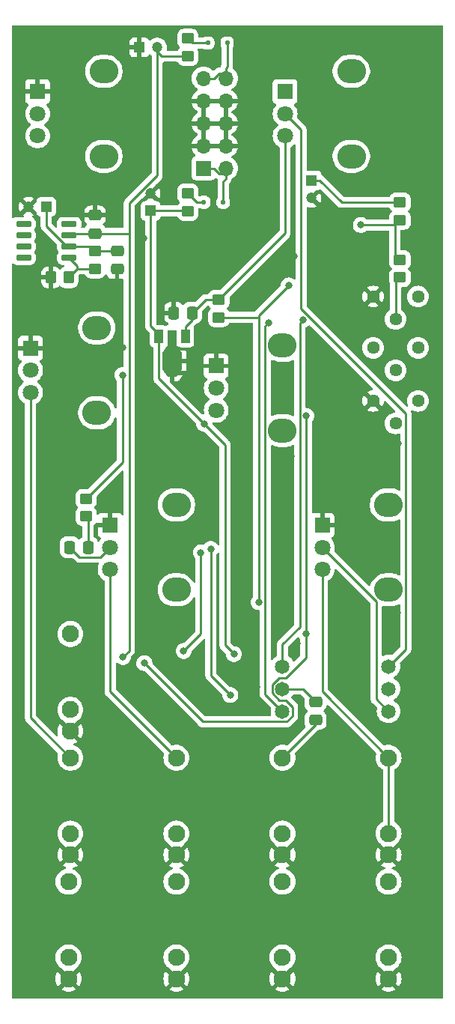
<source format=gbr>
%TF.GenerationSoftware,KiCad,Pcbnew,8.0.0*%
%TF.CreationDate,2024-05-14T21:41:44+02:00*%
%TF.ProjectId,VCO-3340,56434f2d-3333-4343-902e-6b696361645f,rev?*%
%TF.SameCoordinates,Original*%
%TF.FileFunction,Copper,L1,Top*%
%TF.FilePolarity,Positive*%
%FSLAX46Y46*%
G04 Gerber Fmt 4.6, Leading zero omitted, Abs format (unit mm)*
G04 Created by KiCad (PCBNEW 8.0.0) date 2024-05-14 21:41:44*
%MOMM*%
%LPD*%
G01*
G04 APERTURE LIST*
G04 Aperture macros list*
%AMRoundRect*
0 Rectangle with rounded corners*
0 $1 Rounding radius*
0 $2 $3 $4 $5 $6 $7 $8 $9 X,Y pos of 4 corners*
0 Add a 4 corners polygon primitive as box body*
4,1,4,$2,$3,$4,$5,$6,$7,$8,$9,$2,$3,0*
0 Add four circle primitives for the rounded corners*
1,1,$1+$1,$2,$3*
1,1,$1+$1,$4,$5*
1,1,$1+$1,$6,$7*
1,1,$1+$1,$8,$9*
0 Add four rect primitives between the rounded corners*
20,1,$1+$1,$2,$3,$4,$5,0*
20,1,$1+$1,$4,$5,$6,$7,0*
20,1,$1+$1,$6,$7,$8,$9,0*
20,1,$1+$1,$8,$9,$2,$3,0*%
%AMOutline4P*
0 Free polygon, 4 corners , with rotation*
0 The origin of the aperture is its center*
0 number of corners: always 4*
0 $1 to $8 corner X, Y*
0 $9 Rotation angle, in degrees counterclockwise*
0 create outline with 4 corners*
4,1,4,$1,$2,$3,$4,$5,$6,$7,$8,$1,$2,$9*%
G04 Aperture macros list end*
%TA.AperFunction,SMDPad,CuDef*%
%ADD10RoundRect,0.250000X-0.475000X0.337500X-0.475000X-0.337500X0.475000X-0.337500X0.475000X0.337500X0*%
%TD*%
%TA.AperFunction,ComponentPad*%
%ADD11C,1.930400*%
%TD*%
%TA.AperFunction,ComponentPad*%
%ADD12O,3.240000X2.720000*%
%TD*%
%TA.AperFunction,ComponentPad*%
%ADD13R,1.800000X1.800000*%
%TD*%
%TA.AperFunction,ComponentPad*%
%ADD14C,1.800000*%
%TD*%
%TA.AperFunction,SMDPad,CuDef*%
%ADD15RoundRect,0.250000X-0.337500X-0.475000X0.337500X-0.475000X0.337500X0.475000X-0.337500X0.475000X0*%
%TD*%
%TA.AperFunction,SMDPad,CuDef*%
%ADD16RoundRect,0.250000X-0.450000X0.350000X-0.450000X-0.350000X0.450000X-0.350000X0.450000X0.350000X0*%
%TD*%
%TA.AperFunction,SMDPad,CuDef*%
%ADD17RoundRect,0.250000X0.475000X-0.337500X0.475000X0.337500X-0.475000X0.337500X-0.475000X-0.337500X0*%
%TD*%
%TA.AperFunction,SMDPad,CuDef*%
%ADD18RoundRect,0.125000X0.125000X0.125000X-0.125000X0.125000X-0.125000X-0.125000X0.125000X-0.125000X0*%
%TD*%
%TA.AperFunction,ComponentPad*%
%ADD19C,1.651000*%
%TD*%
%TA.AperFunction,SMDPad,CuDef*%
%ADD20RoundRect,0.250000X0.350000X0.450000X-0.350000X0.450000X-0.350000X-0.450000X0.350000X-0.450000X0*%
%TD*%
%TA.AperFunction,SMDPad,CuDef*%
%ADD21RoundRect,0.250000X0.450000X-0.350000X0.450000X0.350000X-0.450000X0.350000X-0.450000X-0.350000X0*%
%TD*%
%TA.AperFunction,SMDPad,CuDef*%
%ADD22R,1.000000X1.500000*%
%TD*%
%TA.AperFunction,SMDPad,CuDef*%
%ADD23R,1.000000X1.800000*%
%TD*%
%TA.AperFunction,SMDPad,CuDef*%
%ADD24Outline4P,-1.100000X-0.500000X1.100000X-0.500000X0.400000X0.500000X-0.400000X0.500000X0.000000*%
%TD*%
%TA.AperFunction,SMDPad,CuDef*%
%ADD25R,2.200000X1.840000*%
%TD*%
%TA.AperFunction,SMDPad,CuDef*%
%ADD26Outline4P,-1.100000X-0.425000X1.100000X-0.425000X0.500000X0.425000X-0.500000X0.425000X180.000000*%
%TD*%
%TA.AperFunction,SMDPad,CuDef*%
%ADD27RoundRect,0.125000X-0.125000X-0.125000X0.125000X-0.125000X0.125000X0.125000X-0.125000X0.125000X0*%
%TD*%
%TA.AperFunction,SMDPad,CuDef*%
%ADD28RoundRect,0.150000X0.725000X0.150000X-0.725000X0.150000X-0.725000X-0.150000X0.725000X-0.150000X0*%
%TD*%
%TA.AperFunction,ComponentPad*%
%ADD29R,1.200000X1.200000*%
%TD*%
%TA.AperFunction,ComponentPad*%
%ADD30C,1.200000*%
%TD*%
%TA.AperFunction,ComponentPad*%
%ADD31R,1.700000X1.700000*%
%TD*%
%TA.AperFunction,ComponentPad*%
%ADD32O,1.700000X1.700000*%
%TD*%
%TA.AperFunction,ComponentPad*%
%ADD33C,1.440000*%
%TD*%
%TA.AperFunction,ViaPad*%
%ADD34C,0.800000*%
%TD*%
%TA.AperFunction,Conductor*%
%ADD35C,0.250000*%
%TD*%
G04 APERTURE END LIST*
D10*
%TO.P,C10,1*%
%TO.N,GND*%
X30440600Y-55680700D03*
%TO.P,C10,2*%
%TO.N,-12V*%
X30440600Y-57755700D03*
%TD*%
D11*
%TO.P,J9,S*%
%TO.N,GND*%
X51647600Y-141984000D03*
%TO.P,J9,T*%
%TO.N,Net-(J9-PadT)*%
X51647600Y-131011200D03*
%TO.P,J9,TN*%
%TO.N,unconnected-(J9-PadTN)*%
X51647600Y-139571000D03*
%TD*%
D12*
%TO.P,RV8,*%
%TO.N,*%
X63647600Y-88418200D03*
X63647600Y-98018200D03*
D13*
%TO.P,RV8,1,1*%
%TO.N,GND*%
X56147600Y-90718200D03*
D14*
%TO.P,RV8,2,2*%
%TO.N,Net-(SW1-C)*%
X56147600Y-93218200D03*
%TO.P,RV8,3,3*%
%TO.N,Net-(J3-PadT)*%
X56147600Y-95718200D03*
%TD*%
D15*
%TO.P,C8,1*%
%TO.N,Net-(C8-Pad1)*%
X27572600Y-93218200D03*
%TO.P,C8,2*%
%TO.N,Net-(C8-Pad2)*%
X29647600Y-93218200D03*
%TD*%
D12*
%TO.P,RV7,*%
%TO.N,*%
X39647600Y-88418200D03*
X39647600Y-98018200D03*
D13*
%TO.P,RV7,1,1*%
%TO.N,GND*%
X32147600Y-90718200D03*
D14*
%TO.P,RV7,2,2*%
%TO.N,Net-(C8-Pad1)*%
X32147600Y-93218200D03*
%TO.P,RV7,3,3*%
%TO.N,Net-(J4-PadT)*%
X32147600Y-95718200D03*
%TD*%
D12*
%TO.P,RV3,*%
%TO.N,*%
X51647600Y-70418200D03*
X51647600Y-80018200D03*
D13*
%TO.P,RV3,1,1*%
%TO.N,GND*%
X44147600Y-72718200D03*
D14*
%TO.P,RV3,2,2*%
%TO.N,Net-(R6-Pad1)*%
X44147600Y-75218200D03*
%TO.P,RV3,3,3*%
%TO.N,Net-(R3-Pad2)*%
X44147600Y-77718200D03*
%TD*%
D16*
%TO.P,R25,1*%
%TO.N,Net-(D2-A)*%
X40940600Y-35718200D03*
%TO.P,R25,2*%
%TO.N,-12V*%
X40940600Y-37718200D03*
%TD*%
D11*
%TO.P,J4,S*%
%TO.N,GND*%
X39647600Y-127984000D03*
%TO.P,J4,T*%
%TO.N,Net-(J4-PadT)*%
X39647600Y-117011200D03*
%TO.P,J4,TN*%
%TO.N,unconnected-(J4-PadTN)*%
X39647600Y-125571000D03*
%TD*%
D17*
%TO.P,C11,1*%
%TO.N,GND*%
X32940600Y-61793200D03*
%TO.P,C11,2*%
%TO.N,-7V5*%
X32940600Y-59718200D03*
%TD*%
D12*
%TO.P,RV9,*%
%TO.N,*%
X59440600Y-39418200D03*
X59440600Y-49018200D03*
D13*
%TO.P,RV9,1,1*%
%TO.N,Net-(R17-Pad2)*%
X51940600Y-41718200D03*
D14*
%TO.P,RV9,2,2*%
%TO.N,Net-(SW1-A)*%
X51940600Y-44218200D03*
%TO.P,RV9,3,3*%
%TO.N,+5V*%
X51940600Y-46718200D03*
%TD*%
D18*
%TO.P,D2,1,K*%
%TO.N,Net-(D2-K)*%
X45395600Y-36218200D03*
%TO.P,D2,2,A*%
%TO.N,Net-(D2-A)*%
X43195600Y-36218200D03*
%TD*%
D12*
%TO.P,RV5,*%
%TO.N,*%
X30647600Y-68418200D03*
X30647600Y-78018200D03*
D13*
%TO.P,RV5,1,1*%
%TO.N,GND*%
X23147600Y-70718200D03*
D14*
%TO.P,RV5,2,2*%
%TO.N,Net-(R9-Pad1)*%
X23147600Y-73218200D03*
%TO.P,RV5,3,3*%
%TO.N,Net-(J2-PadT)*%
X23147600Y-75718200D03*
%TD*%
D19*
%TO.P,SW2,1,A*%
%TO.N,H_SYNC*%
X51647600Y-106678200D03*
%TO.P,SW2,2,B*%
%TO.N,Net-(SW2-B)*%
X51647600Y-109218200D03*
%TO.P,SW2,3,C*%
%TO.N,S_SYNC*%
X51647600Y-111758200D03*
%TD*%
D15*
%TO.P,C13,1*%
%TO.N,GND*%
X39365600Y-66718200D03*
%TO.P,C13,2*%
%TO.N,+5V*%
X41440600Y-66718200D03*
%TD*%
D20*
%TO.P,R23,1*%
%TO.N,Net-(U2-ADJ)*%
X27440600Y-62718200D03*
%TO.P,R23,2*%
%TO.N,GND*%
X25440600Y-62718200D03*
%TD*%
D21*
%TO.P,R22,1*%
%TO.N,Net-(U2-ADJ)*%
X30440600Y-61718200D03*
%TO.P,R22,2*%
%TO.N,-7V5*%
X30440600Y-59718200D03*
%TD*%
D11*
%TO.P,J5,S*%
%TO.N,GND*%
X51647600Y-127984000D03*
%TO.P,J5,T*%
%TO.N,Net-(C9-Pad1)*%
X51647600Y-117011200D03*
%TO.P,J5,TN*%
%TO.N,unconnected-(J5-PadTN)*%
X51647600Y-125571000D03*
%TD*%
D16*
%TO.P,R19,1*%
%TO.N,+5V*%
X44440600Y-65218200D03*
%TO.P,R19,2*%
%TO.N,PWM_MOD*%
X44440600Y-67218200D03*
%TD*%
D21*
%TO.P,R24,1*%
%TO.N,+12V*%
X40940600Y-55218200D03*
%TO.P,R24,2*%
%TO.N,Net-(D1-K)*%
X40940600Y-53218200D03*
%TD*%
D17*
%TO.P,C9,1*%
%TO.N,Net-(C9-Pad1)*%
X55403100Y-112755700D03*
%TO.P,C9,2*%
%TO.N,Net-(SW2-B)*%
X55403100Y-110680700D03*
%TD*%
D11*
%TO.P,J3,S*%
%TO.N,GND*%
X63647600Y-127984000D03*
%TO.P,J3,T*%
%TO.N,Net-(J3-PadT)*%
X63647600Y-117011200D03*
%TO.P,J3,TN*%
X63647600Y-125571000D03*
%TD*%
D16*
%TO.P,R7,1*%
%TO.N,Net-(U1-VFCI)*%
X64940600Y-60718200D03*
%TO.P,R7,2*%
%TO.N,Net-(R7-Pad2)*%
X64940600Y-62718200D03*
%TD*%
D21*
%TO.P,R5,1*%
%TO.N,Net-(U1-VFCI)*%
X64940600Y-56218200D03*
%TO.P,R5,2*%
%TO.N,+12V*%
X64940600Y-54218200D03*
%TD*%
%TO.P,R15,1*%
%TO.N,Net-(C8-Pad2)*%
X29440600Y-89718200D03*
%TO.P,R15,2*%
%TO.N,FM_MOD*%
X29440600Y-87718200D03*
%TD*%
D12*
%TO.P,RV2,*%
%TO.N,*%
X31440600Y-39418200D03*
X31440600Y-49018200D03*
D13*
%TO.P,RV2,1,1*%
%TO.N,GND*%
X23940600Y-41718200D03*
D14*
%TO.P,RV2,2,2*%
%TO.N,Net-(R4-Pad1)*%
X23940600Y-44218200D03*
%TO.P,RV2,3,3*%
%TO.N,Net-(R2-Pad2)*%
X23940600Y-46718200D03*
%TD*%
D22*
%TO.P,U3,1,VO*%
%TO.N,+5V*%
X40653600Y-69358200D03*
D23*
%TO.P,U3,2,GND*%
%TO.N,GND*%
X39153600Y-69504700D03*
D24*
X39153600Y-70762000D03*
D25*
X39153600Y-72171700D03*
D26*
X39153600Y-73505200D03*
D22*
%TO.P,U3,3,VI*%
%TO.N,+12V*%
X37653600Y-69358200D03*
%TD*%
D11*
%TO.P,J8,S*%
%TO.N,GND*%
X39647600Y-141984000D03*
%TO.P,J8,T*%
%TO.N,Net-(J8-PadT)*%
X39647600Y-131011200D03*
%TO.P,J8,TN*%
%TO.N,unconnected-(J8-PadTN)*%
X39647600Y-139571000D03*
%TD*%
D27*
%TO.P,D1,1,K*%
%TO.N,Net-(D1-K)*%
X42740600Y-54218200D03*
%TO.P,D1,2,A*%
%TO.N,Net-(D1-A)*%
X44940600Y-54218200D03*
%TD*%
D11*
%TO.P,J2,S*%
%TO.N,GND*%
X27647600Y-127984000D03*
%TO.P,J2,T*%
%TO.N,Net-(J2-PadT)*%
X27647600Y-117011200D03*
%TO.P,J2,TN*%
%TO.N,unconnected-(J2-PadTN)*%
X27647600Y-125571000D03*
%TD*%
D19*
%TO.P,SW1,1,A*%
%TO.N,Net-(SW1-A)*%
X63647600Y-106678200D03*
%TO.P,SW1,2,B*%
%TO.N,Net-(SW1-B)*%
X63647600Y-109218200D03*
%TO.P,SW1,3,C*%
%TO.N,Net-(SW1-C)*%
X63647600Y-111758200D03*
%TD*%
D11*
%TO.P,J7,S*%
%TO.N,GND*%
X27440600Y-141984000D03*
%TO.P,J7,T*%
%TO.N,Net-(J7-PadT)*%
X27440600Y-131011200D03*
%TO.P,J7,TN*%
%TO.N,unconnected-(J7-PadTN)*%
X27440600Y-139571000D03*
%TD*%
%TO.P,J10,S*%
%TO.N,GND*%
X63647600Y-141984000D03*
%TO.P,J10,T*%
%TO.N,Net-(J10-PadT)*%
X63647600Y-131011200D03*
%TO.P,J10,TN*%
%TO.N,unconnected-(J10-PadTN)*%
X63647600Y-139571000D03*
%TD*%
%TO.P,J1,S*%
%TO.N,GND*%
X27647600Y-113984000D03*
%TO.P,J1,T*%
%TO.N,Net-(J1-PadT)*%
X27647600Y-103011200D03*
%TO.P,J1,TN*%
%TO.N,unconnected-(J1-PadTN)*%
X27647600Y-111571000D03*
%TD*%
D28*
%TO.P,U2,1,ADJ*%
%TO.N,Net-(U2-ADJ)*%
X27515600Y-60493200D03*
%TO.P,U2,2,VO*%
%TO.N,-7V5*%
X27515600Y-59223200D03*
%TO.P,U2,3,VI*%
%TO.N,-12V*%
X27515600Y-57953200D03*
%TO.P,U2,4*%
%TO.N,N/C*%
X27515600Y-56683200D03*
%TO.P,U2,5*%
X22365600Y-56683200D03*
%TO.P,U2,6*%
X22365600Y-57953200D03*
%TO.P,U2,7*%
X22365600Y-59223200D03*
%TO.P,U2,8*%
X22365600Y-60493200D03*
%TD*%
D29*
%TO.P,C12,1*%
%TO.N,-7V5*%
X24913200Y-54718200D03*
D30*
%TO.P,C12,2*%
%TO.N,GND*%
X22913200Y-54718200D03*
%TD*%
D31*
%TO.P,J6,1,+12V*%
%TO.N,Net-(D1-A)*%
X42700600Y-50378200D03*
D32*
%TO.P,J6,2,+12V*%
X45240600Y-50378200D03*
%TO.P,J6,3,GND*%
%TO.N,GND*%
X42700600Y-47838200D03*
%TO.P,J6,4,GND*%
X45240600Y-47838200D03*
%TO.P,J6,5,GND*%
X42700600Y-45298200D03*
%TO.P,J6,6,GND*%
X45240600Y-45298200D03*
%TO.P,J6,7,GND*%
X42700600Y-42758200D03*
%TO.P,J6,8,GND*%
X45240600Y-42758200D03*
%TO.P,J6,9,-12V*%
%TO.N,Net-(D2-K)*%
X42700600Y-40218200D03*
%TO.P,J6,10,-12V*%
X45240600Y-40218200D03*
%TD*%
D33*
%TO.P,RV4,1,1*%
%TO.N,GND*%
X61900600Y-64878200D03*
%TO.P,RV4,2,2*%
%TO.N,Net-(R7-Pad2)*%
X64440600Y-67418200D03*
%TO.P,RV4,3,3*%
%TO.N,Net-(R12-Pad1)*%
X66980600Y-64878200D03*
%TD*%
D29*
%TO.P,C15,1*%
%TO.N,GND*%
X35468000Y-36718200D03*
D30*
%TO.P,C15,2*%
%TO.N,-12V*%
X37468000Y-36718200D03*
%TD*%
D33*
%TO.P,RV6,1,1*%
%TO.N,Net-(R10-Pad1)*%
X61900600Y-70678200D03*
%TO.P,RV6,2,2*%
%TO.N,-7V5*%
X64440600Y-73218200D03*
%TO.P,RV6,3,3*%
X66980600Y-70678200D03*
%TD*%
D29*
%TO.P,C6,1*%
%TO.N,+12V*%
X54940600Y-51745600D03*
D30*
%TO.P,C6,2*%
%TO.N,GND*%
X54940600Y-53745600D03*
%TD*%
D33*
%TO.P,RV10,1,1*%
%TO.N,GND*%
X61900600Y-76678200D03*
%TO.P,RV10,2,2*%
%TO.N,Net-(R45-Pad1)*%
X64440600Y-79218200D03*
%TO.P,RV10,3,3*%
%TO.N,TRI_BUFF*%
X66980600Y-76678200D03*
%TD*%
D29*
%TO.P,C14,1*%
%TO.N,+12V*%
X36740600Y-55190800D03*
D30*
%TO.P,C14,2*%
%TO.N,GND*%
X36740600Y-53190800D03*
%TD*%
D34*
%TO.N,GND*%
X35940600Y-58318200D03*
X33240600Y-56118200D03*
X27840600Y-85018200D03*
X59040600Y-100518200D03*
X44140600Y-60418200D03*
X29940600Y-119618200D03*
X48040600Y-47318200D03*
X47240600Y-52918200D03*
X47240600Y-65018200D03*
X48240600Y-59518200D03*
X22040600Y-52318200D03*
X36347600Y-101818200D03*
X59540600Y-92018200D03*
X58240600Y-97018200D03*
X28240600Y-107418200D03*
X47940600Y-105518200D03*
X58240600Y-79318200D03*
X53340600Y-104118200D03*
X63540600Y-52018200D03*
X46540600Y-81718200D03*
X26540600Y-37018200D03*
X51340600Y-76818200D03*
X67140600Y-100818200D03*
X39647600Y-91618200D03*
X57340600Y-57118200D03*
X42040600Y-120018200D03*
X68040600Y-59318200D03*
X57840600Y-62718200D03*
X64640600Y-100618200D03*
X40747600Y-106518200D03*
X48740600Y-109018200D03*
X37740600Y-77418200D03*
X35940600Y-73518200D03*
X39440600Y-63818200D03*
X67340600Y-82018200D03*
X35540600Y-69518200D03*
X62940600Y-59118200D03*
X57440600Y-87418200D03*
X46740600Y-56418200D03*
X51440600Y-95318200D03*
X39840600Y-60518200D03*
X48040600Y-101818200D03*
X47140600Y-77918200D03*
X33540600Y-70618200D03*
X33740600Y-52818200D03*
X35740600Y-111343200D03*
X39940600Y-84918200D03*
X35640600Y-63718200D03*
X48440600Y-36618200D03*
X36447600Y-97118200D03*
X57840600Y-106518200D03*
X30840600Y-71618200D03*
X61940600Y-61718200D03*
X34340600Y-109218200D03*
X50540600Y-54618200D03*
X51740600Y-122118200D03*
X52640600Y-82918200D03*
X47340600Y-85618200D03*
X52440600Y-87518200D03*
X49140600Y-111418200D03*
X64140600Y-70618200D03*
X52940600Y-60318200D03*
X67940600Y-55618200D03*
X44240600Y-63418200D03*
X57940600Y-120018200D03*
X57340600Y-54918200D03*
X62640600Y-44918200D03*
X25340600Y-51818200D03*
X62640600Y-81218200D03*
X35040600Y-49318200D03*
X50740600Y-72518200D03*
X64740600Y-81518200D03*
X22940600Y-63618200D03*
X40947600Y-101818200D03*
%TO.N,+12V*%
X46150700Y-105293200D03*
X42793800Y-79264000D03*
%TO.N,-12V*%
X33604600Y-105616400D03*
%TO.N,Net-(D3-K)*%
X42407100Y-93810100D03*
X40469700Y-104944000D03*
%TO.N,Net-(U1-VFCI)*%
X60518300Y-56787300D03*
%TO.N,FM_MOD*%
X33544100Y-73758000D03*
%TO.N,PWM_MOD*%
X48961300Y-99420800D03*
X52345800Y-63625000D03*
%TO.N,PULSE*%
X54327000Y-78370100D03*
X36024900Y-106314900D03*
X54294400Y-102977400D03*
%TO.N,Net-(U4B-+)*%
X43532000Y-93418800D03*
X45743800Y-109913800D03*
%TO.N,S_SYNC*%
X50089100Y-67821100D03*
%TO.N,H_SYNC*%
X53973200Y-67511500D03*
%TD*%
D35*
%TO.N,+12V*%
X54940600Y-51745600D02*
X55867300Y-51745600D01*
X64940600Y-54218200D02*
X58339900Y-54218200D01*
X45147700Y-104290200D02*
X46150700Y-105293200D01*
X45147600Y-81617800D02*
X45147600Y-104290200D01*
X58339900Y-54218200D02*
X55867300Y-51745600D01*
X36740600Y-55190800D02*
X40913200Y-55190800D01*
X36740600Y-68218200D02*
X36740600Y-55190800D01*
X37653600Y-69358200D02*
X37653600Y-74123800D01*
X37653600Y-69358200D02*
X37653600Y-69131200D01*
X42793800Y-79264000D02*
X45147600Y-81617800D01*
X45147600Y-104290200D02*
X45147700Y-104290200D01*
X40913200Y-55190800D02*
X40940600Y-55218200D01*
X37653600Y-69131200D02*
X36740600Y-68218200D01*
X37653600Y-74123800D02*
X42793800Y-79264000D01*
%TO.N,-7V5*%
X27515600Y-59223200D02*
X29945600Y-59223200D01*
X24913200Y-54718200D02*
X24913200Y-56905000D01*
X32940600Y-59718200D02*
X30440600Y-59718200D01*
X24913200Y-56905000D02*
X27231400Y-59223200D01*
X27231400Y-59223200D02*
X27515600Y-59223200D01*
X29945600Y-59223200D02*
X30440600Y-59718200D01*
%TO.N,Net-(C8-Pad1)*%
X28688000Y-94333600D02*
X31032200Y-94333600D01*
X31032200Y-94333600D02*
X32147600Y-93218200D01*
X27572600Y-93218200D02*
X28688000Y-94333600D01*
%TO.N,Net-(C8-Pad2)*%
X29647600Y-93218200D02*
X29647600Y-89925200D01*
X29647600Y-89925200D02*
X29440600Y-89718200D01*
%TO.N,Net-(SW2-B)*%
X53940600Y-109218200D02*
X51647600Y-109218200D01*
X55403100Y-110680700D02*
X53940600Y-109218200D01*
%TO.N,Net-(C9-Pad1)*%
X55403100Y-113255700D02*
X51647600Y-117011200D01*
X55403100Y-112755700D02*
X55403100Y-113255700D01*
%TO.N,-12V*%
X37468000Y-36718200D02*
X37468000Y-37218200D01*
X27713100Y-57755700D02*
X27515600Y-57953200D01*
X37468000Y-51155252D02*
X37468000Y-36718200D01*
X34308200Y-54315052D02*
X37468000Y-51155252D01*
X30440600Y-57755700D02*
X27713100Y-57755700D01*
X34308200Y-104912800D02*
X33604600Y-105616400D01*
X34308200Y-57755700D02*
X30440600Y-57755700D01*
X34308200Y-57755700D02*
X34308200Y-104912800D01*
X34308200Y-57755700D02*
X34308200Y-54315052D01*
X37968000Y-37718200D02*
X40940600Y-37718200D01*
X37468000Y-37218200D02*
X37968000Y-37718200D01*
%TO.N,+5V*%
X40653600Y-69358200D02*
X40653600Y-68281500D01*
X51940600Y-57718200D02*
X44440600Y-65218200D01*
X51940600Y-46718200D02*
X51940600Y-57718200D01*
X42940600Y-65218200D02*
X41440600Y-66718200D01*
X44440600Y-65218200D02*
X42940600Y-65218200D01*
X41440600Y-67494500D02*
X40653600Y-68281500D01*
X41440600Y-66718200D02*
X41440600Y-67494500D01*
%TO.N,Net-(D1-K)*%
X42740600Y-54218200D02*
X41940600Y-54218200D01*
X41940600Y-54218200D02*
X40940600Y-53218200D01*
%TO.N,Net-(D1-A)*%
X44940600Y-54218200D02*
X44940600Y-51854900D01*
X45240600Y-50966500D02*
X44465600Y-50966500D01*
X44940600Y-51854900D02*
X45240600Y-51554900D01*
X44465600Y-50966500D02*
X43877300Y-50378200D01*
X45240600Y-50378200D02*
X45240600Y-50966500D01*
X42700600Y-50378200D02*
X43877300Y-50378200D01*
X45240600Y-50966500D02*
X45240600Y-51554900D01*
%TO.N,Net-(D2-A)*%
X41440600Y-36218200D02*
X40940600Y-35718200D01*
X43195600Y-36218200D02*
X41440600Y-36218200D01*
%TO.N,Net-(D2-K)*%
X45240600Y-39629800D02*
X45240600Y-39041500D01*
X45240600Y-39629800D02*
X44465700Y-39629800D01*
X45240600Y-40218200D02*
X45240600Y-39629800D01*
X45395600Y-38886500D02*
X45240600Y-39041500D01*
X45395600Y-36218200D02*
X45395600Y-38886500D01*
X42700600Y-40218200D02*
X43877300Y-40218200D01*
X44465700Y-39629800D02*
X43877300Y-40218200D01*
%TO.N,Net-(D3-K)*%
X42407100Y-103006600D02*
X40469700Y-104944000D01*
X42407100Y-93810100D02*
X42407100Y-103006600D01*
%TO.N,Net-(J2-PadT)*%
X27647600Y-117011200D02*
X23147600Y-112511200D01*
X23147600Y-112511200D02*
X23147600Y-75718200D01*
%TO.N,Net-(J3-PadT)*%
X56147600Y-95718200D02*
X56147600Y-109511200D01*
X56147600Y-109511200D02*
X63647600Y-117011200D01*
X63647600Y-125571000D02*
X63647600Y-117011200D01*
%TO.N,Net-(J4-PadT)*%
X32147600Y-95718200D02*
X32147600Y-109511200D01*
X32147600Y-109511200D02*
X39647600Y-117011200D01*
%TO.N,Net-(U1-VFCI)*%
X64371500Y-56787300D02*
X64940600Y-56218200D01*
X64371500Y-56787300D02*
X64371500Y-60149100D01*
X60518300Y-56787300D02*
X64371500Y-56787300D01*
X64371500Y-60149100D02*
X64940600Y-60718200D01*
%TO.N,Net-(R7-Pad2)*%
X64440600Y-63218200D02*
X64440600Y-67418200D01*
X64940600Y-62718200D02*
X64440600Y-63218200D01*
%TO.N,FM_MOD*%
X33544100Y-83614700D02*
X29440600Y-87718200D01*
X33544100Y-73758000D02*
X33544100Y-83614700D01*
%TO.N,PWM_MOD*%
X48957700Y-67013100D02*
X52345800Y-63625000D01*
X44440600Y-67218200D02*
X48957700Y-67218200D01*
X48957700Y-67218200D02*
X48957700Y-99417200D01*
X48957700Y-99417200D02*
X48961300Y-99420800D01*
X48957700Y-67218200D02*
X48957700Y-67013100D01*
%TO.N,PULSE*%
X52802800Y-112285000D02*
X52155500Y-112932300D01*
X52009100Y-107948200D02*
X51274800Y-107948200D01*
X52155500Y-112932300D02*
X42642300Y-112932300D01*
X54294400Y-102977400D02*
X54294400Y-105662900D01*
X54327000Y-102944800D02*
X54294400Y-102977400D01*
X51274800Y-107948200D02*
X50494300Y-108728700D01*
X51288100Y-110488200D02*
X52043200Y-110488200D01*
X42642300Y-112932300D02*
X36024900Y-106314900D01*
X52802800Y-111247800D02*
X52802800Y-112285000D01*
X50494300Y-108728700D02*
X50494300Y-109694400D01*
X54327000Y-78370100D02*
X54327000Y-102944800D01*
X54294400Y-105662900D02*
X52009100Y-107948200D01*
X52043200Y-110488200D02*
X52802800Y-111247800D01*
X50494300Y-109694400D02*
X51288100Y-110488200D01*
%TO.N,Net-(U2-ADJ)*%
X28440600Y-61718200D02*
X27440600Y-62718200D01*
X30440600Y-61718200D02*
X28440600Y-61718200D01*
X28440600Y-61718200D02*
X28440600Y-61418200D01*
X28440600Y-61418200D02*
X27515600Y-60493200D01*
%TO.N,Net-(U4B-+)*%
X43532000Y-107702000D02*
X45743800Y-109913800D01*
X43532000Y-93418800D02*
X43532000Y-107702000D01*
%TO.N,Net-(SW1-C)*%
X62258300Y-99328900D02*
X62258300Y-110368900D01*
X62258300Y-110368900D02*
X63647600Y-111758200D01*
X56147600Y-93218200D02*
X62258300Y-99328900D01*
%TO.N,Net-(SW1-A)*%
X65597100Y-104728700D02*
X63647600Y-106678200D01*
X53746600Y-66257200D02*
X65597100Y-78107700D01*
X51940600Y-44218200D02*
X53746600Y-46024200D01*
X65597100Y-78107700D02*
X65597100Y-104728700D01*
X53746600Y-46024200D02*
X53746600Y-66257200D01*
%TO.N,S_SYNC*%
X51647600Y-111758200D02*
X49700900Y-109811500D01*
X49700900Y-68209300D02*
X50089100Y-67821100D01*
X49700900Y-109811500D02*
X49700900Y-68209300D01*
%TO.N,H_SYNC*%
X53600100Y-102244900D02*
X53600100Y-67884600D01*
X51647600Y-106678200D02*
X51647600Y-104197400D01*
X51647600Y-104197400D02*
X53600100Y-102244900D01*
X53600100Y-67884600D02*
X53973200Y-67511500D01*
%TD*%
%TA.AperFunction,Conductor*%
%TO.N,GND*%
G36*
X53453471Y-103378631D02*
G01*
X53509404Y-103420503D01*
X53517524Y-103432813D01*
X53561865Y-103509614D01*
X53637050Y-103593115D01*
X53667280Y-103656106D01*
X53668900Y-103676087D01*
X53668900Y-105352447D01*
X53649215Y-105419486D01*
X53632581Y-105440128D01*
X53008147Y-106064561D01*
X52946824Y-106098046D01*
X52877132Y-106093062D01*
X52821199Y-106051190D01*
X52808086Y-106029288D01*
X52800336Y-106012668D01*
X52683182Y-105845354D01*
X52667254Y-105822606D01*
X52503196Y-105658549D01*
X52503195Y-105658548D01*
X52503192Y-105658545D01*
X52325975Y-105534456D01*
X52282351Y-105479879D01*
X52273100Y-105432882D01*
X52273100Y-104507851D01*
X52292785Y-104440812D01*
X52309414Y-104420174D01*
X53322458Y-103407130D01*
X53383779Y-103373647D01*
X53453471Y-103378631D01*
G37*
%TD.AperFunction*%
%TA.AperFunction,Conductor*%
G36*
X52922526Y-81664254D02*
G01*
X52965717Y-81719175D01*
X52974600Y-81765262D01*
X52974600Y-101934447D01*
X52954915Y-102001486D01*
X52938281Y-102022128D01*
X51983009Y-102977400D01*
X51248870Y-103711539D01*
X51248867Y-103711542D01*
X51205303Y-103755105D01*
X51161740Y-103798668D01*
X51141559Y-103828873D01*
X51141557Y-103828876D01*
X51093288Y-103901114D01*
X51093286Y-103901117D01*
X51093285Y-103901119D01*
X51046140Y-104014938D01*
X51046135Y-104014954D01*
X51027678Y-104107749D01*
X51027678Y-104107750D01*
X51022100Y-104135791D01*
X51022100Y-105432882D01*
X51002415Y-105499921D01*
X50969224Y-105534457D01*
X50792003Y-105658548D01*
X50627945Y-105822606D01*
X50551975Y-105931104D01*
X50497398Y-105974729D01*
X50427900Y-105981923D01*
X50365545Y-105950400D01*
X50330131Y-105890170D01*
X50326400Y-105859981D01*
X50326400Y-81768610D01*
X50346085Y-81701571D01*
X50398889Y-81655816D01*
X50468047Y-81645872D01*
X50512399Y-81661223D01*
X50562956Y-81690412D01*
X50632396Y-81719175D01*
X50743659Y-81765262D01*
X50788279Y-81783744D01*
X51023856Y-81846866D01*
X51265656Y-81878700D01*
X51265663Y-81878700D01*
X52029537Y-81878700D01*
X52029544Y-81878700D01*
X52271344Y-81846866D01*
X52506921Y-81783744D01*
X52732244Y-81690412D01*
X52788599Y-81657874D01*
X52856499Y-81641402D01*
X52922526Y-81664254D01*
G37*
%TD.AperFunction*%
%TA.AperFunction,Conductor*%
G36*
X64919526Y-99665986D02*
G01*
X64962717Y-99720907D01*
X64971600Y-99766994D01*
X64971600Y-104418246D01*
X64951915Y-104485285D01*
X64935281Y-104505927D01*
X64083241Y-105357966D01*
X64021918Y-105391451D01*
X63963467Y-105390060D01*
X63878742Y-105367358D01*
X63878732Y-105367356D01*
X63647601Y-105347135D01*
X63647599Y-105347135D01*
X63416467Y-105367356D01*
X63416457Y-105367358D01*
X63192356Y-105427405D01*
X63192347Y-105427409D01*
X63060205Y-105489028D01*
X62991127Y-105499520D01*
X62927343Y-105471000D01*
X62889104Y-105412524D01*
X62883800Y-105376646D01*
X62883800Y-99969821D01*
X62903485Y-99902782D01*
X62956289Y-99857027D01*
X63023982Y-99846882D01*
X63265656Y-99878700D01*
X63265663Y-99878700D01*
X64029537Y-99878700D01*
X64029544Y-99878700D01*
X64271344Y-99846866D01*
X64506921Y-99783744D01*
X64732244Y-99690412D01*
X64785599Y-99659606D01*
X64853499Y-99643134D01*
X64919526Y-99665986D01*
G37*
%TD.AperFunction*%
%TA.AperFunction,Conductor*%
G36*
X54720530Y-68135602D02*
G01*
X54771024Y-68166214D01*
X61857626Y-75252816D01*
X61891111Y-75314139D01*
X61886127Y-75383831D01*
X61844255Y-75439764D01*
X61780752Y-75464025D01*
X61687945Y-75472144D01*
X61687937Y-75472145D01*
X61481746Y-75527394D01*
X61481740Y-75527397D01*
X61288271Y-75617612D01*
X61288269Y-75617613D01*
X61232569Y-75656615D01*
X61232568Y-75656615D01*
X61854153Y-76278200D01*
X61847939Y-76278200D01*
X61746206Y-76305459D01*
X61654994Y-76358120D01*
X61580520Y-76432594D01*
X61527859Y-76523806D01*
X61500600Y-76625539D01*
X61500600Y-76631753D01*
X60879015Y-76010168D01*
X60879015Y-76010169D01*
X60840013Y-76065869D01*
X60840012Y-76065871D01*
X60749797Y-76259340D01*
X60749794Y-76259346D01*
X60694545Y-76465537D01*
X60694544Y-76465545D01*
X60675940Y-76678197D01*
X60675940Y-76678202D01*
X60694544Y-76890854D01*
X60694545Y-76890862D01*
X60749794Y-77097053D01*
X60749797Y-77097059D01*
X60840013Y-77290529D01*
X60879015Y-77346230D01*
X61500600Y-76724645D01*
X61500600Y-76730861D01*
X61527859Y-76832594D01*
X61580520Y-76923806D01*
X61654994Y-76998280D01*
X61746206Y-77050941D01*
X61847939Y-77078200D01*
X61854153Y-77078200D01*
X61232568Y-77699784D01*
X61288263Y-77738782D01*
X61288269Y-77738786D01*
X61481740Y-77829002D01*
X61481746Y-77829005D01*
X61687937Y-77884254D01*
X61687945Y-77884255D01*
X61900598Y-77902860D01*
X61900602Y-77902860D01*
X62113254Y-77884255D01*
X62113262Y-77884254D01*
X62319453Y-77829005D01*
X62319464Y-77829001D01*
X62512925Y-77738789D01*
X62568630Y-77699783D01*
X61947048Y-77078200D01*
X61953261Y-77078200D01*
X62054994Y-77050941D01*
X62146206Y-76998280D01*
X62220680Y-76923806D01*
X62273341Y-76832594D01*
X62300600Y-76730861D01*
X62300600Y-76724646D01*
X62922183Y-77346229D01*
X62961189Y-77290525D01*
X63051401Y-77097064D01*
X63051405Y-77097053D01*
X63106654Y-76890862D01*
X63106655Y-76890854D01*
X63114774Y-76798048D01*
X63140226Y-76732979D01*
X63196816Y-76692000D01*
X63266578Y-76688121D01*
X63325983Y-76721173D01*
X64397164Y-77792354D01*
X64430649Y-77853677D01*
X64425665Y-77923369D01*
X64383793Y-77979302D01*
X64320291Y-78003563D01*
X64227857Y-78011650D01*
X64227847Y-78011652D01*
X64021577Y-78066921D01*
X64021568Y-78066925D01*
X63828021Y-78157177D01*
X63653078Y-78279672D01*
X63502072Y-78430678D01*
X63379577Y-78605621D01*
X63289325Y-78799168D01*
X63289321Y-78799177D01*
X63234052Y-79005447D01*
X63234050Y-79005458D01*
X63215438Y-79218198D01*
X63215438Y-79218201D01*
X63234050Y-79430941D01*
X63234052Y-79430952D01*
X63289321Y-79637222D01*
X63289323Y-79637226D01*
X63289324Y-79637230D01*
X63314124Y-79690413D01*
X63379577Y-79830778D01*
X63502072Y-80005721D01*
X63653078Y-80156727D01*
X63653081Y-80156729D01*
X63828019Y-80279221D01*
X63828021Y-80279222D01*
X63828020Y-80279222D01*
X63892536Y-80309306D01*
X64021570Y-80369476D01*
X64227853Y-80424749D01*
X64379815Y-80438044D01*
X64440598Y-80443362D01*
X64440600Y-80443362D01*
X64440602Y-80443362D01*
X64493786Y-80438708D01*
X64653347Y-80424749D01*
X64815509Y-80381298D01*
X64885356Y-80382961D01*
X64943219Y-80422123D01*
X64970723Y-80486352D01*
X64971600Y-80501073D01*
X64971600Y-86669405D01*
X64951915Y-86736444D01*
X64899111Y-86782199D01*
X64829953Y-86792143D01*
X64785601Y-86776793D01*
X64732246Y-86745989D01*
X64732240Y-86745986D01*
X64506930Y-86652659D01*
X64506923Y-86652657D01*
X64506921Y-86652656D01*
X64271344Y-86589534D01*
X64209417Y-86581381D01*
X64029551Y-86557700D01*
X64029544Y-86557700D01*
X63265656Y-86557700D01*
X63265648Y-86557700D01*
X63035496Y-86588001D01*
X63023856Y-86589534D01*
X62788279Y-86652656D01*
X62788269Y-86652659D01*
X62562959Y-86745986D01*
X62562948Y-86745991D01*
X62351751Y-86867927D01*
X62351735Y-86867938D01*
X62158256Y-87016399D01*
X62158249Y-87016405D01*
X61985805Y-87188849D01*
X61985799Y-87188856D01*
X61837338Y-87382335D01*
X61837327Y-87382351D01*
X61715391Y-87593548D01*
X61715386Y-87593559D01*
X61622059Y-87818869D01*
X61622056Y-87818879D01*
X61558935Y-88054453D01*
X61558933Y-88054464D01*
X61527100Y-88296248D01*
X61527100Y-88540151D01*
X61550542Y-88718200D01*
X61558934Y-88781944D01*
X61622056Y-89017520D01*
X61622059Y-89017530D01*
X61715386Y-89242840D01*
X61715391Y-89242851D01*
X61837327Y-89454048D01*
X61837338Y-89454064D01*
X61985799Y-89647543D01*
X61985805Y-89647550D01*
X62158249Y-89819994D01*
X62158255Y-89819999D01*
X62351744Y-89968468D01*
X62351751Y-89968472D01*
X62562948Y-90090408D01*
X62562953Y-90090410D01*
X62562956Y-90090412D01*
X62788279Y-90183744D01*
X63023856Y-90246866D01*
X63265656Y-90278700D01*
X63265663Y-90278700D01*
X64029537Y-90278700D01*
X64029544Y-90278700D01*
X64271344Y-90246866D01*
X64506921Y-90183744D01*
X64732244Y-90090412D01*
X64785599Y-90059606D01*
X64853499Y-90043134D01*
X64919526Y-90065986D01*
X64962717Y-90120907D01*
X64971600Y-90166994D01*
X64971600Y-96269405D01*
X64951915Y-96336444D01*
X64899111Y-96382199D01*
X64829953Y-96392143D01*
X64785601Y-96376793D01*
X64732246Y-96345989D01*
X64732240Y-96345986D01*
X64506930Y-96252659D01*
X64506923Y-96252657D01*
X64506921Y-96252656D01*
X64271344Y-96189534D01*
X64230933Y-96184213D01*
X64029551Y-96157700D01*
X64029544Y-96157700D01*
X63265656Y-96157700D01*
X63265648Y-96157700D01*
X63035496Y-96188001D01*
X63023856Y-96189534D01*
X62823648Y-96243179D01*
X62788279Y-96252656D01*
X62788269Y-96252659D01*
X62562959Y-96345986D01*
X62562948Y-96345991D01*
X62351751Y-96467927D01*
X62351735Y-96467938D01*
X62158256Y-96616399D01*
X62158249Y-96616405D01*
X61985805Y-96788849D01*
X61985799Y-96788856D01*
X61837338Y-96982335D01*
X61837327Y-96982351D01*
X61715391Y-97193548D01*
X61715386Y-97193559D01*
X61622059Y-97418869D01*
X61622057Y-97418876D01*
X61595399Y-97518366D01*
X61559034Y-97578026D01*
X61496187Y-97608555D01*
X61426811Y-97600260D01*
X61387943Y-97573953D01*
X57528947Y-93714957D01*
X57495462Y-93653634D01*
X57496422Y-93596838D01*
X57533734Y-93449505D01*
X57534371Y-93441816D01*
X57552900Y-93218206D01*
X57552900Y-93218193D01*
X57533735Y-92986902D01*
X57533733Y-92986891D01*
X57476757Y-92761899D01*
X57383524Y-92549351D01*
X57256583Y-92355052D01*
X57256580Y-92355049D01*
X57256579Y-92355047D01*
X57188841Y-92281464D01*
X57157921Y-92218812D01*
X57165781Y-92149386D01*
X57209929Y-92095231D01*
X57236740Y-92081302D01*
X57289686Y-92061554D01*
X57289693Y-92061550D01*
X57404787Y-91975390D01*
X57404790Y-91975387D01*
X57490950Y-91860293D01*
X57490954Y-91860286D01*
X57541196Y-91725579D01*
X57541198Y-91725572D01*
X57547599Y-91666044D01*
X57547600Y-91666027D01*
X57547600Y-90968200D01*
X56580612Y-90968200D01*
X56613525Y-90911193D01*
X56647600Y-90784026D01*
X56647600Y-90652374D01*
X56613525Y-90525207D01*
X56580612Y-90468200D01*
X57547600Y-90468200D01*
X57547600Y-89770372D01*
X57547599Y-89770355D01*
X57541198Y-89710827D01*
X57541196Y-89710820D01*
X57490954Y-89576113D01*
X57490950Y-89576106D01*
X57404790Y-89461012D01*
X57404787Y-89461009D01*
X57289693Y-89374849D01*
X57289686Y-89374845D01*
X57154979Y-89324603D01*
X57154972Y-89324601D01*
X57095444Y-89318200D01*
X56397600Y-89318200D01*
X56397600Y-90285188D01*
X56340593Y-90252275D01*
X56213426Y-90218200D01*
X56081774Y-90218200D01*
X55954607Y-90252275D01*
X55897600Y-90285188D01*
X55897600Y-89318200D01*
X55199755Y-89318200D01*
X55140227Y-89324601D01*
X55140219Y-89324603D01*
X55119833Y-89332207D01*
X55050141Y-89337191D01*
X54988818Y-89303705D01*
X54955334Y-89242382D01*
X54952500Y-89216025D01*
X54952500Y-79068787D01*
X54972185Y-79001748D01*
X54984350Y-78985815D01*
X55002891Y-78965222D01*
X55059533Y-78902316D01*
X55154179Y-78738384D01*
X55212674Y-78558356D01*
X55232460Y-78370100D01*
X55212674Y-78181844D01*
X55154179Y-78001816D01*
X55059533Y-77837884D01*
X54932871Y-77697212D01*
X54932870Y-77697211D01*
X54779734Y-77585951D01*
X54779729Y-77585948D01*
X54606807Y-77508957D01*
X54606802Y-77508955D01*
X54461001Y-77477965D01*
X54421646Y-77469600D01*
X54349600Y-77469600D01*
X54282561Y-77449915D01*
X54236806Y-77397111D01*
X54225600Y-77345600D01*
X54225600Y-68465370D01*
X54245285Y-68398331D01*
X54298089Y-68352576D01*
X54298938Y-68352192D01*
X54425930Y-68295651D01*
X54579071Y-68184388D01*
X54591193Y-68170924D01*
X54650672Y-68134276D01*
X54720530Y-68135602D01*
G37*
%TD.AperFunction*%
%TA.AperFunction,Conductor*%
G36*
X52922526Y-72064254D02*
G01*
X52965717Y-72119175D01*
X52974600Y-72165262D01*
X52974600Y-78271137D01*
X52954915Y-78338176D01*
X52902111Y-78383931D01*
X52832953Y-78393875D01*
X52788601Y-78378525D01*
X52732246Y-78345989D01*
X52732240Y-78345986D01*
X52506930Y-78252659D01*
X52506923Y-78252657D01*
X52506921Y-78252656D01*
X52271344Y-78189534D01*
X52230933Y-78184213D01*
X52029551Y-78157700D01*
X52029544Y-78157700D01*
X51265656Y-78157700D01*
X51265648Y-78157700D01*
X51035496Y-78188001D01*
X51023856Y-78189534D01*
X50988200Y-78199088D01*
X50788279Y-78252656D01*
X50788269Y-78252659D01*
X50562959Y-78345986D01*
X50562948Y-78345991D01*
X50512400Y-78375176D01*
X50444500Y-78391649D01*
X50378473Y-78368797D01*
X50335282Y-78313875D01*
X50326400Y-78267789D01*
X50326400Y-72168610D01*
X50346085Y-72101571D01*
X50398889Y-72055816D01*
X50468047Y-72045872D01*
X50512399Y-72061223D01*
X50562956Y-72090412D01*
X50632396Y-72119175D01*
X50743659Y-72165262D01*
X50788279Y-72183744D01*
X51023856Y-72246866D01*
X51265656Y-72278700D01*
X51265663Y-72278700D01*
X52029537Y-72278700D01*
X52029544Y-72278700D01*
X52271344Y-72246866D01*
X52506921Y-72183744D01*
X52732244Y-72090412D01*
X52788599Y-72057874D01*
X52856499Y-72041402D01*
X52922526Y-72064254D01*
G37*
%TD.AperFunction*%
%TA.AperFunction,Conductor*%
G36*
X53035594Y-47703571D02*
G01*
X53093210Y-47743094D01*
X53120313Y-47807493D01*
X53121100Y-47821445D01*
X53121100Y-62831845D01*
X53101415Y-62898884D01*
X53048611Y-62944639D01*
X52979453Y-62954583D01*
X52924215Y-62932163D01*
X52798534Y-62840851D01*
X52798529Y-62840848D01*
X52625607Y-62763857D01*
X52625602Y-62763855D01*
X52479801Y-62732865D01*
X52440446Y-62724500D01*
X52251154Y-62724500D01*
X52218697Y-62731398D01*
X52065997Y-62763855D01*
X52065992Y-62763857D01*
X51893070Y-62840848D01*
X51893065Y-62840851D01*
X51739929Y-62952111D01*
X51613266Y-63092785D01*
X51518621Y-63256715D01*
X51518618Y-63256722D01*
X51473691Y-63394995D01*
X51460126Y-63436744D01*
X51454810Y-63487324D01*
X51442478Y-63604651D01*
X51415893Y-63669266D01*
X51406838Y-63679370D01*
X48558970Y-66527239D01*
X48529828Y-66556381D01*
X48468505Y-66589866D01*
X48442147Y-66592700D01*
X45671658Y-66592700D01*
X45604619Y-66573015D01*
X45566119Y-66533797D01*
X45508056Y-66439661D01*
X45483312Y-66399544D01*
X45389649Y-66305881D01*
X45356164Y-66244558D01*
X45361148Y-66174866D01*
X45389649Y-66130519D01*
X45435914Y-66084254D01*
X45483312Y-66036856D01*
X45575414Y-65887534D01*
X45630599Y-65720997D01*
X45641100Y-65618209D01*
X45641099Y-64953651D01*
X45660783Y-64886613D01*
X45677413Y-64865976D01*
X52426458Y-58116933D01*
X52494912Y-58014485D01*
X52542063Y-57900651D01*
X52566100Y-57779806D01*
X52566100Y-57656593D01*
X52566100Y-48046014D01*
X52585785Y-47978975D01*
X52631083Y-47936959D01*
X52639800Y-47932241D01*
X52709226Y-47894670D01*
X52892384Y-47752113D01*
X52905871Y-47737461D01*
X52965756Y-47701472D01*
X53035594Y-47703571D01*
G37*
%TD.AperFunction*%
%TA.AperFunction,Conductor*%
G36*
X30712990Y-90434298D02*
G01*
X30721219Y-90441819D01*
X30747600Y-90468200D01*
X31714588Y-90468200D01*
X31681675Y-90525207D01*
X31647600Y-90652374D01*
X31647600Y-90784026D01*
X31681675Y-90911193D01*
X31714588Y-90968200D01*
X30747600Y-90968200D01*
X30747600Y-91666044D01*
X30754001Y-91725572D01*
X30754003Y-91725579D01*
X30804245Y-91860286D01*
X30804249Y-91860293D01*
X30890409Y-91975387D01*
X30890412Y-91975390D01*
X31005506Y-92061550D01*
X31005513Y-92061554D01*
X31058459Y-92081302D01*
X31114393Y-92123173D01*
X31138810Y-92188638D01*
X31123958Y-92256911D01*
X31106357Y-92281465D01*
X31075491Y-92314995D01*
X31038618Y-92355050D01*
X30919495Y-92537383D01*
X30866348Y-92582739D01*
X30797117Y-92592163D01*
X30733781Y-92562661D01*
X30697981Y-92508566D01*
X30669914Y-92423866D01*
X30577812Y-92274544D01*
X30453756Y-92150488D01*
X30332002Y-92075390D01*
X30285279Y-92023443D01*
X30273100Y-91969852D01*
X30273100Y-90783259D01*
X30292785Y-90716220D01*
X30332001Y-90677722D01*
X30359256Y-90660912D01*
X30483312Y-90536856D01*
X30528002Y-90464401D01*
X30579945Y-90417680D01*
X30648908Y-90406456D01*
X30712990Y-90434298D01*
G37*
%TD.AperFunction*%
%TA.AperFunction,Conductor*%
G36*
X33602034Y-84543870D02*
G01*
X33657967Y-84585742D01*
X33682384Y-84651206D01*
X33682700Y-84660052D01*
X33682700Y-89459695D01*
X33663015Y-89526734D01*
X33610211Y-89572489D01*
X33541053Y-89582433D01*
X33477497Y-89553408D01*
X33459434Y-89534007D01*
X33404787Y-89461009D01*
X33289693Y-89374849D01*
X33289686Y-89374845D01*
X33154979Y-89324603D01*
X33154972Y-89324601D01*
X33095444Y-89318200D01*
X32397600Y-89318200D01*
X32397600Y-90285188D01*
X32340593Y-90252275D01*
X32213426Y-90218200D01*
X32081774Y-90218200D01*
X31954607Y-90252275D01*
X31897600Y-90285188D01*
X31897600Y-89318200D01*
X31199755Y-89318200D01*
X31140227Y-89324601D01*
X31140220Y-89324603D01*
X31005513Y-89374845D01*
X31005506Y-89374849D01*
X30890412Y-89461009D01*
X30864365Y-89495804D01*
X30808431Y-89537674D01*
X30738739Y-89542658D01*
X30677417Y-89509172D01*
X30643932Y-89447849D01*
X30641099Y-89421492D01*
X30641099Y-89318198D01*
X30641098Y-89318180D01*
X30630599Y-89215403D01*
X30630598Y-89215400D01*
X30575414Y-89048866D01*
X30483312Y-88899544D01*
X30389649Y-88805881D01*
X30356164Y-88744558D01*
X30361148Y-88674866D01*
X30389649Y-88630519D01*
X30483312Y-88536856D01*
X30575414Y-88387534D01*
X30630599Y-88220997D01*
X30641100Y-88118209D01*
X30641099Y-87453651D01*
X30660783Y-87386613D01*
X30677413Y-87365976D01*
X33471019Y-84572371D01*
X33532342Y-84538886D01*
X33602034Y-84543870D01*
G37*
%TD.AperFunction*%
%TA.AperFunction,Conductor*%
G36*
X44774675Y-47645207D02*
G01*
X44740600Y-47772374D01*
X44740600Y-47904026D01*
X44774675Y-48031193D01*
X44807588Y-48088200D01*
X43133612Y-48088200D01*
X43166525Y-48031193D01*
X43200600Y-47904026D01*
X43200600Y-47772374D01*
X43166525Y-47645207D01*
X43133612Y-47588200D01*
X44807588Y-47588200D01*
X44774675Y-47645207D01*
G37*
%TD.AperFunction*%
%TA.AperFunction,Conductor*%
G36*
X42950600Y-47405188D02*
G01*
X42893593Y-47372275D01*
X42766426Y-47338200D01*
X42634774Y-47338200D01*
X42507607Y-47372275D01*
X42450600Y-47405188D01*
X42450600Y-45731212D01*
X42507607Y-45764125D01*
X42634774Y-45798200D01*
X42766426Y-45798200D01*
X42893593Y-45764125D01*
X42950600Y-45731212D01*
X42950600Y-47405188D01*
G37*
%TD.AperFunction*%
%TA.AperFunction,Conductor*%
G36*
X45490600Y-47405188D02*
G01*
X45433593Y-47372275D01*
X45306426Y-47338200D01*
X45174774Y-47338200D01*
X45047607Y-47372275D01*
X44990600Y-47405188D01*
X44990600Y-45731212D01*
X45047607Y-45764125D01*
X45174774Y-45798200D01*
X45306426Y-45798200D01*
X45433593Y-45764125D01*
X45490600Y-45731212D01*
X45490600Y-47405188D01*
G37*
%TD.AperFunction*%
%TA.AperFunction,Conductor*%
G36*
X44774675Y-45105207D02*
G01*
X44740600Y-45232374D01*
X44740600Y-45364026D01*
X44774675Y-45491193D01*
X44807588Y-45548200D01*
X43133612Y-45548200D01*
X43166525Y-45491193D01*
X43200600Y-45364026D01*
X43200600Y-45232374D01*
X43166525Y-45105207D01*
X43133612Y-45048200D01*
X44807588Y-45048200D01*
X44774675Y-45105207D01*
G37*
%TD.AperFunction*%
%TA.AperFunction,Conductor*%
G36*
X42950600Y-44865188D02*
G01*
X42893593Y-44832275D01*
X42766426Y-44798200D01*
X42634774Y-44798200D01*
X42507607Y-44832275D01*
X42450600Y-44865188D01*
X42450600Y-43191212D01*
X42507607Y-43224125D01*
X42634774Y-43258200D01*
X42766426Y-43258200D01*
X42893593Y-43224125D01*
X42950600Y-43191212D01*
X42950600Y-44865188D01*
G37*
%TD.AperFunction*%
%TA.AperFunction,Conductor*%
G36*
X45490600Y-44865188D02*
G01*
X45433593Y-44832275D01*
X45306426Y-44798200D01*
X45174774Y-44798200D01*
X45047607Y-44832275D01*
X44990600Y-44865188D01*
X44990600Y-43191212D01*
X45047607Y-43224125D01*
X45174774Y-43258200D01*
X45306426Y-43258200D01*
X45433593Y-43224125D01*
X45490600Y-43191212D01*
X45490600Y-44865188D01*
G37*
%TD.AperFunction*%
%TA.AperFunction,Conductor*%
G36*
X44774675Y-42565207D02*
G01*
X44740600Y-42692374D01*
X44740600Y-42824026D01*
X44774675Y-42951193D01*
X44807588Y-43008200D01*
X43133612Y-43008200D01*
X43166525Y-42951193D01*
X43200600Y-42824026D01*
X43200600Y-42692374D01*
X43166525Y-42565207D01*
X43133612Y-42508200D01*
X44807588Y-42508200D01*
X44774675Y-42565207D01*
G37*
%TD.AperFunction*%
%TA.AperFunction,Conductor*%
G36*
X69783639Y-34237885D02*
G01*
X69829394Y-34290689D01*
X69840600Y-34342200D01*
X69840600Y-144094200D01*
X69820915Y-144161239D01*
X69768111Y-144206994D01*
X69716600Y-144218200D01*
X21164600Y-144218200D01*
X21097561Y-144198515D01*
X21051806Y-144145711D01*
X21040600Y-144094200D01*
X21040600Y-139571005D01*
X25969877Y-139571005D01*
X25989935Y-139813069D01*
X26049565Y-140048543D01*
X26147137Y-140270986D01*
X26279990Y-140474334D01*
X26279993Y-140474337D01*
X26444506Y-140653046D01*
X26502585Y-140698251D01*
X26544557Y-140730919D01*
X26555419Y-140746013D01*
X26555793Y-140745640D01*
X27356505Y-141546352D01*
X27269029Y-141569792D01*
X27167670Y-141628311D01*
X27084911Y-141711070D01*
X27026392Y-141812429D01*
X27002952Y-141899905D01*
X26242305Y-141139258D01*
X26147577Y-141284252D01*
X26050038Y-141506621D01*
X25990430Y-141742005D01*
X25990428Y-141742017D01*
X25970378Y-141983994D01*
X25970378Y-141984005D01*
X25990428Y-142225982D01*
X25990430Y-142225994D01*
X26050038Y-142461378D01*
X26147576Y-142683744D01*
X26242306Y-142828739D01*
X27002952Y-142068094D01*
X27026392Y-142155571D01*
X27084911Y-142256930D01*
X27167670Y-142339689D01*
X27269029Y-142398208D01*
X27356505Y-142421647D01*
X26595340Y-143182811D01*
X26636467Y-143214822D01*
X26636470Y-143214824D01*
X26850012Y-143330386D01*
X26850026Y-143330392D01*
X27079679Y-143409233D01*
X27319190Y-143449200D01*
X27562010Y-143449200D01*
X27801520Y-143409233D01*
X28031173Y-143330392D01*
X28031187Y-143330386D01*
X28244731Y-143214823D01*
X28244737Y-143214818D01*
X28285858Y-143182812D01*
X28285859Y-143182811D01*
X27524694Y-142421647D01*
X27612171Y-142398208D01*
X27713530Y-142339689D01*
X27796289Y-142256930D01*
X27854808Y-142155571D01*
X27878247Y-142068094D01*
X28638892Y-142828740D01*
X28733621Y-142683749D01*
X28831161Y-142461378D01*
X28890769Y-142225994D01*
X28890771Y-142225982D01*
X28910822Y-141984005D01*
X28910822Y-141983994D01*
X28890771Y-141742017D01*
X28890769Y-141742005D01*
X28831161Y-141506621D01*
X28733623Y-141284255D01*
X28638892Y-141139258D01*
X27878247Y-141899904D01*
X27854808Y-141812429D01*
X27796289Y-141711070D01*
X27713530Y-141628311D01*
X27612171Y-141569792D01*
X27524694Y-141546352D01*
X28315544Y-140755501D01*
X28336641Y-140730919D01*
X28436694Y-140653046D01*
X28601207Y-140474337D01*
X28734062Y-140270987D01*
X28831635Y-140048543D01*
X28891264Y-139813073D01*
X28911323Y-139571005D01*
X38176877Y-139571005D01*
X38196935Y-139813069D01*
X38256565Y-140048543D01*
X38354137Y-140270986D01*
X38486990Y-140474334D01*
X38486993Y-140474337D01*
X38651506Y-140653046D01*
X38709585Y-140698251D01*
X38751557Y-140730919D01*
X38762419Y-140746013D01*
X38762793Y-140745640D01*
X39563505Y-141546352D01*
X39476029Y-141569792D01*
X39374670Y-141628311D01*
X39291911Y-141711070D01*
X39233392Y-141812429D01*
X39209952Y-141899905D01*
X38449305Y-141139258D01*
X38354577Y-141284252D01*
X38257038Y-141506621D01*
X38197430Y-141742005D01*
X38197428Y-141742017D01*
X38177378Y-141983994D01*
X38177378Y-141984005D01*
X38197428Y-142225982D01*
X38197430Y-142225994D01*
X38257038Y-142461378D01*
X38354576Y-142683744D01*
X38449306Y-142828739D01*
X39209952Y-142068094D01*
X39233392Y-142155571D01*
X39291911Y-142256930D01*
X39374670Y-142339689D01*
X39476029Y-142398208D01*
X39563505Y-142421647D01*
X38802340Y-143182811D01*
X38843467Y-143214822D01*
X38843470Y-143214824D01*
X39057012Y-143330386D01*
X39057026Y-143330392D01*
X39286679Y-143409233D01*
X39526190Y-143449200D01*
X39769010Y-143449200D01*
X40008520Y-143409233D01*
X40238173Y-143330392D01*
X40238187Y-143330386D01*
X40451731Y-143214823D01*
X40451737Y-143214818D01*
X40492858Y-143182812D01*
X40492859Y-143182811D01*
X39731694Y-142421647D01*
X39819171Y-142398208D01*
X39920530Y-142339689D01*
X40003289Y-142256930D01*
X40061808Y-142155571D01*
X40085247Y-142068094D01*
X40845892Y-142828740D01*
X40940621Y-142683749D01*
X41038161Y-142461378D01*
X41097769Y-142225994D01*
X41097771Y-142225982D01*
X41117822Y-141984005D01*
X41117822Y-141983994D01*
X41097771Y-141742017D01*
X41097769Y-141742005D01*
X41038161Y-141506621D01*
X40940623Y-141284255D01*
X40845892Y-141139258D01*
X40085247Y-141899904D01*
X40061808Y-141812429D01*
X40003289Y-141711070D01*
X39920530Y-141628311D01*
X39819171Y-141569792D01*
X39731694Y-141546352D01*
X40522544Y-140755501D01*
X40543641Y-140730919D01*
X40643694Y-140653046D01*
X40808207Y-140474337D01*
X40941062Y-140270987D01*
X41038635Y-140048543D01*
X41098264Y-139813073D01*
X41118323Y-139571005D01*
X50176877Y-139571005D01*
X50196935Y-139813069D01*
X50256565Y-140048543D01*
X50354137Y-140270986D01*
X50486990Y-140474334D01*
X50486993Y-140474337D01*
X50651506Y-140653046D01*
X50709585Y-140698251D01*
X50751557Y-140730919D01*
X50762419Y-140746013D01*
X50762793Y-140745640D01*
X51563505Y-141546352D01*
X51476029Y-141569792D01*
X51374670Y-141628311D01*
X51291911Y-141711070D01*
X51233392Y-141812429D01*
X51209952Y-141899905D01*
X50449305Y-141139258D01*
X50354577Y-141284252D01*
X50257038Y-141506621D01*
X50197430Y-141742005D01*
X50197428Y-141742017D01*
X50177378Y-141983994D01*
X50177378Y-141984005D01*
X50197428Y-142225982D01*
X50197430Y-142225994D01*
X50257038Y-142461378D01*
X50354576Y-142683744D01*
X50449306Y-142828739D01*
X51209952Y-142068094D01*
X51233392Y-142155571D01*
X51291911Y-142256930D01*
X51374670Y-142339689D01*
X51476029Y-142398208D01*
X51563505Y-142421647D01*
X50802340Y-143182811D01*
X50843467Y-143214822D01*
X50843470Y-143214824D01*
X51057012Y-143330386D01*
X51057026Y-143330392D01*
X51286679Y-143409233D01*
X51526190Y-143449200D01*
X51769010Y-143449200D01*
X52008520Y-143409233D01*
X52238173Y-143330392D01*
X52238187Y-143330386D01*
X52451731Y-143214823D01*
X52451737Y-143214818D01*
X52492858Y-143182812D01*
X52492859Y-143182811D01*
X51731694Y-142421647D01*
X51819171Y-142398208D01*
X51920530Y-142339689D01*
X52003289Y-142256930D01*
X52061808Y-142155571D01*
X52085247Y-142068095D01*
X52845892Y-142828740D01*
X52940621Y-142683749D01*
X53038161Y-142461378D01*
X53097769Y-142225994D01*
X53097771Y-142225982D01*
X53117822Y-141984005D01*
X53117822Y-141983994D01*
X53097771Y-141742017D01*
X53097769Y-141742005D01*
X53038161Y-141506621D01*
X52940623Y-141284255D01*
X52845892Y-141139258D01*
X52085247Y-141899904D01*
X52061808Y-141812429D01*
X52003289Y-141711070D01*
X51920530Y-141628311D01*
X51819171Y-141569792D01*
X51731694Y-141546352D01*
X52522544Y-140755501D01*
X52543641Y-140730919D01*
X52643694Y-140653046D01*
X52808207Y-140474337D01*
X52941062Y-140270987D01*
X53038635Y-140048543D01*
X53098264Y-139813073D01*
X53118323Y-139571005D01*
X62176877Y-139571005D01*
X62196935Y-139813069D01*
X62256565Y-140048543D01*
X62354137Y-140270986D01*
X62486990Y-140474334D01*
X62486993Y-140474337D01*
X62651506Y-140653046D01*
X62709585Y-140698251D01*
X62751557Y-140730919D01*
X62762419Y-140746013D01*
X62762793Y-140745640D01*
X63563505Y-141546352D01*
X63476029Y-141569792D01*
X63374670Y-141628311D01*
X63291911Y-141711070D01*
X63233392Y-141812429D01*
X63209952Y-141899905D01*
X62449305Y-141139258D01*
X62354577Y-141284252D01*
X62257038Y-141506621D01*
X62197430Y-141742005D01*
X62197428Y-141742017D01*
X62177378Y-141983994D01*
X62177378Y-141984005D01*
X62197428Y-142225982D01*
X62197430Y-142225994D01*
X62257038Y-142461378D01*
X62354576Y-142683744D01*
X62449306Y-142828739D01*
X63209952Y-142068094D01*
X63233392Y-142155571D01*
X63291911Y-142256930D01*
X63374670Y-142339689D01*
X63476029Y-142398208D01*
X63563505Y-142421647D01*
X62802340Y-143182811D01*
X62843467Y-143214822D01*
X62843470Y-143214824D01*
X63057012Y-143330386D01*
X63057026Y-143330392D01*
X63286679Y-143409233D01*
X63526190Y-143449200D01*
X63769010Y-143449200D01*
X64008520Y-143409233D01*
X64238173Y-143330392D01*
X64238187Y-143330386D01*
X64451731Y-143214823D01*
X64451737Y-143214818D01*
X64492858Y-143182812D01*
X64492859Y-143182811D01*
X63731694Y-142421647D01*
X63819171Y-142398208D01*
X63920530Y-142339689D01*
X64003289Y-142256930D01*
X64061808Y-142155571D01*
X64085247Y-142068094D01*
X64845892Y-142828740D01*
X64940621Y-142683749D01*
X65038161Y-142461378D01*
X65097769Y-142225994D01*
X65097771Y-142225982D01*
X65117822Y-141984005D01*
X65117822Y-141983994D01*
X65097771Y-141742017D01*
X65097769Y-141742005D01*
X65038161Y-141506621D01*
X64940623Y-141284255D01*
X64845892Y-141139258D01*
X64085247Y-141899904D01*
X64061808Y-141812429D01*
X64003289Y-141711070D01*
X63920530Y-141628311D01*
X63819171Y-141569792D01*
X63731694Y-141546352D01*
X64522544Y-140755501D01*
X64543641Y-140730919D01*
X64643694Y-140653046D01*
X64808207Y-140474337D01*
X64941062Y-140270987D01*
X65038635Y-140048543D01*
X65098264Y-139813073D01*
X65118323Y-139571000D01*
X65098264Y-139328927D01*
X65038635Y-139093457D01*
X64941062Y-138871013D01*
X64808209Y-138667665D01*
X64789501Y-138647343D01*
X64643694Y-138488954D01*
X64643689Y-138488950D01*
X64643687Y-138488948D01*
X64452017Y-138339765D01*
X64452011Y-138339761D01*
X64238384Y-138224151D01*
X64238379Y-138224149D01*
X64008643Y-138145281D01*
X63848914Y-138118627D01*
X63769051Y-138105300D01*
X63526149Y-138105300D01*
X63466251Y-138115295D01*
X63286556Y-138145281D01*
X63056820Y-138224149D01*
X63056815Y-138224151D01*
X62843188Y-138339761D01*
X62843182Y-138339765D01*
X62651512Y-138488948D01*
X62651509Y-138488951D01*
X62486990Y-138667665D01*
X62354137Y-138871013D01*
X62256565Y-139093456D01*
X62196935Y-139328930D01*
X62176877Y-139570994D01*
X62176877Y-139571005D01*
X53118323Y-139571005D01*
X53118323Y-139571000D01*
X53098264Y-139328927D01*
X53038635Y-139093457D01*
X52941062Y-138871013D01*
X52808209Y-138667665D01*
X52789501Y-138647343D01*
X52643694Y-138488954D01*
X52643689Y-138488950D01*
X52643687Y-138488948D01*
X52452017Y-138339765D01*
X52452011Y-138339761D01*
X52238384Y-138224151D01*
X52238379Y-138224149D01*
X52008643Y-138145281D01*
X51848914Y-138118627D01*
X51769051Y-138105300D01*
X51526149Y-138105300D01*
X51466251Y-138115295D01*
X51286556Y-138145281D01*
X51056820Y-138224149D01*
X51056815Y-138224151D01*
X50843188Y-138339761D01*
X50843182Y-138339765D01*
X50651512Y-138488948D01*
X50651509Y-138488951D01*
X50486990Y-138667665D01*
X50354137Y-138871013D01*
X50256565Y-139093456D01*
X50196935Y-139328930D01*
X50176877Y-139570994D01*
X50176877Y-139571005D01*
X41118323Y-139571005D01*
X41118323Y-139571000D01*
X41098264Y-139328927D01*
X41038635Y-139093457D01*
X40941062Y-138871013D01*
X40808209Y-138667665D01*
X40789501Y-138647343D01*
X40643694Y-138488954D01*
X40643689Y-138488950D01*
X40643687Y-138488948D01*
X40452017Y-138339765D01*
X40452011Y-138339761D01*
X40238384Y-138224151D01*
X40238379Y-138224149D01*
X40008643Y-138145281D01*
X39848914Y-138118627D01*
X39769051Y-138105300D01*
X39526149Y-138105300D01*
X39466251Y-138115295D01*
X39286556Y-138145281D01*
X39056820Y-138224149D01*
X39056815Y-138224151D01*
X38843188Y-138339761D01*
X38843182Y-138339765D01*
X38651512Y-138488948D01*
X38651509Y-138488951D01*
X38486990Y-138667665D01*
X38354137Y-138871013D01*
X38256565Y-139093456D01*
X38196935Y-139328930D01*
X38176877Y-139570994D01*
X38176877Y-139571005D01*
X28911323Y-139571005D01*
X28911323Y-139571000D01*
X28891264Y-139328927D01*
X28831635Y-139093457D01*
X28734062Y-138871013D01*
X28601209Y-138667665D01*
X28582501Y-138647343D01*
X28436694Y-138488954D01*
X28436689Y-138488950D01*
X28436687Y-138488948D01*
X28245017Y-138339765D01*
X28245011Y-138339761D01*
X28031384Y-138224151D01*
X28031379Y-138224149D01*
X27801643Y-138145281D01*
X27641914Y-138118627D01*
X27562051Y-138105300D01*
X27319149Y-138105300D01*
X27259251Y-138115295D01*
X27079556Y-138145281D01*
X26849820Y-138224149D01*
X26849815Y-138224151D01*
X26636188Y-138339761D01*
X26636182Y-138339765D01*
X26444512Y-138488948D01*
X26444509Y-138488951D01*
X26279990Y-138667665D01*
X26147137Y-138871013D01*
X26049565Y-139093456D01*
X25989935Y-139328930D01*
X25969877Y-139570994D01*
X25969877Y-139571005D01*
X21040600Y-139571005D01*
X21040600Y-131011205D01*
X25969877Y-131011205D01*
X25989935Y-131253269D01*
X26049565Y-131488743D01*
X26147137Y-131711186D01*
X26279990Y-131914534D01*
X26279993Y-131914537D01*
X26444506Y-132093246D01*
X26444509Y-132093248D01*
X26444512Y-132093251D01*
X26636182Y-132242434D01*
X26636188Y-132242438D01*
X26636191Y-132242440D01*
X26849817Y-132358049D01*
X27079559Y-132436919D01*
X27319149Y-132476900D01*
X27319150Y-132476900D01*
X27562050Y-132476900D01*
X27562051Y-132476900D01*
X27801641Y-132436919D01*
X28031383Y-132358049D01*
X28245009Y-132242440D01*
X28436694Y-132093246D01*
X28601207Y-131914537D01*
X28734062Y-131711187D01*
X28831635Y-131488743D01*
X28891264Y-131253273D01*
X28911323Y-131011205D01*
X38176877Y-131011205D01*
X38196935Y-131253269D01*
X38256565Y-131488743D01*
X38354137Y-131711186D01*
X38486990Y-131914534D01*
X38486993Y-131914537D01*
X38651506Y-132093246D01*
X38651509Y-132093248D01*
X38651512Y-132093251D01*
X38843182Y-132242434D01*
X38843188Y-132242438D01*
X38843191Y-132242440D01*
X39056817Y-132358049D01*
X39286559Y-132436919D01*
X39526149Y-132476900D01*
X39526150Y-132476900D01*
X39769050Y-132476900D01*
X39769051Y-132476900D01*
X40008641Y-132436919D01*
X40238383Y-132358049D01*
X40452009Y-132242440D01*
X40643694Y-132093246D01*
X40808207Y-131914537D01*
X40941062Y-131711187D01*
X41038635Y-131488743D01*
X41098264Y-131253273D01*
X41118323Y-131011205D01*
X50176877Y-131011205D01*
X50196935Y-131253269D01*
X50256565Y-131488743D01*
X50354137Y-131711186D01*
X50486990Y-131914534D01*
X50486993Y-131914537D01*
X50651506Y-132093246D01*
X50651509Y-132093248D01*
X50651512Y-132093251D01*
X50843182Y-132242434D01*
X50843188Y-132242438D01*
X50843191Y-132242440D01*
X51056817Y-132358049D01*
X51286559Y-132436919D01*
X51526149Y-132476900D01*
X51526150Y-132476900D01*
X51769050Y-132476900D01*
X51769051Y-132476900D01*
X52008641Y-132436919D01*
X52238383Y-132358049D01*
X52452009Y-132242440D01*
X52643694Y-132093246D01*
X52808207Y-131914537D01*
X52941062Y-131711187D01*
X53038635Y-131488743D01*
X53098264Y-131253273D01*
X53118323Y-131011200D01*
X53098264Y-130769127D01*
X53038635Y-130533657D01*
X52941062Y-130311213D01*
X52808209Y-130107865D01*
X52789501Y-130087543D01*
X52643694Y-129929154D01*
X52643689Y-129929150D01*
X52643687Y-129929148D01*
X52452017Y-129779965D01*
X52452011Y-129779961D01*
X52238384Y-129664351D01*
X52238379Y-129664349D01*
X52093513Y-129614617D01*
X52036498Y-129574232D01*
X52010367Y-129509432D01*
X52023418Y-129440792D01*
X52071507Y-129390104D01*
X52093513Y-129380055D01*
X52238173Y-129330392D01*
X52238187Y-129330386D01*
X52451731Y-129214823D01*
X52451737Y-129214818D01*
X52492858Y-129182812D01*
X52492859Y-129182811D01*
X51731694Y-128421647D01*
X51819171Y-128398208D01*
X51920530Y-128339689D01*
X52003289Y-128256930D01*
X52061808Y-128155571D01*
X52085247Y-128068095D01*
X52845892Y-128828740D01*
X52940621Y-128683749D01*
X53038161Y-128461378D01*
X53097769Y-128225994D01*
X53097771Y-128225982D01*
X53117822Y-127984005D01*
X53117822Y-127983994D01*
X53097771Y-127742017D01*
X53097769Y-127742005D01*
X53038161Y-127506621D01*
X52940623Y-127284255D01*
X52845892Y-127139258D01*
X52085247Y-127899904D01*
X52061808Y-127812429D01*
X52003289Y-127711070D01*
X51920530Y-127628311D01*
X51819171Y-127569792D01*
X51731694Y-127546352D01*
X52522544Y-126755501D01*
X52543641Y-126730919D01*
X52643694Y-126653046D01*
X52808207Y-126474337D01*
X52941062Y-126270987D01*
X53038635Y-126048543D01*
X53098264Y-125813073D01*
X53118323Y-125571000D01*
X53098264Y-125328927D01*
X53038635Y-125093457D01*
X52941062Y-124871013D01*
X52808209Y-124667665D01*
X52789501Y-124647343D01*
X52643694Y-124488954D01*
X52643689Y-124488950D01*
X52643687Y-124488948D01*
X52452017Y-124339765D01*
X52452011Y-124339761D01*
X52238384Y-124224151D01*
X52238379Y-124224149D01*
X52008643Y-124145281D01*
X51848914Y-124118627D01*
X51769051Y-124105300D01*
X51526149Y-124105300D01*
X51466251Y-124115295D01*
X51286556Y-124145281D01*
X51056820Y-124224149D01*
X51056815Y-124224151D01*
X50843188Y-124339761D01*
X50843182Y-124339765D01*
X50651512Y-124488948D01*
X50651509Y-124488951D01*
X50486990Y-124667665D01*
X50354137Y-124871013D01*
X50256565Y-125093456D01*
X50196935Y-125328930D01*
X50176877Y-125570994D01*
X50176877Y-125571005D01*
X50196935Y-125813069D01*
X50256565Y-126048543D01*
X50354137Y-126270986D01*
X50486990Y-126474334D01*
X50486993Y-126474337D01*
X50651506Y-126653046D01*
X50709585Y-126698251D01*
X50751557Y-126730919D01*
X50762419Y-126746013D01*
X50762793Y-126745640D01*
X51563505Y-127546352D01*
X51476029Y-127569792D01*
X51374670Y-127628311D01*
X51291911Y-127711070D01*
X51233392Y-127812429D01*
X51209952Y-127899905D01*
X50449305Y-127139258D01*
X50354577Y-127284252D01*
X50257038Y-127506621D01*
X50197430Y-127742005D01*
X50197428Y-127742017D01*
X50177378Y-127983994D01*
X50177378Y-127984005D01*
X50197428Y-128225982D01*
X50197430Y-128225994D01*
X50257038Y-128461378D01*
X50354576Y-128683744D01*
X50449306Y-128828739D01*
X51209952Y-128068094D01*
X51233392Y-128155571D01*
X51291911Y-128256930D01*
X51374670Y-128339689D01*
X51476029Y-128398208D01*
X51563505Y-128421647D01*
X50802340Y-129182811D01*
X50843467Y-129214822D01*
X50843470Y-129214824D01*
X51057012Y-129330386D01*
X51057026Y-129330392D01*
X51201686Y-129380055D01*
X51258701Y-129420441D01*
X51284832Y-129485240D01*
X51271780Y-129553880D01*
X51223692Y-129604568D01*
X51201686Y-129614617D01*
X51056821Y-129664349D01*
X51056815Y-129664351D01*
X50843188Y-129779961D01*
X50843182Y-129779965D01*
X50651512Y-129929148D01*
X50651509Y-129929151D01*
X50486990Y-130107865D01*
X50354137Y-130311213D01*
X50256565Y-130533656D01*
X50196935Y-130769130D01*
X50176877Y-131011194D01*
X50176877Y-131011205D01*
X41118323Y-131011205D01*
X41118323Y-131011200D01*
X41098264Y-130769127D01*
X41038635Y-130533657D01*
X40941062Y-130311213D01*
X40808209Y-130107865D01*
X40789501Y-130087543D01*
X40643694Y-129929154D01*
X40643689Y-129929150D01*
X40643687Y-129929148D01*
X40452017Y-129779965D01*
X40452011Y-129779961D01*
X40238384Y-129664351D01*
X40238379Y-129664349D01*
X40093513Y-129614617D01*
X40036498Y-129574232D01*
X40010367Y-129509432D01*
X40023418Y-129440792D01*
X40071507Y-129390104D01*
X40093513Y-129380055D01*
X40238173Y-129330392D01*
X40238187Y-129330386D01*
X40451731Y-129214823D01*
X40451737Y-129214818D01*
X40492858Y-129182812D01*
X40492859Y-129182811D01*
X39731694Y-128421647D01*
X39819171Y-128398208D01*
X39920530Y-128339689D01*
X40003289Y-128256930D01*
X40061808Y-128155571D01*
X40085247Y-128068094D01*
X40845892Y-128828740D01*
X40940621Y-128683749D01*
X41038161Y-128461378D01*
X41097769Y-128225994D01*
X41097771Y-128225982D01*
X41117822Y-127984005D01*
X41117822Y-127983994D01*
X41097771Y-127742017D01*
X41097769Y-127742005D01*
X41038161Y-127506621D01*
X40940623Y-127284255D01*
X40845892Y-127139258D01*
X40085247Y-127899904D01*
X40061808Y-127812429D01*
X40003289Y-127711070D01*
X39920530Y-127628311D01*
X39819171Y-127569792D01*
X39731694Y-127546352D01*
X40522544Y-126755501D01*
X40543641Y-126730919D01*
X40643694Y-126653046D01*
X40808207Y-126474337D01*
X40941062Y-126270987D01*
X41038635Y-126048543D01*
X41098264Y-125813073D01*
X41118323Y-125571000D01*
X41098264Y-125328927D01*
X41038635Y-125093457D01*
X40941062Y-124871013D01*
X40808209Y-124667665D01*
X40789501Y-124647343D01*
X40643694Y-124488954D01*
X40643689Y-124488950D01*
X40643687Y-124488948D01*
X40452017Y-124339765D01*
X40452011Y-124339761D01*
X40238384Y-124224151D01*
X40238379Y-124224149D01*
X40008643Y-124145281D01*
X39848914Y-124118627D01*
X39769051Y-124105300D01*
X39526149Y-124105300D01*
X39466251Y-124115295D01*
X39286556Y-124145281D01*
X39056820Y-124224149D01*
X39056815Y-124224151D01*
X38843188Y-124339761D01*
X38843182Y-124339765D01*
X38651512Y-124488948D01*
X38651509Y-124488951D01*
X38486990Y-124667665D01*
X38354137Y-124871013D01*
X38256565Y-125093456D01*
X38196935Y-125328930D01*
X38176877Y-125570994D01*
X38176877Y-125571005D01*
X38196935Y-125813069D01*
X38256565Y-126048543D01*
X38354137Y-126270986D01*
X38486990Y-126474334D01*
X38486993Y-126474337D01*
X38651506Y-126653046D01*
X38709585Y-126698251D01*
X38751557Y-126730919D01*
X38762419Y-126746013D01*
X38762793Y-126745640D01*
X39563505Y-127546352D01*
X39476029Y-127569792D01*
X39374670Y-127628311D01*
X39291911Y-127711070D01*
X39233392Y-127812429D01*
X39209952Y-127899905D01*
X38449305Y-127139258D01*
X38354577Y-127284252D01*
X38257038Y-127506621D01*
X38197430Y-127742005D01*
X38197428Y-127742017D01*
X38177378Y-127983994D01*
X38177378Y-127984005D01*
X38197428Y-128225982D01*
X38197430Y-128225994D01*
X38257038Y-128461378D01*
X38354576Y-128683744D01*
X38449306Y-128828739D01*
X39209952Y-128068094D01*
X39233392Y-128155571D01*
X39291911Y-128256930D01*
X39374670Y-128339689D01*
X39476029Y-128398208D01*
X39563505Y-128421647D01*
X38802340Y-129182811D01*
X38843467Y-129214822D01*
X38843470Y-129214824D01*
X39057012Y-129330386D01*
X39057026Y-129330392D01*
X39201686Y-129380055D01*
X39258701Y-129420441D01*
X39284832Y-129485240D01*
X39271780Y-129553880D01*
X39223692Y-129604568D01*
X39201686Y-129614617D01*
X39056821Y-129664349D01*
X39056815Y-129664351D01*
X38843188Y-129779961D01*
X38843182Y-129779965D01*
X38651512Y-129929148D01*
X38651509Y-129929151D01*
X38486990Y-130107865D01*
X38354137Y-130311213D01*
X38256565Y-130533656D01*
X38196935Y-130769130D01*
X38176877Y-131011194D01*
X38176877Y-131011205D01*
X28911323Y-131011205D01*
X28911323Y-131011200D01*
X28891264Y-130769127D01*
X28831635Y-130533657D01*
X28734062Y-130311213D01*
X28601209Y-130107865D01*
X28582501Y-130087543D01*
X28436694Y-129929154D01*
X28436689Y-129929150D01*
X28436687Y-129929148D01*
X28245017Y-129779965D01*
X28245011Y-129779961D01*
X28031384Y-129664351D01*
X28031381Y-129664350D01*
X27986974Y-129649105D01*
X27929959Y-129608718D01*
X27903829Y-129543919D01*
X27916881Y-129475279D01*
X27964971Y-129424592D01*
X28003596Y-129410682D01*
X28003548Y-129410493D01*
X28005484Y-129410002D01*
X28006847Y-129409512D01*
X28008524Y-129409232D01*
X28238173Y-129330392D01*
X28238187Y-129330386D01*
X28451731Y-129214823D01*
X28451737Y-129214818D01*
X28492858Y-129182812D01*
X28492859Y-129182811D01*
X27731694Y-128421647D01*
X27819171Y-128398208D01*
X27920530Y-128339689D01*
X28003289Y-128256930D01*
X28061808Y-128155571D01*
X28085247Y-128068094D01*
X28845892Y-128828740D01*
X28940621Y-128683749D01*
X29038161Y-128461378D01*
X29097769Y-128225994D01*
X29097771Y-128225982D01*
X29117822Y-127984005D01*
X29117822Y-127983994D01*
X29097771Y-127742017D01*
X29097769Y-127742005D01*
X29038161Y-127506621D01*
X28940623Y-127284255D01*
X28845892Y-127139258D01*
X28085247Y-127899904D01*
X28061808Y-127812429D01*
X28003289Y-127711070D01*
X27920530Y-127628311D01*
X27819171Y-127569792D01*
X27731694Y-127546352D01*
X28522544Y-126755501D01*
X28543641Y-126730919D01*
X28643694Y-126653046D01*
X28808207Y-126474337D01*
X28941062Y-126270987D01*
X29038635Y-126048543D01*
X29098264Y-125813073D01*
X29118323Y-125571000D01*
X29098264Y-125328927D01*
X29038635Y-125093457D01*
X28941062Y-124871013D01*
X28808209Y-124667665D01*
X28789501Y-124647343D01*
X28643694Y-124488954D01*
X28643689Y-124488950D01*
X28643687Y-124488948D01*
X28452017Y-124339765D01*
X28452011Y-124339761D01*
X28238384Y-124224151D01*
X28238379Y-124224149D01*
X28008643Y-124145281D01*
X27848914Y-124118627D01*
X27769051Y-124105300D01*
X27526149Y-124105300D01*
X27466251Y-124115295D01*
X27286556Y-124145281D01*
X27056820Y-124224149D01*
X27056815Y-124224151D01*
X26843188Y-124339761D01*
X26843182Y-124339765D01*
X26651512Y-124488948D01*
X26651509Y-124488951D01*
X26486990Y-124667665D01*
X26354137Y-124871013D01*
X26256565Y-125093456D01*
X26196935Y-125328930D01*
X26176877Y-125570994D01*
X26176877Y-125571005D01*
X26196935Y-125813069D01*
X26256565Y-126048543D01*
X26354137Y-126270986D01*
X26486990Y-126474334D01*
X26486993Y-126474337D01*
X26651506Y-126653046D01*
X26709585Y-126698251D01*
X26751557Y-126730919D01*
X26762419Y-126746013D01*
X26762793Y-126745640D01*
X27563505Y-127546352D01*
X27476029Y-127569792D01*
X27374670Y-127628311D01*
X27291911Y-127711070D01*
X27233392Y-127812429D01*
X27209952Y-127899905D01*
X26449305Y-127139258D01*
X26354577Y-127284252D01*
X26257038Y-127506621D01*
X26197430Y-127742005D01*
X26197428Y-127742017D01*
X26177378Y-127983994D01*
X26177378Y-127984005D01*
X26197428Y-128225982D01*
X26197430Y-128225994D01*
X26257038Y-128461378D01*
X26354576Y-128683744D01*
X26449306Y-128828739D01*
X27209952Y-128068094D01*
X27233392Y-128155571D01*
X27291911Y-128256930D01*
X27374670Y-128339689D01*
X27476029Y-128398208D01*
X27563505Y-128421647D01*
X26802340Y-129182811D01*
X26843467Y-129214822D01*
X26843470Y-129214824D01*
X27057012Y-129330386D01*
X27057026Y-129330392D01*
X27101267Y-129345581D01*
X27158283Y-129385967D01*
X27184413Y-129450766D01*
X27171361Y-129519406D01*
X27123272Y-129570094D01*
X27084491Y-129584063D01*
X27084531Y-129584221D01*
X27082919Y-129584628D01*
X27081418Y-129585170D01*
X27079559Y-129585480D01*
X26849820Y-129664349D01*
X26849815Y-129664351D01*
X26636188Y-129779961D01*
X26636182Y-129779965D01*
X26444512Y-129929148D01*
X26444509Y-129929151D01*
X26279990Y-130107865D01*
X26147137Y-130311213D01*
X26049565Y-130533656D01*
X25989935Y-130769130D01*
X25969877Y-131011194D01*
X25969877Y-131011205D01*
X21040600Y-131011205D01*
X21040600Y-75718206D01*
X21742300Y-75718206D01*
X21761464Y-75949497D01*
X21761466Y-75949508D01*
X21818442Y-76174500D01*
X21911675Y-76387048D01*
X22038616Y-76581347D01*
X22038619Y-76581351D01*
X22038621Y-76581353D01*
X22195816Y-76752113D01*
X22195819Y-76752115D01*
X22195822Y-76752118D01*
X22378965Y-76894664D01*
X22378976Y-76894671D01*
X22457117Y-76936959D01*
X22506708Y-76986178D01*
X22522100Y-77046014D01*
X22522100Y-112572806D01*
X22546137Y-112693652D01*
X22546138Y-112693654D01*
X22546139Y-112693660D01*
X22550090Y-112703198D01*
X22550092Y-112703201D01*
X22593285Y-112807481D01*
X22593287Y-112807484D01*
X22626350Y-112856965D01*
X22626351Y-112856967D01*
X22661741Y-112909933D01*
X22753186Y-113001378D01*
X22753208Y-113001398D01*
X26212584Y-116460774D01*
X26246069Y-116522097D01*
X26245109Y-116578895D01*
X26196935Y-116769130D01*
X26176877Y-117011194D01*
X26176877Y-117011205D01*
X26196935Y-117253269D01*
X26256565Y-117488743D01*
X26354137Y-117711186D01*
X26486990Y-117914534D01*
X26486993Y-117914537D01*
X26651506Y-118093246D01*
X26651509Y-118093248D01*
X26651512Y-118093251D01*
X26843182Y-118242434D01*
X26843188Y-118242438D01*
X26843191Y-118242440D01*
X26957117Y-118304094D01*
X27048067Y-118353314D01*
X27056817Y-118358049D01*
X27286559Y-118436919D01*
X27526149Y-118476900D01*
X27526150Y-118476900D01*
X27769050Y-118476900D01*
X27769051Y-118476900D01*
X28008641Y-118436919D01*
X28238383Y-118358049D01*
X28452009Y-118242440D01*
X28643694Y-118093246D01*
X28808207Y-117914537D01*
X28941062Y-117711187D01*
X29038635Y-117488743D01*
X29098264Y-117253273D01*
X29118323Y-117011200D01*
X29098264Y-116769127D01*
X29038635Y-116533657D01*
X28941062Y-116311213D01*
X28808209Y-116107865D01*
X28789501Y-116087543D01*
X28643694Y-115929154D01*
X28643689Y-115929150D01*
X28643687Y-115929148D01*
X28452017Y-115779965D01*
X28452011Y-115779961D01*
X28238384Y-115664351D01*
X28238379Y-115664349D01*
X28093513Y-115614617D01*
X28036498Y-115574232D01*
X28010367Y-115509432D01*
X28023418Y-115440792D01*
X28071507Y-115390104D01*
X28093513Y-115380055D01*
X28238173Y-115330392D01*
X28238187Y-115330386D01*
X28451731Y-115214823D01*
X28451737Y-115214818D01*
X28492858Y-115182812D01*
X28492859Y-115182811D01*
X27731694Y-114421647D01*
X27819171Y-114398208D01*
X27920530Y-114339689D01*
X28003289Y-114256930D01*
X28061808Y-114155571D01*
X28085247Y-114068094D01*
X28845892Y-114828740D01*
X28940621Y-114683749D01*
X29038161Y-114461378D01*
X29097769Y-114225994D01*
X29097771Y-114225982D01*
X29117822Y-113984005D01*
X29117822Y-113983994D01*
X29097771Y-113742017D01*
X29097769Y-113742005D01*
X29038161Y-113506621D01*
X28940623Y-113284255D01*
X28845892Y-113139258D01*
X28085247Y-113899904D01*
X28061808Y-113812429D01*
X28003289Y-113711070D01*
X27920530Y-113628311D01*
X27819171Y-113569792D01*
X27731694Y-113546352D01*
X28522544Y-112755501D01*
X28543641Y-112730919D01*
X28643694Y-112653046D01*
X28808207Y-112474337D01*
X28941062Y-112270987D01*
X29038635Y-112048543D01*
X29098264Y-111813073D01*
X29114626Y-111615614D01*
X29118323Y-111571005D01*
X29118323Y-111570994D01*
X29102818Y-111383880D01*
X29098264Y-111328927D01*
X29038635Y-111093457D01*
X28941062Y-110871013D01*
X28933278Y-110859098D01*
X28808209Y-110667665D01*
X28750948Y-110605463D01*
X28643694Y-110488954D01*
X28643689Y-110488950D01*
X28643687Y-110488948D01*
X28452017Y-110339765D01*
X28452011Y-110339761D01*
X28238384Y-110224151D01*
X28238379Y-110224149D01*
X28008643Y-110145281D01*
X27848914Y-110118627D01*
X27769051Y-110105300D01*
X27526149Y-110105300D01*
X27466251Y-110115295D01*
X27286556Y-110145281D01*
X27056820Y-110224149D01*
X27056815Y-110224151D01*
X26843188Y-110339761D01*
X26843182Y-110339765D01*
X26651512Y-110488948D01*
X26651509Y-110488951D01*
X26486990Y-110667665D01*
X26354137Y-110871013D01*
X26256565Y-111093456D01*
X26196935Y-111328930D01*
X26176877Y-111570994D01*
X26176877Y-111571005D01*
X26196935Y-111813069D01*
X26196935Y-111813072D01*
X26196936Y-111813073D01*
X26200079Y-111825485D01*
X26256565Y-112048543D01*
X26354137Y-112270986D01*
X26486990Y-112474334D01*
X26486993Y-112474337D01*
X26651506Y-112653046D01*
X26703677Y-112693652D01*
X26751557Y-112730919D01*
X26762419Y-112746013D01*
X26762793Y-112745640D01*
X27563505Y-113546352D01*
X27476029Y-113569792D01*
X27374670Y-113628311D01*
X27291911Y-113711070D01*
X27233392Y-113812429D01*
X27209952Y-113899905D01*
X26449305Y-113139258D01*
X26354577Y-113284252D01*
X26257038Y-113506621D01*
X26197430Y-113742005D01*
X26197428Y-113742017D01*
X26177378Y-113983994D01*
X26177378Y-113984005D01*
X26197428Y-114225982D01*
X26197430Y-114225994D01*
X26239629Y-114392631D01*
X26237004Y-114462451D01*
X26197048Y-114519768D01*
X26132446Y-114546385D01*
X26063710Y-114533851D01*
X26031742Y-114510752D01*
X23809419Y-112288429D01*
X23775934Y-112227106D01*
X23773100Y-112200748D01*
X23773100Y-103011205D01*
X26176877Y-103011205D01*
X26196935Y-103253269D01*
X26196935Y-103253272D01*
X26196936Y-103253273D01*
X26220336Y-103345677D01*
X26256565Y-103488743D01*
X26354137Y-103711186D01*
X26486990Y-103914534D01*
X26486993Y-103914537D01*
X26651506Y-104093246D01*
X26651509Y-104093248D01*
X26651512Y-104093251D01*
X26843182Y-104242434D01*
X26843188Y-104242438D01*
X26843191Y-104242440D01*
X27056817Y-104358049D01*
X27056820Y-104358050D01*
X27272390Y-104432055D01*
X27286559Y-104436919D01*
X27526149Y-104476900D01*
X27526150Y-104476900D01*
X27769050Y-104476900D01*
X27769051Y-104476900D01*
X28008641Y-104436919D01*
X28238383Y-104358049D01*
X28452009Y-104242440D01*
X28469799Y-104228594D01*
X28516376Y-104192340D01*
X28643694Y-104093246D01*
X28808207Y-103914537D01*
X28941062Y-103711187D01*
X29038635Y-103488743D01*
X29098264Y-103253273D01*
X29118323Y-103011200D01*
X29115522Y-102977400D01*
X29104950Y-102849818D01*
X29098264Y-102769127D01*
X29038635Y-102533657D01*
X28941062Y-102311213D01*
X28808209Y-102107865D01*
X28695849Y-101985810D01*
X28643694Y-101929154D01*
X28643689Y-101929150D01*
X28643687Y-101929148D01*
X28452017Y-101779965D01*
X28452011Y-101779961D01*
X28238384Y-101664351D01*
X28238379Y-101664349D01*
X28008643Y-101585481D01*
X27848914Y-101558827D01*
X27769051Y-101545500D01*
X27526149Y-101545500D01*
X27466251Y-101555495D01*
X27286556Y-101585481D01*
X27056820Y-101664349D01*
X27056815Y-101664351D01*
X26843188Y-101779961D01*
X26843182Y-101779965D01*
X26651512Y-101929148D01*
X26651509Y-101929151D01*
X26651506Y-101929153D01*
X26651506Y-101929154D01*
X26623447Y-101959633D01*
X26486990Y-102107865D01*
X26354137Y-102311213D01*
X26256565Y-102533656D01*
X26196935Y-102769130D01*
X26176877Y-103011194D01*
X26176877Y-103011205D01*
X23773100Y-103011205D01*
X23773100Y-77046014D01*
X23792785Y-76978975D01*
X23838083Y-76936959D01*
X23862387Y-76923806D01*
X23916226Y-76894670D01*
X23921010Y-76890947D01*
X23977729Y-76846800D01*
X24099384Y-76752113D01*
X24256579Y-76581353D01*
X24383524Y-76387049D01*
X24476757Y-76174500D01*
X24533734Y-75949505D01*
X24533735Y-75949497D01*
X24552900Y-75718206D01*
X24552900Y-75718193D01*
X24533735Y-75486902D01*
X24533733Y-75486891D01*
X24476757Y-75261899D01*
X24383524Y-75049351D01*
X24256583Y-74855052D01*
X24256580Y-74855049D01*
X24256579Y-74855047D01*
X24099384Y-74684287D01*
X23947476Y-74566052D01*
X23906664Y-74509343D01*
X23902989Y-74439570D01*
X23937620Y-74378887D01*
X23947476Y-74370347D01*
X24099384Y-74252113D01*
X24256579Y-74081353D01*
X24383524Y-73887049D01*
X24476757Y-73674500D01*
X24533734Y-73449505D01*
X24533735Y-73449497D01*
X24552900Y-73218206D01*
X24552900Y-73218193D01*
X24533735Y-72986902D01*
X24533733Y-72986891D01*
X24476757Y-72761899D01*
X24383524Y-72549351D01*
X24256583Y-72355052D01*
X24256580Y-72355049D01*
X24256579Y-72355047D01*
X24188841Y-72281464D01*
X24157921Y-72218812D01*
X24165781Y-72149386D01*
X24209929Y-72095231D01*
X24236740Y-72081302D01*
X24289686Y-72061554D01*
X24289693Y-72061550D01*
X24404787Y-71975390D01*
X24404790Y-71975387D01*
X24490950Y-71860293D01*
X24490954Y-71860286D01*
X24541196Y-71725579D01*
X24541198Y-71725572D01*
X24547599Y-71666044D01*
X24547600Y-71666027D01*
X24547600Y-70968200D01*
X23580612Y-70968200D01*
X23613525Y-70911193D01*
X23647600Y-70784026D01*
X23647600Y-70652374D01*
X23613525Y-70525207D01*
X23580612Y-70468200D01*
X24547600Y-70468200D01*
X24547600Y-69770372D01*
X24547599Y-69770355D01*
X24541198Y-69710827D01*
X24541196Y-69710820D01*
X24490954Y-69576113D01*
X24490950Y-69576106D01*
X24404790Y-69461012D01*
X24404787Y-69461009D01*
X24289693Y-69374849D01*
X24289686Y-69374845D01*
X24154979Y-69324603D01*
X24154972Y-69324601D01*
X24095444Y-69318200D01*
X23397600Y-69318200D01*
X23397600Y-70285188D01*
X23340593Y-70252275D01*
X23213426Y-70218200D01*
X23081774Y-70218200D01*
X22954607Y-70252275D01*
X22897600Y-70285188D01*
X22897600Y-69318200D01*
X22199755Y-69318200D01*
X22140227Y-69324601D01*
X22140220Y-69324603D01*
X22005513Y-69374845D01*
X22005506Y-69374849D01*
X21890412Y-69461009D01*
X21890409Y-69461012D01*
X21804249Y-69576106D01*
X21804245Y-69576113D01*
X21754003Y-69710820D01*
X21754001Y-69710827D01*
X21747600Y-69770355D01*
X21747600Y-70468200D01*
X22714588Y-70468200D01*
X22681675Y-70525207D01*
X22647600Y-70652374D01*
X22647600Y-70784026D01*
X22681675Y-70911193D01*
X22714588Y-70968200D01*
X21747600Y-70968200D01*
X21747600Y-71666044D01*
X21754001Y-71725572D01*
X21754003Y-71725579D01*
X21804245Y-71860286D01*
X21804249Y-71860293D01*
X21890409Y-71975387D01*
X21890412Y-71975390D01*
X22005506Y-72061550D01*
X22005513Y-72061554D01*
X22058459Y-72081302D01*
X22114393Y-72123173D01*
X22138810Y-72188638D01*
X22123958Y-72256911D01*
X22106357Y-72281465D01*
X22038621Y-72355047D01*
X22038619Y-72355048D01*
X22038616Y-72355053D01*
X21911675Y-72549351D01*
X21818442Y-72761899D01*
X21761466Y-72986891D01*
X21761464Y-72986902D01*
X21742300Y-73218193D01*
X21742300Y-73218206D01*
X21761464Y-73449497D01*
X21761466Y-73449508D01*
X21818442Y-73674500D01*
X21911675Y-73887048D01*
X22038616Y-74081347D01*
X22038619Y-74081351D01*
X22038621Y-74081353D01*
X22195816Y-74252113D01*
X22195819Y-74252115D01*
X22195822Y-74252118D01*
X22347722Y-74370347D01*
X22388535Y-74427057D01*
X22392210Y-74496830D01*
X22357578Y-74557513D01*
X22347722Y-74566053D01*
X22195822Y-74684281D01*
X22195819Y-74684284D01*
X22038616Y-74855052D01*
X21911675Y-75049351D01*
X21818442Y-75261899D01*
X21761466Y-75486891D01*
X21761464Y-75486902D01*
X21742300Y-75718193D01*
X21742300Y-75718206D01*
X21040600Y-75718206D01*
X21040600Y-68540151D01*
X28527100Y-68540151D01*
X28545808Y-68682244D01*
X28558934Y-68781944D01*
X28611727Y-68978971D01*
X28622056Y-69017520D01*
X28622059Y-69017530D01*
X28715386Y-69242840D01*
X28715391Y-69242851D01*
X28837327Y-69454048D01*
X28837338Y-69454064D01*
X28985799Y-69647543D01*
X28985805Y-69647550D01*
X29158249Y-69819994D01*
X29158255Y-69819999D01*
X29351744Y-69968468D01*
X29351751Y-69968472D01*
X29562948Y-70090408D01*
X29562953Y-70090410D01*
X29562956Y-70090412D01*
X29705037Y-70149264D01*
X29721499Y-70156083D01*
X29788279Y-70183744D01*
X30023856Y-70246866D01*
X30265656Y-70278700D01*
X30265663Y-70278700D01*
X31029537Y-70278700D01*
X31029544Y-70278700D01*
X31271344Y-70246866D01*
X31506921Y-70183744D01*
X31732244Y-70090412D01*
X31943456Y-69968468D01*
X32136945Y-69819999D01*
X32309399Y-69647545D01*
X32457868Y-69454056D01*
X32579812Y-69242844D01*
X32673144Y-69017521D01*
X32736266Y-68781944D01*
X32768100Y-68540144D01*
X32768100Y-68296256D01*
X32736266Y-68054456D01*
X32673144Y-67818879D01*
X32579812Y-67593556D01*
X32579810Y-67593553D01*
X32579808Y-67593548D01*
X32457872Y-67382351D01*
X32457868Y-67382344D01*
X32351106Y-67243209D01*
X32309400Y-67188856D01*
X32309394Y-67188849D01*
X32136950Y-67016405D01*
X32136943Y-67016399D01*
X31943464Y-66867938D01*
X31943462Y-66867936D01*
X31943456Y-66867932D01*
X31943451Y-66867929D01*
X31943448Y-66867927D01*
X31732251Y-66745991D01*
X31732240Y-66745986D01*
X31506930Y-66652659D01*
X31506923Y-66652657D01*
X31506921Y-66652656D01*
X31271344Y-66589534D01*
X31230933Y-66584213D01*
X31029551Y-66557700D01*
X31029544Y-66557700D01*
X30265656Y-66557700D01*
X30265648Y-66557700D01*
X30035496Y-66588001D01*
X30023856Y-66589534D01*
X30012033Y-66592702D01*
X29788279Y-66652656D01*
X29788269Y-66652659D01*
X29562959Y-66745986D01*
X29562948Y-66745991D01*
X29351751Y-66867927D01*
X29351735Y-66867938D01*
X29158256Y-67016399D01*
X29158249Y-67016405D01*
X28985805Y-67188849D01*
X28985799Y-67188856D01*
X28837338Y-67382335D01*
X28837327Y-67382351D01*
X28715391Y-67593548D01*
X28715386Y-67593559D01*
X28622059Y-67818869D01*
X28622056Y-67818879D01*
X28565279Y-68030778D01*
X28558935Y-68054453D01*
X28558933Y-68054464D01*
X28527100Y-68296248D01*
X28527100Y-68540151D01*
X21040600Y-68540151D01*
X21040600Y-62968200D01*
X24340601Y-62968200D01*
X24340601Y-63218186D01*
X24351094Y-63320897D01*
X24406241Y-63487319D01*
X24406243Y-63487324D01*
X24498284Y-63636545D01*
X24622254Y-63760515D01*
X24771475Y-63852556D01*
X24771480Y-63852558D01*
X24937902Y-63907705D01*
X24937909Y-63907706D01*
X25040619Y-63918199D01*
X25190599Y-63918199D01*
X25190600Y-63918198D01*
X25190600Y-62968200D01*
X24340601Y-62968200D01*
X21040600Y-62968200D01*
X21040600Y-62468200D01*
X24340600Y-62468200D01*
X25190600Y-62468200D01*
X25190600Y-61518200D01*
X25040627Y-61518200D01*
X25040612Y-61518201D01*
X24937902Y-61528694D01*
X24771480Y-61583841D01*
X24771475Y-61583843D01*
X24622254Y-61675884D01*
X24498284Y-61799854D01*
X24406243Y-61949075D01*
X24406241Y-61949080D01*
X24351094Y-62115502D01*
X24351093Y-62115509D01*
X24340600Y-62218213D01*
X24340600Y-62468200D01*
X21040600Y-62468200D01*
X21040600Y-61260707D01*
X21060285Y-61193668D01*
X21113089Y-61147913D01*
X21182247Y-61137969D01*
X21231179Y-61158731D01*
X21232020Y-61157310D01*
X21272634Y-61181328D01*
X21380202Y-61244944D01*
X21421824Y-61257036D01*
X21538026Y-61290797D01*
X21538029Y-61290797D01*
X21538031Y-61290798D01*
X21574906Y-61293700D01*
X21574914Y-61293700D01*
X23156286Y-61293700D01*
X23156294Y-61293700D01*
X23193169Y-61290798D01*
X23193171Y-61290797D01*
X23193173Y-61290797D01*
X23234791Y-61278705D01*
X23350998Y-61244944D01*
X23492465Y-61161281D01*
X23608681Y-61045065D01*
X23692344Y-60903598D01*
X23738198Y-60745769D01*
X23741100Y-60708894D01*
X23741100Y-60277506D01*
X23738198Y-60240631D01*
X23732494Y-60220999D01*
X23692345Y-60082806D01*
X23692344Y-60082803D01*
X23692344Y-60082802D01*
X23608681Y-59941335D01*
X23608678Y-59941332D01*
X23603898Y-59935169D01*
X23606350Y-59933266D01*
X23579755Y-59884621D01*
X23584704Y-59814926D01*
X23605540Y-59782504D01*
X23603898Y-59781231D01*
X23608675Y-59775070D01*
X23608681Y-59775065D01*
X23692344Y-59633598D01*
X23738198Y-59475769D01*
X23741100Y-59438894D01*
X23741100Y-59007506D01*
X23738198Y-58970631D01*
X23692344Y-58812802D01*
X23608681Y-58671335D01*
X23608678Y-58671332D01*
X23603898Y-58665169D01*
X23606350Y-58663266D01*
X23579755Y-58614621D01*
X23584704Y-58544926D01*
X23605540Y-58512504D01*
X23603898Y-58511231D01*
X23608675Y-58505070D01*
X23608681Y-58505065D01*
X23692344Y-58363598D01*
X23738198Y-58205769D01*
X23741100Y-58168894D01*
X23741100Y-57737506D01*
X23738198Y-57700631D01*
X23734470Y-57687800D01*
X23700667Y-57571451D01*
X23692344Y-57542802D01*
X23608681Y-57401335D01*
X23608678Y-57401332D01*
X23603898Y-57395169D01*
X23606350Y-57393266D01*
X23579755Y-57344621D01*
X23584704Y-57274926D01*
X23605540Y-57242504D01*
X23603898Y-57241231D01*
X23608675Y-57235070D01*
X23608681Y-57235065D01*
X23692344Y-57093598D01*
X23727787Y-56971605D01*
X23738197Y-56935773D01*
X23738198Y-56935767D01*
X23741099Y-56898901D01*
X23741100Y-56898894D01*
X23741100Y-56467506D01*
X23738198Y-56430631D01*
X23734825Y-56419022D01*
X23692345Y-56272806D01*
X23692344Y-56272803D01*
X23692344Y-56272802D01*
X23608681Y-56131335D01*
X23608679Y-56131333D01*
X23608676Y-56131329D01*
X23492470Y-56015123D01*
X23492461Y-56015116D01*
X23363319Y-55938742D01*
X23315635Y-55887673D01*
X23303132Y-55818931D01*
X23329777Y-55754342D01*
X23381649Y-55716382D01*
X23405612Y-55707099D01*
X23405616Y-55707097D01*
X23493886Y-55652441D01*
X23493886Y-55652440D01*
X22913201Y-55071753D01*
X22913200Y-55071753D01*
X22332511Y-55652440D01*
X22333856Y-55653273D01*
X22380491Y-55705301D01*
X22391595Y-55774283D01*
X22363642Y-55838317D01*
X22305506Y-55877074D01*
X22268578Y-55882700D01*
X21574898Y-55882700D01*
X21538032Y-55885601D01*
X21538026Y-55885602D01*
X21380206Y-55931454D01*
X21380203Y-55931455D01*
X21232020Y-56019090D01*
X21231037Y-56017428D01*
X21175553Y-56039207D01*
X21107036Y-56025521D01*
X21056796Y-55976965D01*
X21040600Y-55915692D01*
X21040600Y-54718200D01*
X21808487Y-54718200D01*
X21827296Y-54921189D01*
X21827297Y-54921192D01*
X21883083Y-55117263D01*
X21883086Y-55117269D01*
X21973951Y-55299751D01*
X21975733Y-55302111D01*
X22520150Y-54757696D01*
X22613200Y-54757696D01*
X22633644Y-54833996D01*
X22673140Y-54902405D01*
X22728995Y-54958260D01*
X22797404Y-54997756D01*
X22873704Y-55018200D01*
X22952696Y-55018200D01*
X23028996Y-54997756D01*
X23097405Y-54958260D01*
X23153260Y-54902405D01*
X23192756Y-54833996D01*
X23213200Y-54757696D01*
X23213200Y-54718200D01*
X23266753Y-54718200D01*
X23776381Y-55227828D01*
X23809866Y-55289151D01*
X23812700Y-55315507D01*
X23812700Y-55366069D01*
X23812701Y-55366076D01*
X23819108Y-55425683D01*
X23869402Y-55560528D01*
X23869406Y-55560535D01*
X23955652Y-55675744D01*
X23955655Y-55675747D01*
X24070864Y-55761993D01*
X24070871Y-55761997D01*
X24207033Y-55812782D01*
X24262967Y-55854653D01*
X24287384Y-55920117D01*
X24287700Y-55928964D01*
X24287700Y-56966611D01*
X24311735Y-57087444D01*
X24311740Y-57087461D01*
X24358885Y-57201281D01*
X24358887Y-57201284D01*
X24379640Y-57232342D01*
X24379641Y-57232344D01*
X24427341Y-57303732D01*
X24427344Y-57303736D01*
X24518786Y-57395178D01*
X24518808Y-57395198D01*
X26103781Y-58980171D01*
X26137266Y-59041494D01*
X26140100Y-59067852D01*
X26140100Y-59438901D01*
X26143001Y-59475767D01*
X26143002Y-59475773D01*
X26188854Y-59633593D01*
X26188855Y-59633596D01*
X26272517Y-59775062D01*
X26277302Y-59781231D01*
X26274856Y-59783127D01*
X26301457Y-59831842D01*
X26296473Y-59901534D01*
X26275669Y-59933903D01*
X26277302Y-59935169D01*
X26272517Y-59941337D01*
X26188855Y-60082803D01*
X26188854Y-60082806D01*
X26143002Y-60240626D01*
X26143001Y-60240632D01*
X26140100Y-60277498D01*
X26140100Y-60708901D01*
X26143001Y-60745767D01*
X26143002Y-60745773D01*
X26188854Y-60903593D01*
X26188855Y-60903596D01*
X26272517Y-61045062D01*
X26272523Y-61045070D01*
X26388729Y-61161276D01*
X26388733Y-61161279D01*
X26388735Y-61161281D01*
X26530202Y-61244944D01*
X26571824Y-61257036D01*
X26688026Y-61290797D01*
X26688029Y-61290797D01*
X26688031Y-61290798D01*
X26724906Y-61293700D01*
X26877055Y-61293700D01*
X26944094Y-61313385D01*
X26989849Y-61366189D01*
X26999793Y-61435347D01*
X26970768Y-61498903D01*
X26916059Y-61535406D01*
X26771268Y-61583385D01*
X26771263Y-61583387D01*
X26621945Y-61675487D01*
X26527927Y-61769505D01*
X26466603Y-61802989D01*
X26396912Y-61798005D01*
X26352565Y-61769504D01*
X26258945Y-61675884D01*
X26109724Y-61583843D01*
X26109719Y-61583841D01*
X25943297Y-61528694D01*
X25943290Y-61528693D01*
X25840586Y-61518200D01*
X25690600Y-61518200D01*
X25690600Y-63918199D01*
X25840572Y-63918199D01*
X25840586Y-63918198D01*
X25943297Y-63907705D01*
X26109719Y-63852558D01*
X26109724Y-63852556D01*
X26258942Y-63760517D01*
X26352564Y-63666895D01*
X26413887Y-63633410D01*
X26483579Y-63638394D01*
X26527927Y-63666895D01*
X26621944Y-63760912D01*
X26771266Y-63853014D01*
X26937803Y-63908199D01*
X27040591Y-63918700D01*
X27840608Y-63918699D01*
X27840616Y-63918698D01*
X27840619Y-63918698D01*
X27896902Y-63912948D01*
X27943397Y-63908199D01*
X28109934Y-63853014D01*
X28259256Y-63760912D01*
X28383312Y-63636856D01*
X28475414Y-63487534D01*
X28530599Y-63320997D01*
X28541100Y-63218209D01*
X28541099Y-62553653D01*
X28560783Y-62486615D01*
X28577418Y-62465972D01*
X28663373Y-62380018D01*
X28724697Y-62346534D01*
X28751054Y-62343700D01*
X29209542Y-62343700D01*
X29276581Y-62363385D01*
X29315079Y-62402601D01*
X29397888Y-62536856D01*
X29521944Y-62660912D01*
X29671266Y-62753014D01*
X29837803Y-62808199D01*
X29940591Y-62818700D01*
X30940608Y-62818699D01*
X30940616Y-62818698D01*
X30940619Y-62818698D01*
X30996902Y-62812948D01*
X31043397Y-62808199D01*
X31209934Y-62753014D01*
X31359256Y-62660912D01*
X31483312Y-62536856D01*
X31556283Y-62418549D01*
X31608228Y-62371827D01*
X31677191Y-62360604D01*
X31741273Y-62388447D01*
X31779524Y-62444638D01*
X31781240Y-62449816D01*
X31781243Y-62449824D01*
X31873284Y-62599045D01*
X31997254Y-62723015D01*
X32146475Y-62815056D01*
X32146480Y-62815058D01*
X32312902Y-62870205D01*
X32312909Y-62870206D01*
X32415619Y-62880699D01*
X32690599Y-62880699D01*
X32690600Y-62880698D01*
X32690600Y-61667200D01*
X32710285Y-61600161D01*
X32763089Y-61554406D01*
X32814600Y-61543200D01*
X33066600Y-61543200D01*
X33133639Y-61562885D01*
X33179394Y-61615689D01*
X33190600Y-61667200D01*
X33190600Y-62880699D01*
X33465572Y-62880699D01*
X33465584Y-62880698D01*
X33546097Y-62872473D01*
X33614790Y-62885242D01*
X33665675Y-62933123D01*
X33682700Y-62995831D01*
X33682700Y-72733500D01*
X33663015Y-72800539D01*
X33610211Y-72846294D01*
X33558700Y-72857500D01*
X33449454Y-72857500D01*
X33416997Y-72864398D01*
X33264297Y-72896855D01*
X33264292Y-72896857D01*
X33091370Y-72973848D01*
X33091365Y-72973851D01*
X32938229Y-73085111D01*
X32811566Y-73225785D01*
X32716921Y-73389715D01*
X32716918Y-73389722D01*
X32658427Y-73569740D01*
X32658426Y-73569744D01*
X32638640Y-73758000D01*
X32658426Y-73946256D01*
X32658427Y-73946259D01*
X32716918Y-74126277D01*
X32716921Y-74126284D01*
X32811567Y-74290216D01*
X32854872Y-74338310D01*
X32886750Y-74373715D01*
X32916980Y-74436706D01*
X32918600Y-74456687D01*
X32918600Y-77393061D01*
X32898915Y-77460100D01*
X32846111Y-77505855D01*
X32776953Y-77515799D01*
X32713397Y-77486774D01*
X32675623Y-77427996D01*
X32674825Y-77425154D01*
X32673144Y-77418879D01*
X32579812Y-77193556D01*
X32579810Y-77193553D01*
X32579808Y-77193548D01*
X32457872Y-76982351D01*
X32457868Y-76982344D01*
X32309399Y-76788855D01*
X32309394Y-76788849D01*
X32136950Y-76616405D01*
X32136943Y-76616399D01*
X31943464Y-76467938D01*
X31943462Y-76467936D01*
X31943456Y-76467932D01*
X31943451Y-76467929D01*
X31943448Y-76467927D01*
X31732251Y-76345991D01*
X31732240Y-76345986D01*
X31506930Y-76252659D01*
X31506923Y-76252657D01*
X31506921Y-76252656D01*
X31271344Y-76189534D01*
X31230933Y-76184213D01*
X31029551Y-76157700D01*
X31029544Y-76157700D01*
X30265656Y-76157700D01*
X30265648Y-76157700D01*
X30035496Y-76188001D01*
X30023856Y-76189534D01*
X29790306Y-76252113D01*
X29788279Y-76252656D01*
X29788269Y-76252659D01*
X29562959Y-76345986D01*
X29562948Y-76345991D01*
X29351751Y-76467927D01*
X29351735Y-76467938D01*
X29158256Y-76616399D01*
X29158249Y-76616405D01*
X28985805Y-76788849D01*
X28985799Y-76788856D01*
X28837338Y-76982335D01*
X28837327Y-76982351D01*
X28715391Y-77193548D01*
X28715386Y-77193559D01*
X28622059Y-77418869D01*
X28622056Y-77418879D01*
X28569044Y-77616727D01*
X28558935Y-77654453D01*
X28558933Y-77654464D01*
X28527100Y-77896248D01*
X28527100Y-78140151D01*
X28545469Y-78279671D01*
X28558934Y-78381944D01*
X28620375Y-78611247D01*
X28622056Y-78617520D01*
X28622059Y-78617530D01*
X28715386Y-78842840D01*
X28715391Y-78842851D01*
X28837327Y-79054048D01*
X28837338Y-79054064D01*
X28985799Y-79247543D01*
X28985805Y-79247550D01*
X29158249Y-79419994D01*
X29158256Y-79420000D01*
X29172529Y-79430952D01*
X29351744Y-79568468D01*
X29351751Y-79568472D01*
X29562948Y-79690408D01*
X29562953Y-79690410D01*
X29562956Y-79690412D01*
X29788279Y-79783744D01*
X30023856Y-79846866D01*
X30265656Y-79878700D01*
X30265663Y-79878700D01*
X31029537Y-79878700D01*
X31029544Y-79878700D01*
X31271344Y-79846866D01*
X31506921Y-79783744D01*
X31732244Y-79690412D01*
X31943456Y-79568468D01*
X32136945Y-79419999D01*
X32309399Y-79247545D01*
X32457868Y-79054056D01*
X32579812Y-78842844D01*
X32673144Y-78617521D01*
X32674825Y-78611243D01*
X32711188Y-78551586D01*
X32774034Y-78521055D01*
X32843410Y-78529348D01*
X32897289Y-78573832D01*
X32918565Y-78640384D01*
X32918600Y-78643338D01*
X32918600Y-83304247D01*
X32898915Y-83371286D01*
X32882281Y-83391928D01*
X29692827Y-86581381D01*
X29631504Y-86614866D01*
X29605146Y-86617700D01*
X28940598Y-86617700D01*
X28940580Y-86617701D01*
X28837803Y-86628200D01*
X28837800Y-86628201D01*
X28671268Y-86683385D01*
X28671263Y-86683387D01*
X28521942Y-86775489D01*
X28397889Y-86899542D01*
X28305787Y-87048863D01*
X28305786Y-87048866D01*
X28250601Y-87215403D01*
X28250601Y-87215404D01*
X28250600Y-87215404D01*
X28240100Y-87318183D01*
X28240100Y-88118201D01*
X28240101Y-88118219D01*
X28250600Y-88220996D01*
X28250601Y-88220999D01*
X28305785Y-88387531D01*
X28305787Y-88387536D01*
X28397889Y-88536857D01*
X28491551Y-88630519D01*
X28525036Y-88691842D01*
X28520052Y-88761534D01*
X28491551Y-88805881D01*
X28397889Y-88899542D01*
X28305787Y-89048863D01*
X28305786Y-89048866D01*
X28250601Y-89215403D01*
X28250601Y-89215404D01*
X28250600Y-89215404D01*
X28240100Y-89318183D01*
X28240100Y-90118201D01*
X28240101Y-90118219D01*
X28250600Y-90220996D01*
X28250601Y-90220999D01*
X28282778Y-90318101D01*
X28305786Y-90387534D01*
X28397888Y-90536856D01*
X28521944Y-90660912D01*
X28671266Y-90753014D01*
X28837803Y-90808199D01*
X28910703Y-90815646D01*
X28975394Y-90842042D01*
X29015545Y-90899222D01*
X29022100Y-90939004D01*
X29022100Y-91969852D01*
X29002415Y-92036891D01*
X28963198Y-92075389D01*
X28885935Y-92123045D01*
X28841442Y-92150489D01*
X28717385Y-92274546D01*
X28715637Y-92277382D01*
X28713929Y-92278917D01*
X28712907Y-92280211D01*
X28712685Y-92280036D01*
X28663689Y-92324105D01*
X28594726Y-92335326D01*
X28530644Y-92307482D01*
X28504563Y-92277382D01*
X28502814Y-92274546D01*
X28378757Y-92150489D01*
X28378756Y-92150488D01*
X28257004Y-92075391D01*
X28229436Y-92058387D01*
X28229431Y-92058385D01*
X28198097Y-92048002D01*
X28062897Y-92003201D01*
X28062895Y-92003200D01*
X27960110Y-91992700D01*
X27185098Y-91992700D01*
X27185080Y-91992701D01*
X27082303Y-92003200D01*
X27082300Y-92003201D01*
X26915768Y-92058385D01*
X26915763Y-92058387D01*
X26766442Y-92150489D01*
X26642389Y-92274542D01*
X26550287Y-92423863D01*
X26550286Y-92423866D01*
X26495101Y-92590403D01*
X26495101Y-92590404D01*
X26495100Y-92590404D01*
X26484600Y-92693183D01*
X26484600Y-93743201D01*
X26484601Y-93743219D01*
X26495100Y-93845996D01*
X26495101Y-93845999D01*
X26529410Y-93949534D01*
X26550286Y-94012534D01*
X26642388Y-94161856D01*
X26766444Y-94285912D01*
X26915766Y-94378014D01*
X27082303Y-94433199D01*
X27185091Y-94443700D01*
X27862147Y-94443699D01*
X27929186Y-94463383D01*
X27949828Y-94480018D01*
X28199016Y-94729206D01*
X28199045Y-94729237D01*
X28289264Y-94819456D01*
X28289267Y-94819458D01*
X28342528Y-94855045D01*
X28342529Y-94855047D01*
X28362230Y-94868210D01*
X28391715Y-94887912D01*
X28458396Y-94915531D01*
X28458398Y-94915533D01*
X28505543Y-94935061D01*
X28505548Y-94935063D01*
X28535703Y-94941061D01*
X28626391Y-94959099D01*
X28626392Y-94959100D01*
X28626393Y-94959100D01*
X28626394Y-94959100D01*
X30761467Y-94959100D01*
X30828506Y-94978785D01*
X30874261Y-95031589D01*
X30884205Y-95100747D01*
X30875023Y-95132910D01*
X30818442Y-95261899D01*
X30761466Y-95486891D01*
X30761464Y-95486902D01*
X30742300Y-95718193D01*
X30742300Y-95718206D01*
X30761464Y-95949497D01*
X30761466Y-95949508D01*
X30818442Y-96174500D01*
X30911675Y-96387048D01*
X31038616Y-96581347D01*
X31038619Y-96581351D01*
X31038621Y-96581353D01*
X31195816Y-96752113D01*
X31195819Y-96752115D01*
X31195822Y-96752118D01*
X31378965Y-96894664D01*
X31378976Y-96894671D01*
X31457117Y-96936959D01*
X31506708Y-96986178D01*
X31522100Y-97046014D01*
X31522100Y-109572811D01*
X31526056Y-109592699D01*
X31526056Y-109592700D01*
X31542117Y-109673443D01*
X31546137Y-109693652D01*
X31559347Y-109725544D01*
X31593288Y-109807486D01*
X31593289Y-109807487D01*
X31617485Y-109843698D01*
X31617486Y-109843700D01*
X31661740Y-109909931D01*
X31661741Y-109909932D01*
X31661742Y-109909933D01*
X31748867Y-109997058D01*
X31748868Y-109997058D01*
X31755935Y-110004125D01*
X31755934Y-110004125D01*
X31755938Y-110004128D01*
X38212584Y-116460775D01*
X38246069Y-116522098D01*
X38245109Y-116578896D01*
X38196935Y-116769130D01*
X38176877Y-117011194D01*
X38176877Y-117011205D01*
X38196935Y-117253269D01*
X38256565Y-117488743D01*
X38354137Y-117711186D01*
X38486990Y-117914534D01*
X38486993Y-117914537D01*
X38651506Y-118093246D01*
X38651509Y-118093248D01*
X38651512Y-118093251D01*
X38843182Y-118242434D01*
X38843188Y-118242438D01*
X38843191Y-118242440D01*
X38957117Y-118304094D01*
X39048067Y-118353314D01*
X39056817Y-118358049D01*
X39286559Y-118436919D01*
X39526149Y-118476900D01*
X39526150Y-118476900D01*
X39769050Y-118476900D01*
X39769051Y-118476900D01*
X40008641Y-118436919D01*
X40238383Y-118358049D01*
X40452009Y-118242440D01*
X40643694Y-118093246D01*
X40808207Y-117914537D01*
X40941062Y-117711187D01*
X41038635Y-117488743D01*
X41098264Y-117253273D01*
X41118323Y-117011200D01*
X41098264Y-116769127D01*
X41038635Y-116533657D01*
X40941062Y-116311213D01*
X40808209Y-116107865D01*
X40789501Y-116087543D01*
X40643694Y-115929154D01*
X40643689Y-115929150D01*
X40643687Y-115929148D01*
X40452017Y-115779965D01*
X40452011Y-115779961D01*
X40238384Y-115664351D01*
X40238379Y-115664349D01*
X40008643Y-115585481D01*
X39848914Y-115558827D01*
X39769051Y-115545500D01*
X39526149Y-115545500D01*
X39466251Y-115555495D01*
X39286556Y-115585481D01*
X39225702Y-115606371D01*
X39155903Y-115609519D01*
X39097761Y-115576770D01*
X32809419Y-109288428D01*
X32775934Y-109227105D01*
X32773100Y-109200747D01*
X32773100Y-106361732D01*
X32792785Y-106294693D01*
X32845589Y-106248938D01*
X32914747Y-106238994D01*
X32978303Y-106268019D01*
X32989246Y-106278756D01*
X32998729Y-106289288D01*
X32998730Y-106289289D01*
X33151865Y-106400548D01*
X33151870Y-106400551D01*
X33324792Y-106477542D01*
X33324797Y-106477544D01*
X33509954Y-106516900D01*
X33509955Y-106516900D01*
X33699244Y-106516900D01*
X33699246Y-106516900D01*
X33884403Y-106477544D01*
X34057330Y-106400551D01*
X34175219Y-106314900D01*
X35119440Y-106314900D01*
X35139226Y-106503156D01*
X35139227Y-106503159D01*
X35197718Y-106683177D01*
X35197721Y-106683184D01*
X35292367Y-106847116D01*
X35348396Y-106909342D01*
X35419029Y-106987788D01*
X35572165Y-107099048D01*
X35572170Y-107099051D01*
X35745092Y-107176042D01*
X35745097Y-107176044D01*
X35930254Y-107215400D01*
X35989448Y-107215400D01*
X36056487Y-107235085D01*
X36077129Y-107251719D01*
X42153316Y-113327906D01*
X42153345Y-113327937D01*
X42243564Y-113418156D01*
X42243567Y-113418158D01*
X42320490Y-113469556D01*
X42346010Y-113486609D01*
X42346012Y-113486610D01*
X42346015Y-113486612D01*
X42412696Y-113514231D01*
X42412698Y-113514233D01*
X42452940Y-113530901D01*
X42459848Y-113533763D01*
X42520271Y-113545781D01*
X42580693Y-113557800D01*
X52217107Y-113557800D01*
X52277529Y-113545781D01*
X52337952Y-113533763D01*
X52337955Y-113533761D01*
X52337958Y-113533761D01*
X52371287Y-113519954D01*
X52371286Y-113519954D01*
X52371292Y-113519952D01*
X52451786Y-113486612D01*
X52503009Y-113452384D01*
X52554233Y-113418158D01*
X52641358Y-113331033D01*
X52641358Y-113331031D01*
X52651566Y-113320824D01*
X52651567Y-113320821D01*
X53288657Y-112683734D01*
X53308367Y-112654237D01*
X53309160Y-112653051D01*
X53357110Y-112581287D01*
X53357111Y-112581286D01*
X53404263Y-112467452D01*
X53422058Y-112377989D01*
X53424006Y-112368198D01*
X53428300Y-112346607D01*
X53428300Y-111315541D01*
X53428301Y-111315520D01*
X53428301Y-111186191D01*
X53404264Y-111065354D01*
X53404263Y-111065353D01*
X53404263Y-111065349D01*
X53394803Y-111042511D01*
X53394802Y-111042508D01*
X53394802Y-111042507D01*
X53367662Y-110976986D01*
X53367662Y-110976985D01*
X53357112Y-110951515D01*
X53324432Y-110902606D01*
X53288658Y-110849066D01*
X53288655Y-110849063D01*
X52677394Y-110237804D01*
X52643909Y-110176481D01*
X52648893Y-110106790D01*
X52665145Y-110078924D01*
X52664149Y-110078227D01*
X52667253Y-110073793D01*
X52667255Y-110073792D01*
X52791343Y-109896575D01*
X52845920Y-109852952D01*
X52892918Y-109843700D01*
X53630148Y-109843700D01*
X53697187Y-109863385D01*
X53717829Y-109880019D01*
X54141281Y-110303471D01*
X54174766Y-110364794D01*
X54177600Y-110391152D01*
X54177600Y-111068201D01*
X54177601Y-111068219D01*
X54188100Y-111170996D01*
X54188101Y-111170999D01*
X54231825Y-111302947D01*
X54243286Y-111337534D01*
X54307924Y-111442330D01*
X54335389Y-111486857D01*
X54459446Y-111610914D01*
X54462282Y-111612663D01*
X54463817Y-111614370D01*
X54465111Y-111615393D01*
X54464936Y-111615614D01*
X54509005Y-111664611D01*
X54520226Y-111733574D01*
X54492382Y-111797656D01*
X54462282Y-111823737D01*
X54459446Y-111825485D01*
X54335389Y-111949542D01*
X54243287Y-112098863D01*
X54243286Y-112098866D01*
X54188101Y-112265403D01*
X54188101Y-112265404D01*
X54188100Y-112265404D01*
X54177600Y-112368183D01*
X54177600Y-113143201D01*
X54177601Y-113143219D01*
X54188100Y-113245996D01*
X54188101Y-113245999D01*
X54200777Y-113284252D01*
X54243286Y-113412534D01*
X54243287Y-113412536D01*
X54243288Y-113412538D01*
X54244243Y-113414587D01*
X54244476Y-113416125D01*
X54245558Y-113419389D01*
X54245000Y-113419573D01*
X54254732Y-113483665D01*
X54226210Y-113547448D01*
X54219540Y-113554668D01*
X52197438Y-115576770D01*
X52136115Y-115610255D01*
X52069497Y-115606371D01*
X52008643Y-115585481D01*
X51848914Y-115558827D01*
X51769051Y-115545500D01*
X51526149Y-115545500D01*
X51466251Y-115555495D01*
X51286556Y-115585481D01*
X51056820Y-115664349D01*
X51056815Y-115664351D01*
X50843188Y-115779961D01*
X50843182Y-115779965D01*
X50651512Y-115929148D01*
X50651509Y-115929151D01*
X50486990Y-116107865D01*
X50354137Y-116311213D01*
X50256565Y-116533656D01*
X50196935Y-116769130D01*
X50176877Y-117011194D01*
X50176877Y-117011205D01*
X50196935Y-117253269D01*
X50256565Y-117488743D01*
X50354137Y-117711186D01*
X50486990Y-117914534D01*
X50486993Y-117914537D01*
X50651506Y-118093246D01*
X50651509Y-118093248D01*
X50651512Y-118093251D01*
X50843182Y-118242434D01*
X50843188Y-118242438D01*
X50843191Y-118242440D01*
X50957117Y-118304094D01*
X51048067Y-118353314D01*
X51056817Y-118358049D01*
X51286559Y-118436919D01*
X51526149Y-118476900D01*
X51526150Y-118476900D01*
X51769050Y-118476900D01*
X51769051Y-118476900D01*
X52008641Y-118436919D01*
X52238383Y-118358049D01*
X52452009Y-118242440D01*
X52643694Y-118093246D01*
X52808207Y-117914537D01*
X52941062Y-117711187D01*
X53038635Y-117488743D01*
X53098264Y-117253273D01*
X53118323Y-117011200D01*
X53098264Y-116769127D01*
X53050090Y-116578892D01*
X53052715Y-116509074D01*
X53082613Y-116460775D01*
X55663371Y-113880018D01*
X55724694Y-113846533D01*
X55751052Y-113843699D01*
X55928102Y-113843699D01*
X55928108Y-113843699D01*
X56030897Y-113833199D01*
X56197434Y-113778014D01*
X56346756Y-113685912D01*
X56470812Y-113561856D01*
X56562914Y-113412534D01*
X56618099Y-113245997D01*
X56628600Y-113143209D01*
X56628599Y-112368192D01*
X56618099Y-112265403D01*
X56562914Y-112098866D01*
X56470812Y-111949544D01*
X56346756Y-111825488D01*
X56343919Y-111823738D01*
X56342383Y-111822030D01*
X56341089Y-111821007D01*
X56341263Y-111820785D01*
X56297196Y-111771794D01*
X56285972Y-111702832D01*
X56313813Y-111638749D01*
X56343917Y-111612662D01*
X56346756Y-111610912D01*
X56470812Y-111486856D01*
X56562914Y-111337534D01*
X56618099Y-111170997D01*
X56619822Y-111154130D01*
X56646217Y-111089439D01*
X56703398Y-111049287D01*
X56773209Y-111046423D01*
X56830860Y-111079050D01*
X59529821Y-113778012D01*
X62212584Y-116460775D01*
X62246069Y-116522098D01*
X62245109Y-116578896D01*
X62196935Y-116769130D01*
X62176877Y-117011194D01*
X62176877Y-117011205D01*
X62196935Y-117253269D01*
X62256565Y-117488743D01*
X62354137Y-117711186D01*
X62486990Y-117914534D01*
X62486993Y-117914537D01*
X62651506Y-118093246D01*
X62651509Y-118093248D01*
X62651512Y-118093251D01*
X62843182Y-118242434D01*
X62843188Y-118242438D01*
X62843191Y-118242440D01*
X62957118Y-118304094D01*
X63006708Y-118353314D01*
X63022100Y-118413149D01*
X63022100Y-124169050D01*
X63002415Y-124236089D01*
X62957118Y-124278104D01*
X62843201Y-124339753D01*
X62843194Y-124339757D01*
X62651507Y-124488953D01*
X62486990Y-124667665D01*
X62354137Y-124871013D01*
X62256565Y-125093456D01*
X62196935Y-125328930D01*
X62176877Y-125570994D01*
X62176877Y-125571005D01*
X62196935Y-125813069D01*
X62256565Y-126048543D01*
X62354137Y-126270986D01*
X62486990Y-126474334D01*
X62486993Y-126474337D01*
X62651506Y-126653046D01*
X62709585Y-126698251D01*
X62751557Y-126730919D01*
X62762419Y-126746013D01*
X62762793Y-126745640D01*
X63563505Y-127546352D01*
X63476029Y-127569792D01*
X63374670Y-127628311D01*
X63291911Y-127711070D01*
X63233392Y-127812429D01*
X63209952Y-127899905D01*
X62449305Y-127139258D01*
X62354577Y-127284252D01*
X62257038Y-127506621D01*
X62197430Y-127742005D01*
X62197428Y-127742017D01*
X62177378Y-127983994D01*
X62177378Y-127984005D01*
X62197428Y-128225982D01*
X62197430Y-128225994D01*
X62257038Y-128461378D01*
X62354576Y-128683744D01*
X62449306Y-128828739D01*
X63209952Y-128068094D01*
X63233392Y-128155571D01*
X63291911Y-128256930D01*
X63374670Y-128339689D01*
X63476029Y-128398208D01*
X63563505Y-128421647D01*
X62802340Y-129182811D01*
X62843467Y-129214822D01*
X62843470Y-129214824D01*
X63057012Y-129330386D01*
X63057026Y-129330392D01*
X63201686Y-129380055D01*
X63258701Y-129420441D01*
X63284832Y-129485240D01*
X63271780Y-129553880D01*
X63223692Y-129604568D01*
X63201686Y-129614617D01*
X63056821Y-129664349D01*
X63056815Y-129664351D01*
X62843188Y-129779961D01*
X62843182Y-129779965D01*
X62651512Y-129929148D01*
X62651509Y-129929151D01*
X62486990Y-130107865D01*
X62354137Y-130311213D01*
X62256565Y-130533656D01*
X62196935Y-130769130D01*
X62176877Y-131011194D01*
X62176877Y-131011205D01*
X62196935Y-131253269D01*
X62256565Y-131488743D01*
X62354137Y-131711186D01*
X62486990Y-131914534D01*
X62486993Y-131914537D01*
X62651506Y-132093246D01*
X62651509Y-132093248D01*
X62651512Y-132093251D01*
X62843182Y-132242434D01*
X62843188Y-132242438D01*
X62843191Y-132242440D01*
X63056817Y-132358049D01*
X63286559Y-132436919D01*
X63526149Y-132476900D01*
X63526150Y-132476900D01*
X63769050Y-132476900D01*
X63769051Y-132476900D01*
X64008641Y-132436919D01*
X64238383Y-132358049D01*
X64452009Y-132242440D01*
X64643694Y-132093246D01*
X64808207Y-131914537D01*
X64941062Y-131711187D01*
X65038635Y-131488743D01*
X65098264Y-131253273D01*
X65118323Y-131011200D01*
X65098264Y-130769127D01*
X65038635Y-130533657D01*
X64941062Y-130311213D01*
X64808209Y-130107865D01*
X64789501Y-130087543D01*
X64643694Y-129929154D01*
X64643689Y-129929150D01*
X64643687Y-129929148D01*
X64452017Y-129779965D01*
X64452011Y-129779961D01*
X64238384Y-129664351D01*
X64238379Y-129664349D01*
X64093513Y-129614617D01*
X64036498Y-129574232D01*
X64010367Y-129509432D01*
X64023418Y-129440792D01*
X64071507Y-129390104D01*
X64093513Y-129380055D01*
X64238173Y-129330392D01*
X64238187Y-129330386D01*
X64451731Y-129214823D01*
X64451737Y-129214818D01*
X64492858Y-129182812D01*
X64492859Y-129182811D01*
X63731694Y-128421647D01*
X63819171Y-128398208D01*
X63920530Y-128339689D01*
X64003289Y-128256930D01*
X64061808Y-128155571D01*
X64085247Y-128068094D01*
X64845892Y-128828740D01*
X64940621Y-128683749D01*
X65038161Y-128461378D01*
X65097769Y-128225994D01*
X65097771Y-128225982D01*
X65117822Y-127984005D01*
X65117822Y-127983994D01*
X65097771Y-127742017D01*
X65097769Y-127742005D01*
X65038161Y-127506621D01*
X64940623Y-127284255D01*
X64845892Y-127139258D01*
X64085247Y-127899904D01*
X64061808Y-127812429D01*
X64003289Y-127711070D01*
X63920530Y-127628311D01*
X63819171Y-127569792D01*
X63731694Y-127546352D01*
X64522544Y-126755501D01*
X64543641Y-126730919D01*
X64643694Y-126653046D01*
X64808207Y-126474337D01*
X64941062Y-126270987D01*
X65038635Y-126048543D01*
X65098264Y-125813073D01*
X65118323Y-125571000D01*
X65098264Y-125328927D01*
X65038635Y-125093457D01*
X64941062Y-124871013D01*
X64808209Y-124667665D01*
X64787101Y-124644736D01*
X64643694Y-124488954D01*
X64452009Y-124339760D01*
X64452008Y-124339759D01*
X64452005Y-124339757D01*
X64451998Y-124339753D01*
X64338082Y-124278104D01*
X64288491Y-124228885D01*
X64273100Y-124169050D01*
X64273100Y-118413149D01*
X64292785Y-118346110D01*
X64338080Y-118304094D01*
X64452009Y-118242440D01*
X64643694Y-118093246D01*
X64808207Y-117914537D01*
X64941062Y-117711187D01*
X65038635Y-117488743D01*
X65098264Y-117253273D01*
X65118323Y-117011200D01*
X65098264Y-116769127D01*
X65038635Y-116533657D01*
X64941062Y-116311213D01*
X64808209Y-116107865D01*
X64789501Y-116087543D01*
X64643694Y-115929154D01*
X64643689Y-115929150D01*
X64643687Y-115929148D01*
X64452017Y-115779965D01*
X64452011Y-115779961D01*
X64238384Y-115664351D01*
X64238379Y-115664349D01*
X64008643Y-115585481D01*
X63848914Y-115558827D01*
X63769051Y-115545500D01*
X63526149Y-115545500D01*
X63466251Y-115555495D01*
X63286556Y-115585481D01*
X63225702Y-115606371D01*
X63155903Y-115609519D01*
X63097761Y-115576770D01*
X56809419Y-109288428D01*
X56775934Y-109227105D01*
X56773100Y-109200747D01*
X56773100Y-97046014D01*
X56792785Y-96978975D01*
X56838083Y-96936959D01*
X56846800Y-96932241D01*
X56916226Y-96894670D01*
X57099384Y-96752113D01*
X57256579Y-96581353D01*
X57383524Y-96387049D01*
X57476757Y-96174500D01*
X57533734Y-95949505D01*
X57546886Y-95790770D01*
X57572038Y-95725590D01*
X57628440Y-95684351D01*
X57698183Y-95680152D01*
X57758143Y-95713333D01*
X61596481Y-99551671D01*
X61629966Y-99612994D01*
X61632800Y-99639352D01*
X61632800Y-110430506D01*
X61656529Y-110549806D01*
X61656534Y-110549831D01*
X61656835Y-110551345D01*
X61656836Y-110551348D01*
X61703986Y-110665183D01*
X61703987Y-110665185D01*
X61703988Y-110665186D01*
X61722900Y-110693489D01*
X61772441Y-110767632D01*
X61772444Y-110767636D01*
X61863886Y-110859078D01*
X61863908Y-110859098D01*
X62327366Y-111322556D01*
X62360851Y-111383879D01*
X62359460Y-111442329D01*
X62336757Y-111527062D01*
X62316535Y-111758199D01*
X62316535Y-111758200D01*
X62336756Y-111989332D01*
X62336758Y-111989342D01*
X62396805Y-112213443D01*
X62396807Y-112213447D01*
X62396808Y-112213451D01*
X62427103Y-112278419D01*
X62494863Y-112423732D01*
X62494864Y-112423733D01*
X62627945Y-112613792D01*
X62792008Y-112777855D01*
X62982067Y-112910936D01*
X63192349Y-113008992D01*
X63416463Y-113069043D01*
X63601372Y-113085220D01*
X63647599Y-113089265D01*
X63647600Y-113089265D01*
X63647601Y-113089265D01*
X63686122Y-113085894D01*
X63878737Y-113069043D01*
X64102851Y-113008992D01*
X64313133Y-112910936D01*
X64503192Y-112777855D01*
X64667255Y-112613792D01*
X64800336Y-112423733D01*
X64898392Y-112213451D01*
X64958443Y-111989337D01*
X64978665Y-111758200D01*
X64976510Y-111733574D01*
X64965779Y-111610912D01*
X64958443Y-111527063D01*
X64900124Y-111309412D01*
X64898394Y-111302956D01*
X64898393Y-111302955D01*
X64898392Y-111302949D01*
X64800336Y-111092668D01*
X64800334Y-111092665D01*
X64800333Y-111092663D01*
X64667254Y-110902606D01*
X64503196Y-110738549D01*
X64503192Y-110738545D01*
X64313133Y-110605464D01*
X64302664Y-110600582D01*
X64250224Y-110554412D01*
X64231071Y-110487219D01*
X64251285Y-110420337D01*
X64302664Y-110375817D01*
X64313133Y-110370936D01*
X64503192Y-110237855D01*
X64667255Y-110073792D01*
X64800336Y-109883733D01*
X64898392Y-109673451D01*
X64958443Y-109449337D01*
X64978665Y-109218200D01*
X64958443Y-108987063D01*
X64898392Y-108762949D01*
X64800336Y-108552668D01*
X64800334Y-108552665D01*
X64800333Y-108552663D01*
X64667254Y-108362606D01*
X64503196Y-108198549D01*
X64503192Y-108198545D01*
X64313133Y-108065464D01*
X64302664Y-108060582D01*
X64250224Y-108014412D01*
X64231071Y-107947219D01*
X64251285Y-107880337D01*
X64302664Y-107835817D01*
X64313133Y-107830936D01*
X64503192Y-107697855D01*
X64667255Y-107533792D01*
X64800336Y-107343733D01*
X64898392Y-107133451D01*
X64958443Y-106909337D01*
X64978665Y-106678200D01*
X64958443Y-106447063D01*
X64944242Y-106394067D01*
X64935739Y-106362330D01*
X64937402Y-106292480D01*
X64967831Y-106242558D01*
X66082957Y-105127434D01*
X66085033Y-105124328D01*
X66151411Y-105024986D01*
X66198563Y-104911152D01*
X66222600Y-104790306D01*
X66222600Y-78046094D01*
X66221819Y-78042170D01*
X66221817Y-78042159D01*
X66221817Y-78042156D01*
X66203388Y-77949508D01*
X66198563Y-77925249D01*
X66183604Y-77889136D01*
X66176136Y-77819668D01*
X66207412Y-77757189D01*
X66267501Y-77721537D01*
X66337326Y-77724031D01*
X66363070Y-77736981D01*
X66363338Y-77736518D01*
X66368020Y-77739222D01*
X66406551Y-77757189D01*
X66561570Y-77829476D01*
X66767853Y-77884749D01*
X66919815Y-77898044D01*
X66980598Y-77903362D01*
X66980600Y-77903362D01*
X66980602Y-77903362D01*
X67033786Y-77898708D01*
X67193347Y-77884749D01*
X67399630Y-77829476D01*
X67593181Y-77739221D01*
X67768119Y-77616729D01*
X67919129Y-77465719D01*
X68041621Y-77290781D01*
X68131876Y-77097230D01*
X68187149Y-76890947D01*
X68204894Y-76688121D01*
X68205762Y-76678201D01*
X68205762Y-76678198D01*
X68187366Y-76467938D01*
X68187149Y-76465453D01*
X68131876Y-76259170D01*
X68041621Y-76065619D01*
X67919129Y-75890681D01*
X67919127Y-75890678D01*
X67768121Y-75739672D01*
X67593178Y-75617177D01*
X67593179Y-75617177D01*
X67464147Y-75557009D01*
X67399630Y-75526924D01*
X67399626Y-75526923D01*
X67399622Y-75526921D01*
X67193352Y-75471652D01*
X67193348Y-75471651D01*
X67193347Y-75471651D01*
X67193346Y-75471650D01*
X67193341Y-75471650D01*
X66980602Y-75453038D01*
X66980598Y-75453038D01*
X66767858Y-75471650D01*
X66767847Y-75471652D01*
X66561577Y-75526921D01*
X66561568Y-75526925D01*
X66368021Y-75617177D01*
X66193078Y-75739672D01*
X66042072Y-75890678D01*
X65919577Y-76065621D01*
X65829325Y-76259168D01*
X65829321Y-76259177D01*
X65774052Y-76465447D01*
X65774050Y-76465458D01*
X65755438Y-76678198D01*
X65755438Y-76678201D01*
X65774050Y-76890941D01*
X65774052Y-76890952D01*
X65829321Y-77097222D01*
X65829326Y-77097236D01*
X65845012Y-77130874D01*
X65855504Y-77199951D01*
X65826984Y-77263735D01*
X65768507Y-77301974D01*
X65698640Y-77302528D01*
X65644949Y-77270959D01*
X61592191Y-73218201D01*
X63215438Y-73218201D01*
X63234050Y-73430941D01*
X63234052Y-73430952D01*
X63289321Y-73637222D01*
X63289323Y-73637226D01*
X63289324Y-73637230D01*
X63330519Y-73725572D01*
X63379577Y-73830778D01*
X63502072Y-74005721D01*
X63653078Y-74156727D01*
X63653081Y-74156729D01*
X63828019Y-74279221D01*
X63828021Y-74279222D01*
X63828020Y-74279222D01*
X63886006Y-74306261D01*
X64021570Y-74369476D01*
X64021576Y-74369477D01*
X64021577Y-74369478D01*
X64071227Y-74382781D01*
X64227853Y-74424749D01*
X64379815Y-74438044D01*
X64440598Y-74443362D01*
X64440600Y-74443362D01*
X64440602Y-74443362D01*
X64493786Y-74438708D01*
X64653347Y-74424749D01*
X64859630Y-74369476D01*
X65053181Y-74279221D01*
X65228119Y-74156729D01*
X65379129Y-74005719D01*
X65501621Y-73830781D01*
X65591876Y-73637230D01*
X65647149Y-73430947D01*
X65665098Y-73225785D01*
X65665762Y-73218201D01*
X65665762Y-73218198D01*
X65652870Y-73070846D01*
X65647149Y-73005453D01*
X65591876Y-72799170D01*
X65501621Y-72605619D01*
X65379129Y-72430681D01*
X65379127Y-72430678D01*
X65228121Y-72279672D01*
X65053178Y-72157177D01*
X65053179Y-72157177D01*
X64910000Y-72090412D01*
X64859630Y-72066924D01*
X64859626Y-72066923D01*
X64859622Y-72066921D01*
X64653352Y-72011652D01*
X64653348Y-72011651D01*
X64653347Y-72011651D01*
X64653346Y-72011650D01*
X64653341Y-72011650D01*
X64440602Y-71993038D01*
X64440598Y-71993038D01*
X64227858Y-72011650D01*
X64227847Y-72011652D01*
X64021577Y-72066921D01*
X64021568Y-72066925D01*
X63828021Y-72157177D01*
X63653078Y-72279672D01*
X63502072Y-72430678D01*
X63379577Y-72605621D01*
X63289325Y-72799168D01*
X63289321Y-72799177D01*
X63234052Y-73005447D01*
X63234050Y-73005458D01*
X63215438Y-73218198D01*
X63215438Y-73218201D01*
X61592191Y-73218201D01*
X59052191Y-70678201D01*
X60675438Y-70678201D01*
X60694050Y-70890941D01*
X60694052Y-70890952D01*
X60749321Y-71097222D01*
X60749323Y-71097226D01*
X60749324Y-71097230D01*
X60789844Y-71184125D01*
X60839577Y-71290778D01*
X60962072Y-71465721D01*
X61113078Y-71616727D01*
X61113081Y-71616729D01*
X61288019Y-71739221D01*
X61288021Y-71739222D01*
X61288020Y-71739222D01*
X61352536Y-71769306D01*
X61481570Y-71829476D01*
X61687853Y-71884749D01*
X61839815Y-71898044D01*
X61900598Y-71903362D01*
X61900600Y-71903362D01*
X61900602Y-71903362D01*
X61953786Y-71898708D01*
X62113347Y-71884749D01*
X62319630Y-71829476D01*
X62513181Y-71739221D01*
X62688119Y-71616729D01*
X62839129Y-71465719D01*
X62961621Y-71290781D01*
X63051876Y-71097230D01*
X63107149Y-70890947D01*
X63125762Y-70678201D01*
X65755438Y-70678201D01*
X65774050Y-70890941D01*
X65774052Y-70890952D01*
X65829321Y-71097222D01*
X65829323Y-71097226D01*
X65829324Y-71097230D01*
X65869844Y-71184125D01*
X65919577Y-71290778D01*
X66042072Y-71465721D01*
X66193078Y-71616727D01*
X66193081Y-71616729D01*
X66368019Y-71739221D01*
X66368021Y-71739222D01*
X66368020Y-71739222D01*
X66432536Y-71769306D01*
X66561570Y-71829476D01*
X66767853Y-71884749D01*
X66919815Y-71898044D01*
X66980598Y-71903362D01*
X66980600Y-71903362D01*
X66980602Y-71903362D01*
X67033786Y-71898708D01*
X67193347Y-71884749D01*
X67399630Y-71829476D01*
X67593181Y-71739221D01*
X67768119Y-71616729D01*
X67919129Y-71465719D01*
X68041621Y-71290781D01*
X68131876Y-71097230D01*
X68187149Y-70890947D01*
X68205762Y-70678200D01*
X68187149Y-70465453D01*
X68131876Y-70259170D01*
X68041621Y-70065619D01*
X67919129Y-69890681D01*
X67919127Y-69890678D01*
X67768121Y-69739672D01*
X67593178Y-69617177D01*
X67593179Y-69617177D01*
X67464147Y-69557009D01*
X67399630Y-69526924D01*
X67399626Y-69526923D01*
X67399622Y-69526921D01*
X67193352Y-69471652D01*
X67193348Y-69471651D01*
X67193347Y-69471651D01*
X67193346Y-69471650D01*
X67193341Y-69471650D01*
X66980602Y-69453038D01*
X66980598Y-69453038D01*
X66767858Y-69471650D01*
X66767847Y-69471652D01*
X66561577Y-69526921D01*
X66561568Y-69526925D01*
X66368021Y-69617177D01*
X66193078Y-69739672D01*
X66042072Y-69890678D01*
X65919577Y-70065621D01*
X65829325Y-70259168D01*
X65829321Y-70259177D01*
X65774052Y-70465447D01*
X65774050Y-70465458D01*
X65755438Y-70678198D01*
X65755438Y-70678201D01*
X63125762Y-70678201D01*
X63125762Y-70678200D01*
X63107149Y-70465453D01*
X63051876Y-70259170D01*
X62961621Y-70065619D01*
X62839129Y-69890681D01*
X62839127Y-69890678D01*
X62688121Y-69739672D01*
X62513178Y-69617177D01*
X62513179Y-69617177D01*
X62384147Y-69557009D01*
X62319630Y-69526924D01*
X62319626Y-69526923D01*
X62319622Y-69526921D01*
X62113352Y-69471652D01*
X62113348Y-69471651D01*
X62113347Y-69471651D01*
X62113346Y-69471650D01*
X62113341Y-69471650D01*
X61900602Y-69453038D01*
X61900598Y-69453038D01*
X61687858Y-69471650D01*
X61687847Y-69471652D01*
X61481577Y-69526921D01*
X61481568Y-69526925D01*
X61288021Y-69617177D01*
X61113078Y-69739672D01*
X60962072Y-69890678D01*
X60839577Y-70065621D01*
X60749325Y-70259168D01*
X60749321Y-70259177D01*
X60694052Y-70465447D01*
X60694050Y-70465458D01*
X60675438Y-70678198D01*
X60675438Y-70678201D01*
X59052191Y-70678201D01*
X54408419Y-66034429D01*
X54374934Y-65973106D01*
X54372100Y-65946748D01*
X54372100Y-64878202D01*
X60675940Y-64878202D01*
X60694544Y-65090854D01*
X60694545Y-65090862D01*
X60749794Y-65297053D01*
X60749797Y-65297059D01*
X60840013Y-65490529D01*
X60879015Y-65546230D01*
X61500600Y-64924645D01*
X61500600Y-64930861D01*
X61527859Y-65032594D01*
X61580520Y-65123806D01*
X61654994Y-65198280D01*
X61746206Y-65250941D01*
X61847939Y-65278200D01*
X61854153Y-65278200D01*
X61232568Y-65899784D01*
X61288263Y-65938782D01*
X61288269Y-65938786D01*
X61481740Y-66029002D01*
X61481746Y-66029005D01*
X61687937Y-66084254D01*
X61687945Y-66084255D01*
X61900598Y-66102860D01*
X61900602Y-66102860D01*
X62113254Y-66084255D01*
X62113262Y-66084254D01*
X62319453Y-66029005D01*
X62319464Y-66029001D01*
X62512925Y-65938789D01*
X62568630Y-65899783D01*
X61947048Y-65278200D01*
X61953261Y-65278200D01*
X62054994Y-65250941D01*
X62146206Y-65198280D01*
X62220680Y-65123806D01*
X62273341Y-65032594D01*
X62300600Y-64930861D01*
X62300600Y-64924646D01*
X62922183Y-65546229D01*
X62961189Y-65490525D01*
X63051401Y-65297064D01*
X63051405Y-65297053D01*
X63106654Y-65090862D01*
X63106655Y-65090854D01*
X63125260Y-64878202D01*
X63125260Y-64878197D01*
X63106655Y-64665545D01*
X63106654Y-64665537D01*
X63051405Y-64459346D01*
X63051402Y-64459340D01*
X62961186Y-64265869D01*
X62961182Y-64265863D01*
X62922184Y-64210168D01*
X62300600Y-64831752D01*
X62300600Y-64825539D01*
X62273341Y-64723806D01*
X62220680Y-64632594D01*
X62146206Y-64558120D01*
X62054994Y-64505459D01*
X61953261Y-64478200D01*
X61947047Y-64478200D01*
X62568630Y-63856615D01*
X62512929Y-63817613D01*
X62319459Y-63727397D01*
X62319453Y-63727394D01*
X62113262Y-63672145D01*
X62113254Y-63672144D01*
X61900602Y-63653540D01*
X61900598Y-63653540D01*
X61687945Y-63672144D01*
X61687937Y-63672145D01*
X61481746Y-63727394D01*
X61481740Y-63727397D01*
X61288271Y-63817612D01*
X61288269Y-63817613D01*
X61232569Y-63856615D01*
X61232568Y-63856615D01*
X61854154Y-64478200D01*
X61847939Y-64478200D01*
X61746206Y-64505459D01*
X61654994Y-64558120D01*
X61580520Y-64632594D01*
X61527859Y-64723806D01*
X61500600Y-64825539D01*
X61500600Y-64831753D01*
X60879015Y-64210168D01*
X60879015Y-64210169D01*
X60840013Y-64265869D01*
X60840012Y-64265871D01*
X60749797Y-64459340D01*
X60749794Y-64459346D01*
X60694545Y-64665537D01*
X60694544Y-64665545D01*
X60675940Y-64878197D01*
X60675940Y-64878202D01*
X54372100Y-64878202D01*
X54372100Y-54886040D01*
X54391785Y-54819001D01*
X54444589Y-54773246D01*
X54513747Y-54763302D01*
X54540894Y-54770413D01*
X54638278Y-54808139D01*
X54838672Y-54845600D01*
X55042528Y-54845600D01*
X55242922Y-54808139D01*
X55433012Y-54734499D01*
X55433016Y-54734497D01*
X55521286Y-54679841D01*
X55521286Y-54679840D01*
X54881900Y-54040454D01*
X54901104Y-54045600D01*
X54980096Y-54045600D01*
X55056396Y-54025156D01*
X55124805Y-53985660D01*
X55180660Y-53929805D01*
X55220156Y-53861396D01*
X55240600Y-53785096D01*
X55240600Y-53745600D01*
X55294153Y-53745600D01*
X55878065Y-54329512D01*
X55879847Y-54327153D01*
X55879848Y-54327151D01*
X55970713Y-54144669D01*
X55970716Y-54144663D01*
X56026502Y-53948592D01*
X56026503Y-53948589D01*
X56045313Y-53745600D01*
X56045313Y-53745599D01*
X56026503Y-53542610D01*
X56026502Y-53542607D01*
X55970716Y-53346536D01*
X55970713Y-53346530D01*
X55879849Y-53164049D01*
X55879847Y-53164047D01*
X55878065Y-53161687D01*
X55294153Y-53745600D01*
X55240600Y-53745600D01*
X55240600Y-53706104D01*
X55220156Y-53629804D01*
X55180660Y-53561395D01*
X55124805Y-53505540D01*
X55056396Y-53466044D01*
X54980096Y-53445600D01*
X54901104Y-53445600D01*
X54881901Y-53450745D01*
X54940600Y-53392047D01*
X55450228Y-52882418D01*
X55511551Y-52848933D01*
X55537909Y-52846099D01*
X55588471Y-52846099D01*
X55588472Y-52846099D01*
X55648083Y-52839691D01*
X55782931Y-52789396D01*
X55836212Y-52749509D01*
X55901675Y-52725092D01*
X55969948Y-52739943D01*
X55998204Y-52761095D01*
X57854041Y-54616932D01*
X57854042Y-54616933D01*
X57941167Y-54704058D01*
X57958146Y-54715403D01*
X58043614Y-54772511D01*
X58157448Y-54819663D01*
X58229507Y-54833996D01*
X58278288Y-54843699D01*
X58278292Y-54843700D01*
X58278293Y-54843700D01*
X58278294Y-54843700D01*
X63709542Y-54843700D01*
X63776581Y-54863385D01*
X63815079Y-54902601D01*
X63873771Y-54997756D01*
X63897889Y-55036857D01*
X63991551Y-55130519D01*
X64025036Y-55191842D01*
X64020052Y-55261534D01*
X63991551Y-55305881D01*
X63897889Y-55399542D01*
X63805787Y-55548863D01*
X63805785Y-55548868D01*
X63801919Y-55560535D01*
X63750601Y-55715403D01*
X63750601Y-55715404D01*
X63750600Y-55715404D01*
X63740100Y-55818183D01*
X63740100Y-56037800D01*
X63720415Y-56104839D01*
X63667611Y-56150594D01*
X63616100Y-56161800D01*
X61222048Y-56161800D01*
X61155009Y-56142115D01*
X61129900Y-56120774D01*
X61124173Y-56114414D01*
X61124169Y-56114410D01*
X60971034Y-56003151D01*
X60971029Y-56003148D01*
X60798107Y-55926157D01*
X60798102Y-55926155D01*
X60652301Y-55895165D01*
X60612946Y-55886800D01*
X60423654Y-55886800D01*
X60391197Y-55893698D01*
X60238497Y-55926155D01*
X60238492Y-55926157D01*
X60065570Y-56003148D01*
X60065565Y-56003151D01*
X59912429Y-56114411D01*
X59785766Y-56255085D01*
X59691121Y-56419015D01*
X59691118Y-56419022D01*
X59669179Y-56486545D01*
X59632626Y-56599044D01*
X59612840Y-56787300D01*
X59632626Y-56975556D01*
X59632627Y-56975559D01*
X59691118Y-57155577D01*
X59691121Y-57155584D01*
X59785767Y-57319516D01*
X59887485Y-57432485D01*
X59912429Y-57460188D01*
X60065565Y-57571448D01*
X60065570Y-57571451D01*
X60238492Y-57648442D01*
X60238497Y-57648444D01*
X60423654Y-57687800D01*
X60423655Y-57687800D01*
X60612944Y-57687800D01*
X60612946Y-57687800D01*
X60798103Y-57648444D01*
X60971030Y-57571451D01*
X61124171Y-57460188D01*
X61127088Y-57456947D01*
X61129900Y-57453826D01*
X61189387Y-57417179D01*
X61222048Y-57412800D01*
X63622000Y-57412800D01*
X63689039Y-57432485D01*
X63734794Y-57485289D01*
X63746000Y-57536800D01*
X63746000Y-60210702D01*
X63746597Y-60216763D01*
X63746080Y-60216813D01*
X63747463Y-60246103D01*
X63740101Y-60318177D01*
X63740100Y-60318197D01*
X63740100Y-61118201D01*
X63740101Y-61118219D01*
X63750600Y-61220996D01*
X63750601Y-61220999D01*
X63805785Y-61387531D01*
X63805787Y-61387536D01*
X63897889Y-61536857D01*
X63991551Y-61630519D01*
X64025036Y-61691842D01*
X64020052Y-61761534D01*
X63991551Y-61805881D01*
X63897889Y-61899542D01*
X63805787Y-62048863D01*
X63805786Y-62048866D01*
X63750601Y-62215403D01*
X63750601Y-62215404D01*
X63750600Y-62215404D01*
X63740100Y-62318183D01*
X63740100Y-63118201D01*
X63740101Y-63118219D01*
X63750600Y-63220996D01*
X63750601Y-63220999D01*
X63808058Y-63394390D01*
X63806231Y-63394995D01*
X63815100Y-63434998D01*
X63815100Y-66301673D01*
X63795415Y-66368712D01*
X63762224Y-66403248D01*
X63653083Y-66479669D01*
X63502069Y-66630682D01*
X63379577Y-66805621D01*
X63289325Y-66999168D01*
X63289321Y-66999177D01*
X63234052Y-67205447D01*
X63234050Y-67205458D01*
X63215438Y-67418198D01*
X63215438Y-67418201D01*
X63234050Y-67630941D01*
X63234052Y-67630952D01*
X63289321Y-67837222D01*
X63289323Y-67837226D01*
X63289324Y-67837230D01*
X63328813Y-67921914D01*
X63379577Y-68030778D01*
X63379578Y-68030780D01*
X63379579Y-68030781D01*
X63396154Y-68054453D01*
X63502072Y-68205721D01*
X63653078Y-68356727D01*
X63666134Y-68365869D01*
X63828019Y-68479221D01*
X63828021Y-68479222D01*
X63828020Y-68479222D01*
X63874117Y-68500717D01*
X64021570Y-68569476D01*
X64227853Y-68624749D01*
X64379815Y-68638044D01*
X64440598Y-68643362D01*
X64440600Y-68643362D01*
X64440602Y-68643362D01*
X64493786Y-68638708D01*
X64653347Y-68624749D01*
X64859630Y-68569476D01*
X65053181Y-68479221D01*
X65228119Y-68356729D01*
X65379129Y-68205719D01*
X65501621Y-68030781D01*
X65591876Y-67837230D01*
X65647149Y-67630947D01*
X65665762Y-67418200D01*
X65647149Y-67205453D01*
X65596493Y-67016401D01*
X65591878Y-66999177D01*
X65591877Y-66999176D01*
X65591876Y-66999170D01*
X65501621Y-66805619D01*
X65379129Y-66630681D01*
X65228119Y-66479671D01*
X65118976Y-66403248D01*
X65075351Y-66348671D01*
X65066100Y-66301673D01*
X65066100Y-64878201D01*
X65755438Y-64878201D01*
X65774050Y-65090941D01*
X65774052Y-65090952D01*
X65829321Y-65297222D01*
X65829323Y-65297226D01*
X65829324Y-65297230D01*
X65871771Y-65388258D01*
X65919577Y-65490778D01*
X65919578Y-65490780D01*
X65919579Y-65490781D01*
X65928275Y-65503200D01*
X66042072Y-65665721D01*
X66193078Y-65816727D01*
X66193081Y-65816729D01*
X66368019Y-65939221D01*
X66368021Y-65939222D01*
X66368020Y-65939222D01*
X66432536Y-65969306D01*
X66561570Y-66029476D01*
X66767853Y-66084749D01*
X66919815Y-66098044D01*
X66980598Y-66103362D01*
X66980600Y-66103362D01*
X66980602Y-66103362D01*
X67033786Y-66098708D01*
X67193347Y-66084749D01*
X67399630Y-66029476D01*
X67593181Y-65939221D01*
X67768119Y-65816729D01*
X67919129Y-65665719D01*
X68041621Y-65490781D01*
X68131876Y-65297230D01*
X68187149Y-65090947D01*
X68205762Y-64878200D01*
X68187149Y-64665453D01*
X68131876Y-64459170D01*
X68046980Y-64277113D01*
X68041622Y-64265621D01*
X67984040Y-64183385D01*
X67919129Y-64090681D01*
X67919127Y-64090678D01*
X67768121Y-63939672D01*
X67593178Y-63817177D01*
X67593179Y-63817177D01*
X67455575Y-63753012D01*
X67399630Y-63726924D01*
X67399626Y-63726923D01*
X67399622Y-63726921D01*
X67193352Y-63671652D01*
X67193348Y-63671651D01*
X67193347Y-63671651D01*
X67193346Y-63671650D01*
X67193341Y-63671650D01*
X66980602Y-63653038D01*
X66980598Y-63653038D01*
X66767858Y-63671650D01*
X66767847Y-63671652D01*
X66561577Y-63726921D01*
X66561568Y-63726925D01*
X66368021Y-63817177D01*
X66193078Y-63939672D01*
X66042072Y-64090678D01*
X65919577Y-64265621D01*
X65829325Y-64459168D01*
X65829321Y-64459177D01*
X65774052Y-64665447D01*
X65774050Y-64665458D01*
X65755438Y-64878198D01*
X65755438Y-64878201D01*
X65066100Y-64878201D01*
X65066100Y-63942699D01*
X65085785Y-63875660D01*
X65138589Y-63829905D01*
X65190100Y-63818699D01*
X65440602Y-63818699D01*
X65440608Y-63818699D01*
X65543397Y-63808199D01*
X65709934Y-63753014D01*
X65859256Y-63660912D01*
X65983312Y-63536856D01*
X66075414Y-63387534D01*
X66130599Y-63220997D01*
X66141100Y-63118209D01*
X66141099Y-62318192D01*
X66130599Y-62215403D01*
X66075414Y-62048866D01*
X65983312Y-61899544D01*
X65889649Y-61805881D01*
X65856164Y-61744558D01*
X65861148Y-61674866D01*
X65889649Y-61630519D01*
X65936327Y-61583841D01*
X65983312Y-61536856D01*
X66075414Y-61387534D01*
X66130599Y-61220997D01*
X66141100Y-61118209D01*
X66141099Y-60318192D01*
X66141097Y-60318177D01*
X66130599Y-60215403D01*
X66130598Y-60215400D01*
X66098395Y-60118218D01*
X66075414Y-60048866D01*
X65983312Y-59899544D01*
X65859256Y-59775488D01*
X65709934Y-59683386D01*
X65543397Y-59628201D01*
X65543395Y-59628200D01*
X65440616Y-59617700D01*
X65440609Y-59617700D01*
X65121000Y-59617700D01*
X65053961Y-59598015D01*
X65008206Y-59545211D01*
X64997000Y-59493700D01*
X64997000Y-57442699D01*
X65016685Y-57375660D01*
X65069489Y-57329905D01*
X65121000Y-57318699D01*
X65440602Y-57318699D01*
X65440608Y-57318699D01*
X65543397Y-57308199D01*
X65709934Y-57253014D01*
X65859256Y-57160912D01*
X65983312Y-57036856D01*
X66075414Y-56887534D01*
X66130599Y-56720997D01*
X66141100Y-56618209D01*
X66141099Y-55818192D01*
X66140892Y-55816170D01*
X66130599Y-55715403D01*
X66130598Y-55715400D01*
X66127847Y-55707097D01*
X66075414Y-55548866D01*
X65983312Y-55399544D01*
X65889649Y-55305881D01*
X65856164Y-55244558D01*
X65861148Y-55174866D01*
X65889649Y-55130519D01*
X65902905Y-55117263D01*
X65983312Y-55036856D01*
X66075414Y-54887534D01*
X66130599Y-54720997D01*
X66141100Y-54618209D01*
X66141099Y-53818192D01*
X66136657Y-53774712D01*
X66130599Y-53715403D01*
X66130598Y-53715400D01*
X66117013Y-53674404D01*
X66075414Y-53548866D01*
X65983312Y-53399544D01*
X65859256Y-53275488D01*
X65721954Y-53190800D01*
X65709936Y-53183387D01*
X65709931Y-53183385D01*
X65708462Y-53182898D01*
X65543397Y-53128201D01*
X65543395Y-53128200D01*
X65440610Y-53117700D01*
X64440598Y-53117700D01*
X64440580Y-53117701D01*
X64337803Y-53128200D01*
X64337800Y-53128201D01*
X64171268Y-53183385D01*
X64171263Y-53183387D01*
X64021942Y-53275489D01*
X63897889Y-53399542D01*
X63897888Y-53399544D01*
X63816510Y-53531481D01*
X63815081Y-53533797D01*
X63763133Y-53580521D01*
X63709542Y-53592700D01*
X58650353Y-53592700D01*
X58583314Y-53573015D01*
X58562672Y-53556381D01*
X56360228Y-51353938D01*
X56360225Y-51353934D01*
X56360225Y-51353935D01*
X56353158Y-51346868D01*
X56353158Y-51346867D01*
X56266033Y-51259742D01*
X56266032Y-51259741D01*
X56266031Y-51259740D01*
X56214809Y-51225515D01*
X56163583Y-51191286D01*
X56113890Y-51170703D01*
X56059487Y-51126862D01*
X56038053Y-51069394D01*
X56034691Y-51038116D01*
X55984397Y-50903271D01*
X55984393Y-50903264D01*
X55898147Y-50788055D01*
X55898144Y-50788052D01*
X55782935Y-50701806D01*
X55782928Y-50701802D01*
X55648082Y-50651508D01*
X55648083Y-50651508D01*
X55588483Y-50645101D01*
X55588481Y-50645100D01*
X55588473Y-50645100D01*
X55588465Y-50645100D01*
X54496100Y-50645100D01*
X54429061Y-50625415D01*
X54383306Y-50572611D01*
X54372100Y-50521100D01*
X54372100Y-49140151D01*
X57320100Y-49140151D01*
X57346373Y-49339705D01*
X57351934Y-49381944D01*
X57415056Y-49617520D01*
X57415059Y-49617530D01*
X57508386Y-49842840D01*
X57508391Y-49842851D01*
X57630327Y-50054048D01*
X57630338Y-50054064D01*
X57778799Y-50247543D01*
X57778805Y-50247550D01*
X57951249Y-50419994D01*
X57951255Y-50419999D01*
X58144744Y-50568468D01*
X58144751Y-50568472D01*
X58355948Y-50690408D01*
X58355953Y-50690410D01*
X58355956Y-50690412D01*
X58581279Y-50783744D01*
X58816856Y-50846866D01*
X59058656Y-50878700D01*
X59058663Y-50878700D01*
X59822537Y-50878700D01*
X59822544Y-50878700D01*
X60064344Y-50846866D01*
X60299921Y-50783744D01*
X60525244Y-50690412D01*
X60736456Y-50568468D01*
X60929945Y-50419999D01*
X61102399Y-50247545D01*
X61250868Y-50054056D01*
X61372812Y-49842844D01*
X61466144Y-49617521D01*
X61529266Y-49381944D01*
X61561100Y-49140144D01*
X61561100Y-48896256D01*
X61529266Y-48654456D01*
X61466144Y-48418879D01*
X61372812Y-48193556D01*
X61372810Y-48193553D01*
X61372808Y-48193548D01*
X61250872Y-47982351D01*
X61250868Y-47982344D01*
X61127406Y-47821445D01*
X61102400Y-47788856D01*
X61102394Y-47788849D01*
X60929950Y-47616405D01*
X60929943Y-47616399D01*
X60736464Y-47467938D01*
X60736462Y-47467936D01*
X60736456Y-47467932D01*
X60736451Y-47467929D01*
X60736448Y-47467927D01*
X60525251Y-47345991D01*
X60525240Y-47345986D01*
X60299930Y-47252659D01*
X60299923Y-47252657D01*
X60299921Y-47252656D01*
X60064344Y-47189534D01*
X60023933Y-47184213D01*
X59822551Y-47157700D01*
X59822544Y-47157700D01*
X59058656Y-47157700D01*
X59058648Y-47157700D01*
X58828496Y-47188001D01*
X58816856Y-47189534D01*
X58581279Y-47252656D01*
X58581269Y-47252659D01*
X58355959Y-47345986D01*
X58355948Y-47345991D01*
X58144751Y-47467927D01*
X58144735Y-47467938D01*
X57951256Y-47616399D01*
X57951249Y-47616405D01*
X57778805Y-47788849D01*
X57778799Y-47788856D01*
X57630338Y-47982335D01*
X57630327Y-47982351D01*
X57508391Y-48193548D01*
X57508386Y-48193559D01*
X57415059Y-48418869D01*
X57415056Y-48418879D01*
X57351935Y-48654453D01*
X57351933Y-48654464D01*
X57320100Y-48896248D01*
X57320100Y-49140151D01*
X54372100Y-49140151D01*
X54372100Y-46091941D01*
X54372101Y-46091920D01*
X54372101Y-45962591D01*
X54348064Y-45841755D01*
X54348063Y-45841749D01*
X54300912Y-45727915D01*
X54232458Y-45625467D01*
X54232455Y-45625463D01*
X53321947Y-44714957D01*
X53288462Y-44653634D01*
X53289422Y-44596838D01*
X53326734Y-44449505D01*
X53326735Y-44449497D01*
X53345900Y-44218206D01*
X53345900Y-44218193D01*
X53326735Y-43986902D01*
X53326733Y-43986891D01*
X53269757Y-43761899D01*
X53176524Y-43549351D01*
X53049581Y-43355049D01*
X52982208Y-43281862D01*
X52951286Y-43219208D01*
X52959147Y-43149782D01*
X53003294Y-43095626D01*
X53030099Y-43081700D01*
X53082931Y-43061996D01*
X53198146Y-42975746D01*
X53284396Y-42860531D01*
X53334691Y-42725683D01*
X53341100Y-42666073D01*
X53341099Y-40770328D01*
X53334691Y-40710717D01*
X53323929Y-40681863D01*
X53284397Y-40575871D01*
X53284393Y-40575864D01*
X53198147Y-40460655D01*
X53198144Y-40460652D01*
X53082935Y-40374406D01*
X53082928Y-40374402D01*
X52948082Y-40324108D01*
X52948083Y-40324108D01*
X52888483Y-40317701D01*
X52888481Y-40317700D01*
X52888473Y-40317700D01*
X52888464Y-40317700D01*
X50992729Y-40317700D01*
X50992723Y-40317701D01*
X50933116Y-40324108D01*
X50798271Y-40374402D01*
X50798264Y-40374406D01*
X50683055Y-40460652D01*
X50683052Y-40460655D01*
X50596806Y-40575864D01*
X50596802Y-40575871D01*
X50546508Y-40710717D01*
X50540101Y-40770316D01*
X50540101Y-40770323D01*
X50540100Y-40770335D01*
X50540100Y-42666070D01*
X50540101Y-42666076D01*
X50546508Y-42725683D01*
X50596802Y-42860528D01*
X50596806Y-42860535D01*
X50683052Y-42975744D01*
X50683055Y-42975747D01*
X50798264Y-43061993D01*
X50798273Y-43061998D01*
X50851093Y-43081698D01*
X50907027Y-43123568D01*
X50931445Y-43189032D01*
X50916594Y-43257305D01*
X50898992Y-43281862D01*
X50831621Y-43355047D01*
X50831619Y-43355048D01*
X50831616Y-43355053D01*
X50704675Y-43549351D01*
X50611442Y-43761899D01*
X50554466Y-43986891D01*
X50554464Y-43986902D01*
X50535300Y-44218193D01*
X50535300Y-44218206D01*
X50554464Y-44449497D01*
X50554466Y-44449508D01*
X50611442Y-44674500D01*
X50704675Y-44887048D01*
X50831616Y-45081347D01*
X50831619Y-45081351D01*
X50831621Y-45081353D01*
X50988816Y-45252113D01*
X50988819Y-45252115D01*
X50988822Y-45252118D01*
X51140722Y-45370347D01*
X51181535Y-45427057D01*
X51185210Y-45496830D01*
X51150578Y-45557513D01*
X51140722Y-45566053D01*
X50988822Y-45684281D01*
X50988819Y-45684284D01*
X50831616Y-45855052D01*
X50704675Y-46049351D01*
X50611442Y-46261899D01*
X50554466Y-46486891D01*
X50554464Y-46486902D01*
X50535300Y-46718193D01*
X50535300Y-46718206D01*
X50554464Y-46949497D01*
X50554466Y-46949508D01*
X50611442Y-47174500D01*
X50704675Y-47387048D01*
X50831616Y-47581347D01*
X50831619Y-47581351D01*
X50831621Y-47581353D01*
X50988816Y-47752113D01*
X50988819Y-47752115D01*
X50988822Y-47752118D01*
X51171965Y-47894664D01*
X51171976Y-47894671D01*
X51250117Y-47936959D01*
X51299708Y-47986178D01*
X51315100Y-48046014D01*
X51315100Y-57407747D01*
X51295415Y-57474786D01*
X51278781Y-57495428D01*
X44692827Y-64081381D01*
X44631504Y-64114866D01*
X44605146Y-64117700D01*
X43940598Y-64117700D01*
X43940580Y-64117701D01*
X43837803Y-64128200D01*
X43837800Y-64128201D01*
X43671268Y-64183385D01*
X43671263Y-64183387D01*
X43521942Y-64275489D01*
X43397889Y-64399542D01*
X43397888Y-64399544D01*
X43318451Y-64528334D01*
X43315081Y-64533797D01*
X43263133Y-64580521D01*
X43209542Y-64592700D01*
X42878989Y-64592700D01*
X42818571Y-64604718D01*
X42775343Y-64613316D01*
X42758146Y-64616737D01*
X42644316Y-64663887D01*
X42541865Y-64732342D01*
X42541862Y-64732345D01*
X41817827Y-65456381D01*
X41756504Y-65489866D01*
X41730146Y-65492700D01*
X41053098Y-65492700D01*
X41053080Y-65492701D01*
X40950303Y-65503200D01*
X40950300Y-65503201D01*
X40783768Y-65558385D01*
X40783763Y-65558387D01*
X40634442Y-65650489D01*
X40510388Y-65774543D01*
X40510383Y-65774549D01*
X40508341Y-65777861D01*
X40506347Y-65779653D01*
X40505907Y-65780211D01*
X40505811Y-65780135D01*
X40456391Y-65824583D01*
X40387428Y-65835802D01*
X40323347Y-65807955D01*
X40297268Y-65777856D01*
X40295419Y-65774859D01*
X40295416Y-65774855D01*
X40171445Y-65650884D01*
X40022224Y-65558843D01*
X40022219Y-65558841D01*
X39855797Y-65503694D01*
X39855790Y-65503693D01*
X39753086Y-65493200D01*
X39615600Y-65493200D01*
X39615600Y-66844200D01*
X39595915Y-66911239D01*
X39543111Y-66956994D01*
X39491600Y-66968200D01*
X38278101Y-66968200D01*
X38278101Y-67243186D01*
X38288594Y-67345897D01*
X38343741Y-67512319D01*
X38343743Y-67512324D01*
X38435784Y-67661545D01*
X38559754Y-67785515D01*
X38705093Y-67875161D01*
X38751817Y-67927109D01*
X38763040Y-67996072D01*
X38735196Y-68060154D01*
X38677128Y-68099010D01*
X38639996Y-68104700D01*
X38605755Y-68104700D01*
X38546227Y-68111101D01*
X38546217Y-68111103D01*
X38442954Y-68149618D01*
X38373263Y-68154602D01*
X38356289Y-68149618D01*
X38261082Y-68114108D01*
X38261083Y-68114108D01*
X38201483Y-68107701D01*
X38201481Y-68107700D01*
X38201473Y-68107700D01*
X38201465Y-68107700D01*
X37566052Y-68107700D01*
X37499013Y-68088015D01*
X37478371Y-68071381D01*
X37402419Y-67995429D01*
X37368934Y-67934106D01*
X37366100Y-67907748D01*
X37366100Y-66468200D01*
X38278100Y-66468200D01*
X39115600Y-66468200D01*
X39115600Y-65493200D01*
X38978127Y-65493200D01*
X38978112Y-65493201D01*
X38875402Y-65503694D01*
X38708980Y-65558841D01*
X38708975Y-65558843D01*
X38559754Y-65650884D01*
X38435784Y-65774854D01*
X38343743Y-65924075D01*
X38343741Y-65924080D01*
X38288594Y-66090502D01*
X38288593Y-66090509D01*
X38278100Y-66193213D01*
X38278100Y-66468200D01*
X37366100Y-66468200D01*
X37366100Y-56401564D01*
X37385785Y-56334525D01*
X37438589Y-56288770D01*
X37446767Y-56285382D01*
X37582928Y-56234597D01*
X37582927Y-56234597D01*
X37582931Y-56234596D01*
X37698146Y-56148346D01*
X37784396Y-56033131D01*
X37824295Y-55926156D01*
X37835182Y-55896967D01*
X37877053Y-55841033D01*
X37942517Y-55816616D01*
X37951364Y-55816300D01*
X39693572Y-55816300D01*
X39760611Y-55835985D01*
X39800874Y-55882077D01*
X39801995Y-55881387D01*
X39805785Y-55887531D01*
X39805786Y-55887534D01*
X39897888Y-56036856D01*
X40021944Y-56160912D01*
X40171266Y-56253014D01*
X40337803Y-56308199D01*
X40440591Y-56318700D01*
X41440608Y-56318699D01*
X41440616Y-56318698D01*
X41440619Y-56318698D01*
X41496902Y-56312948D01*
X41543397Y-56308199D01*
X41709934Y-56253014D01*
X41859256Y-56160912D01*
X41983312Y-56036856D01*
X42075414Y-55887534D01*
X42130599Y-55720997D01*
X42141100Y-55618209D01*
X42141099Y-55006673D01*
X42160783Y-54939635D01*
X42213587Y-54893880D01*
X42282746Y-54883936D01*
X42328219Y-54899941D01*
X42365210Y-54921818D01*
X42516973Y-54965909D01*
X42552437Y-54968700D01*
X42928762Y-54968699D01*
X42964227Y-54965909D01*
X43115990Y-54921818D01*
X43252020Y-54841370D01*
X43363770Y-54729620D01*
X43444218Y-54593590D01*
X43488309Y-54441827D01*
X43491100Y-54406363D01*
X43491099Y-54030038D01*
X43488309Y-53994573D01*
X43444218Y-53842810D01*
X43363770Y-53706780D01*
X43363768Y-53706778D01*
X43363765Y-53706774D01*
X43252025Y-53595034D01*
X43252016Y-53595027D01*
X43115990Y-53514582D01*
X43115985Y-53514580D01*
X42964233Y-53470492D01*
X42964220Y-53470490D01*
X42928763Y-53467700D01*
X42552449Y-53467700D01*
X42552424Y-53467701D01*
X42516972Y-53470491D01*
X42365214Y-53514580D01*
X42365209Y-53514582D01*
X42328220Y-53536458D01*
X42260496Y-53553641D01*
X42194234Y-53531481D01*
X42150470Y-53477015D01*
X42141099Y-53429726D01*
X42141099Y-52818198D01*
X42141098Y-52818181D01*
X42130599Y-52715403D01*
X42130598Y-52715400D01*
X42094640Y-52606887D01*
X42075414Y-52548866D01*
X41983312Y-52399544D01*
X41859256Y-52275488D01*
X41709934Y-52183386D01*
X41543397Y-52128201D01*
X41543395Y-52128200D01*
X41440610Y-52117700D01*
X40440598Y-52117700D01*
X40440580Y-52117701D01*
X40337803Y-52128200D01*
X40337800Y-52128201D01*
X40171268Y-52183385D01*
X40171263Y-52183387D01*
X40021942Y-52275489D01*
X39897889Y-52399542D01*
X39805787Y-52548863D01*
X39805786Y-52548866D01*
X39750601Y-52715403D01*
X39750601Y-52715404D01*
X39750600Y-52715404D01*
X39740100Y-52818183D01*
X39740100Y-52818196D01*
X39740101Y-53618200D01*
X39740101Y-53618219D01*
X39750600Y-53720996D01*
X39750601Y-53720999D01*
X39790966Y-53842810D01*
X39805786Y-53887534D01*
X39893689Y-54030049D01*
X39897889Y-54036857D01*
X39991551Y-54130519D01*
X40025036Y-54191842D01*
X40020052Y-54261534D01*
X39991551Y-54305881D01*
X39897889Y-54399542D01*
X39831981Y-54506397D01*
X39780033Y-54553121D01*
X39726442Y-54565300D01*
X37951364Y-54565300D01*
X37884325Y-54545615D01*
X37838570Y-54492811D01*
X37835182Y-54484633D01*
X37784397Y-54348471D01*
X37784393Y-54348464D01*
X37698147Y-54233255D01*
X37698144Y-54233252D01*
X37582935Y-54147006D01*
X37582928Y-54147002D01*
X37448082Y-54096708D01*
X37448083Y-54096708D01*
X37388483Y-54090301D01*
X37388481Y-54090300D01*
X37388473Y-54090300D01*
X37388465Y-54090300D01*
X37337908Y-54090300D01*
X37270869Y-54070615D01*
X37250227Y-54053981D01*
X36740601Y-53544353D01*
X36740600Y-53544353D01*
X36230970Y-54053981D01*
X36169647Y-54087466D01*
X36143291Y-54090300D01*
X36092730Y-54090300D01*
X36092723Y-54090301D01*
X36033116Y-54096708D01*
X35898271Y-54147002D01*
X35898264Y-54147006D01*
X35783055Y-54233252D01*
X35783052Y-54233255D01*
X35696806Y-54348464D01*
X35696802Y-54348471D01*
X35646508Y-54483317D01*
X35640101Y-54542916D01*
X35640100Y-54542935D01*
X35640100Y-55838670D01*
X35640101Y-55838676D01*
X35646508Y-55898283D01*
X35696802Y-56033128D01*
X35696806Y-56033135D01*
X35783052Y-56148344D01*
X35783055Y-56148347D01*
X35898264Y-56234593D01*
X35898271Y-56234597D01*
X36034433Y-56285382D01*
X36090367Y-56327253D01*
X36114784Y-56392717D01*
X36115100Y-56401564D01*
X36115100Y-68279807D01*
X36122047Y-68314728D01*
X36122048Y-68314736D01*
X36132217Y-68365867D01*
X36139135Y-68400645D01*
X36186286Y-68514483D01*
X36186287Y-68514485D01*
X36196480Y-68529738D01*
X36196481Y-68529740D01*
X36254741Y-68616932D01*
X36254744Y-68616936D01*
X36346186Y-68708378D01*
X36346208Y-68708398D01*
X36616781Y-68978971D01*
X36650266Y-69040294D01*
X36653100Y-69066652D01*
X36653100Y-70156070D01*
X36653101Y-70156076D01*
X36659508Y-70215683D01*
X36709802Y-70350528D01*
X36709806Y-70350535D01*
X36796052Y-70465744D01*
X36796055Y-70465747D01*
X36911264Y-70551993D01*
X36911269Y-70551996D01*
X36947432Y-70565484D01*
X37003366Y-70607354D01*
X37027784Y-70672818D01*
X37028100Y-70681666D01*
X37028100Y-74185411D01*
X37052135Y-74306244D01*
X37052140Y-74306261D01*
X37099285Y-74420080D01*
X37099286Y-74420082D01*
X37099288Y-74420086D01*
X37103946Y-74427057D01*
X37124954Y-74458498D01*
X37124956Y-74458500D01*
X37167740Y-74522531D01*
X37167741Y-74522532D01*
X37167742Y-74522533D01*
X37254867Y-74609658D01*
X37254868Y-74609658D01*
X37261935Y-74616725D01*
X37261934Y-74616725D01*
X37261938Y-74616728D01*
X41854838Y-79209629D01*
X41888323Y-79270952D01*
X41890478Y-79284348D01*
X41894054Y-79318370D01*
X41908126Y-79452256D01*
X41908127Y-79452259D01*
X41966618Y-79632277D01*
X41966621Y-79632284D01*
X42061267Y-79796216D01*
X42135536Y-79878700D01*
X42187929Y-79936888D01*
X42341065Y-80048148D01*
X42341070Y-80048151D01*
X42513992Y-80125142D01*
X42513997Y-80125144D01*
X42699154Y-80164500D01*
X42758348Y-80164500D01*
X42825387Y-80184185D01*
X42846029Y-80200819D01*
X44485781Y-81840571D01*
X44519266Y-81901894D01*
X44522100Y-81928252D01*
X44522100Y-92869928D01*
X44502415Y-92936967D01*
X44449611Y-92982722D01*
X44380453Y-92992666D01*
X44316897Y-92963641D01*
X44290713Y-92931928D01*
X44264534Y-92886585D01*
X44137870Y-92745911D01*
X43984734Y-92634651D01*
X43984729Y-92634648D01*
X43811807Y-92557657D01*
X43811802Y-92557655D01*
X43666001Y-92526665D01*
X43626646Y-92518300D01*
X43437354Y-92518300D01*
X43404897Y-92525198D01*
X43252197Y-92557655D01*
X43252192Y-92557657D01*
X43079270Y-92634648D01*
X43079265Y-92634651D01*
X42926129Y-92745911D01*
X42799465Y-92886585D01*
X42795645Y-92891844D01*
X42794377Y-92890923D01*
X42749546Y-92933654D01*
X42680936Y-92946864D01*
X42666965Y-92944718D01*
X42606792Y-92931928D01*
X42501746Y-92909600D01*
X42312454Y-92909600D01*
X42279997Y-92916498D01*
X42127297Y-92948955D01*
X42127292Y-92948957D01*
X41954370Y-93025948D01*
X41954365Y-93025951D01*
X41801229Y-93137211D01*
X41674566Y-93277885D01*
X41579921Y-93441815D01*
X41579918Y-93441822D01*
X41529552Y-93596834D01*
X41521426Y-93621844D01*
X41501640Y-93810100D01*
X41521426Y-93998356D01*
X41521427Y-93998359D01*
X41579918Y-94178377D01*
X41579921Y-94178384D01*
X41674567Y-94342316D01*
X41706708Y-94378012D01*
X41749750Y-94425815D01*
X41779980Y-94488806D01*
X41781600Y-94508787D01*
X41781600Y-97080288D01*
X41761915Y-97147327D01*
X41709111Y-97193082D01*
X41639953Y-97203026D01*
X41576397Y-97174001D01*
X41550213Y-97142289D01*
X41494628Y-97046014D01*
X41457868Y-96982344D01*
X41390589Y-96894664D01*
X41309400Y-96788856D01*
X41309394Y-96788849D01*
X41136950Y-96616405D01*
X41136943Y-96616399D01*
X40943464Y-96467938D01*
X40943462Y-96467936D01*
X40943456Y-96467932D01*
X40943451Y-96467929D01*
X40943448Y-96467927D01*
X40732251Y-96345991D01*
X40732240Y-96345986D01*
X40506930Y-96252659D01*
X40506923Y-96252657D01*
X40506921Y-96252656D01*
X40271344Y-96189534D01*
X40230933Y-96184213D01*
X40029551Y-96157700D01*
X40029544Y-96157700D01*
X39265656Y-96157700D01*
X39265648Y-96157700D01*
X39035496Y-96188001D01*
X39023856Y-96189534D01*
X38823648Y-96243179D01*
X38788279Y-96252656D01*
X38788269Y-96252659D01*
X38562959Y-96345986D01*
X38562948Y-96345991D01*
X38351751Y-96467927D01*
X38351735Y-96467938D01*
X38158256Y-96616399D01*
X38158249Y-96616405D01*
X37985805Y-96788849D01*
X37985799Y-96788856D01*
X37837338Y-96982335D01*
X37837327Y-96982351D01*
X37715391Y-97193548D01*
X37715386Y-97193559D01*
X37622059Y-97418869D01*
X37622057Y-97418876D01*
X37622056Y-97418879D01*
X37580505Y-97573953D01*
X37558935Y-97654453D01*
X37558933Y-97654464D01*
X37527100Y-97896248D01*
X37527100Y-98140151D01*
X37553613Y-98341533D01*
X37558934Y-98381944D01*
X37558935Y-98381946D01*
X37622056Y-98617520D01*
X37622059Y-98617530D01*
X37715386Y-98842840D01*
X37715391Y-98842851D01*
X37837327Y-99054048D01*
X37837338Y-99054064D01*
X37985799Y-99247543D01*
X37985805Y-99247550D01*
X38158249Y-99419994D01*
X38158255Y-99419999D01*
X38351744Y-99568468D01*
X38351751Y-99568472D01*
X38562948Y-99690408D01*
X38562953Y-99690410D01*
X38562956Y-99690412D01*
X38788279Y-99783744D01*
X39023856Y-99846866D01*
X39265656Y-99878700D01*
X39265663Y-99878700D01*
X40029537Y-99878700D01*
X40029544Y-99878700D01*
X40271344Y-99846866D01*
X40506921Y-99783744D01*
X40732244Y-99690412D01*
X40943456Y-99568468D01*
X41136945Y-99419999D01*
X41309399Y-99247545D01*
X41457868Y-99054056D01*
X41550213Y-98894111D01*
X41600780Y-98845895D01*
X41669387Y-98832673D01*
X41734252Y-98858641D01*
X41774780Y-98915555D01*
X41781600Y-98956111D01*
X41781600Y-102696147D01*
X41761915Y-102763186D01*
X41745281Y-102783828D01*
X40521929Y-104007181D01*
X40460606Y-104040666D01*
X40434248Y-104043500D01*
X40375054Y-104043500D01*
X40342597Y-104050398D01*
X40189897Y-104082855D01*
X40189892Y-104082857D01*
X40016970Y-104159848D01*
X40016965Y-104159851D01*
X39863829Y-104271111D01*
X39737166Y-104411785D01*
X39642521Y-104575715D01*
X39642518Y-104575722D01*
X39584184Y-104755257D01*
X39584026Y-104755744D01*
X39564240Y-104944000D01*
X39584026Y-105132256D01*
X39584027Y-105132259D01*
X39642518Y-105312277D01*
X39642521Y-105312284D01*
X39737167Y-105476216D01*
X39849788Y-105601294D01*
X39863829Y-105616888D01*
X40016965Y-105728148D01*
X40016970Y-105728151D01*
X40189892Y-105805142D01*
X40189897Y-105805144D01*
X40375054Y-105844500D01*
X40375055Y-105844500D01*
X40564344Y-105844500D01*
X40564346Y-105844500D01*
X40749503Y-105805144D01*
X40922430Y-105728151D01*
X41075571Y-105616888D01*
X41202233Y-105476216D01*
X41296879Y-105312284D01*
X41355374Y-105132256D01*
X41373021Y-104964344D01*
X41399604Y-104899734D01*
X41408651Y-104889638D01*
X42694819Y-103603472D01*
X42756142Y-103569987D01*
X42825834Y-103574971D01*
X42881767Y-103616843D01*
X42906184Y-103682307D01*
X42906500Y-103691153D01*
X42906500Y-107763606D01*
X42929719Y-107880337D01*
X42930538Y-107884455D01*
X42930539Y-107884460D01*
X42940023Y-107907354D01*
X42940023Y-107907356D01*
X42940024Y-107907356D01*
X42977687Y-107998283D01*
X42977690Y-107998289D01*
X43011914Y-108049507D01*
X43011915Y-108049509D01*
X43046140Y-108100731D01*
X43046141Y-108100732D01*
X43046142Y-108100733D01*
X43133267Y-108187858D01*
X43133268Y-108187858D01*
X43140335Y-108194925D01*
X43140334Y-108194925D01*
X43140338Y-108194928D01*
X44804838Y-109859429D01*
X44838323Y-109920752D01*
X44840478Y-109934148D01*
X44847833Y-110004125D01*
X44858126Y-110102056D01*
X44858127Y-110102059D01*
X44916618Y-110282077D01*
X44916621Y-110282084D01*
X45011267Y-110446016D01*
X45137929Y-110586688D01*
X45291065Y-110697948D01*
X45291070Y-110697951D01*
X45463992Y-110774942D01*
X45463997Y-110774944D01*
X45649154Y-110814300D01*
X45649155Y-110814300D01*
X45838444Y-110814300D01*
X45838446Y-110814300D01*
X46023603Y-110774944D01*
X46196530Y-110697951D01*
X46349671Y-110586688D01*
X46476333Y-110446016D01*
X46570979Y-110282084D01*
X46629474Y-110102056D01*
X46649260Y-109913800D01*
X46629474Y-109725544D01*
X46570979Y-109545516D01*
X46476333Y-109381584D01*
X46349671Y-109240912D01*
X46349670Y-109240911D01*
X46196534Y-109129651D01*
X46196529Y-109129648D01*
X46023607Y-109052657D01*
X46023602Y-109052655D01*
X45877801Y-109021665D01*
X45838446Y-109013300D01*
X45838445Y-109013300D01*
X45779253Y-109013300D01*
X45712214Y-108993615D01*
X45691572Y-108976981D01*
X44193819Y-107479228D01*
X44160334Y-107417905D01*
X44157500Y-107391547D01*
X44157500Y-94117487D01*
X44177185Y-94050448D01*
X44189350Y-94034515D01*
X44209144Y-94012531D01*
X44264533Y-93951016D01*
X44290713Y-93905671D01*
X44341279Y-93857456D01*
X44409886Y-93844232D01*
X44474751Y-93870200D01*
X44515280Y-93927114D01*
X44522100Y-93967671D01*
X44522100Y-104351810D01*
X44546135Y-104472644D01*
X44546138Y-104472654D01*
X44593287Y-104586483D01*
X44593292Y-104586492D01*
X44661740Y-104688931D01*
X44661741Y-104688932D01*
X44661742Y-104688933D01*
X44748867Y-104776058D01*
X44748869Y-104776059D01*
X44752677Y-104779867D01*
X44753743Y-104780833D01*
X45211738Y-105238828D01*
X45245223Y-105300151D01*
X45247378Y-105313547D01*
X45251467Y-105352447D01*
X45265026Y-105481456D01*
X45265027Y-105481459D01*
X45323518Y-105661477D01*
X45323521Y-105661484D01*
X45418167Y-105825416D01*
X45538612Y-105959183D01*
X45544829Y-105966088D01*
X45697965Y-106077348D01*
X45697970Y-106077351D01*
X45870892Y-106154342D01*
X45870897Y-106154344D01*
X46056054Y-106193700D01*
X46056055Y-106193700D01*
X46245344Y-106193700D01*
X46245346Y-106193700D01*
X46430503Y-106154344D01*
X46603430Y-106077351D01*
X46756571Y-105966088D01*
X46883233Y-105825416D01*
X46977879Y-105661484D01*
X47036374Y-105481456D01*
X47056160Y-105293200D01*
X47036374Y-105104944D01*
X46977879Y-104924916D01*
X46883233Y-104760984D01*
X46756571Y-104620312D01*
X46756570Y-104620311D01*
X46603434Y-104509051D01*
X46603429Y-104509048D01*
X46430507Y-104432057D01*
X46430502Y-104432055D01*
X46284701Y-104401065D01*
X46245346Y-104392700D01*
X46245345Y-104392700D01*
X46186152Y-104392700D01*
X46119113Y-104373015D01*
X46098471Y-104356381D01*
X45809419Y-104067329D01*
X45775934Y-104006006D01*
X45773100Y-103979648D01*
X45773100Y-81556196D01*
X45771673Y-81549020D01*
X45749063Y-81435348D01*
X45749061Y-81435343D01*
X45729562Y-81388268D01*
X45729547Y-81388235D01*
X45729532Y-81388197D01*
X45701912Y-81321515D01*
X45677282Y-81284655D01*
X45652486Y-81247544D01*
X45652486Y-81247543D01*
X45633458Y-81219067D01*
X45633453Y-81219061D01*
X45543237Y-81128845D01*
X45543206Y-81128816D01*
X43732760Y-79318370D01*
X43699275Y-79257047D01*
X43697123Y-79243668D01*
X43694820Y-79221760D01*
X43707390Y-79153033D01*
X43755123Y-79102010D01*
X43822864Y-79084893D01*
X43838551Y-79086494D01*
X44031551Y-79118700D01*
X44031552Y-79118700D01*
X44263648Y-79118700D01*
X44263649Y-79118700D01*
X44492581Y-79080498D01*
X44712103Y-79005136D01*
X44916226Y-78894670D01*
X45099384Y-78752113D01*
X45256579Y-78581353D01*
X45383524Y-78387049D01*
X45476757Y-78174500D01*
X45533734Y-77949505D01*
X45533735Y-77949497D01*
X45552900Y-77718206D01*
X45552900Y-77718193D01*
X45533735Y-77486902D01*
X45533733Y-77486891D01*
X45476757Y-77261899D01*
X45383524Y-77049351D01*
X45256583Y-76855052D01*
X45256580Y-76855049D01*
X45256579Y-76855047D01*
X45099384Y-76684287D01*
X44947476Y-76566052D01*
X44906664Y-76509343D01*
X44902989Y-76439570D01*
X44937620Y-76378887D01*
X44947476Y-76370347D01*
X45099384Y-76252113D01*
X45256579Y-76081353D01*
X45383524Y-75887049D01*
X45476757Y-75674500D01*
X45533734Y-75449505D01*
X45539176Y-75383831D01*
X45552900Y-75218206D01*
X45552900Y-75218193D01*
X45533735Y-74986902D01*
X45533733Y-74986891D01*
X45476757Y-74761899D01*
X45383524Y-74549351D01*
X45256583Y-74355052D01*
X45256580Y-74355049D01*
X45256579Y-74355047D01*
X45188841Y-74281464D01*
X45157921Y-74218812D01*
X45165781Y-74149386D01*
X45209929Y-74095231D01*
X45236740Y-74081302D01*
X45289686Y-74061554D01*
X45289693Y-74061550D01*
X45404787Y-73975390D01*
X45404790Y-73975387D01*
X45490950Y-73860293D01*
X45490954Y-73860286D01*
X45541196Y-73725579D01*
X45541198Y-73725572D01*
X45547599Y-73666044D01*
X45547600Y-73666027D01*
X45547600Y-72968200D01*
X44580612Y-72968200D01*
X44613525Y-72911193D01*
X44647600Y-72784026D01*
X44647600Y-72652374D01*
X44613525Y-72525207D01*
X44580612Y-72468200D01*
X45547600Y-72468200D01*
X45547600Y-71770372D01*
X45547599Y-71770355D01*
X45541198Y-71710827D01*
X45541196Y-71710820D01*
X45490954Y-71576113D01*
X45490950Y-71576106D01*
X45404790Y-71461012D01*
X45404787Y-71461009D01*
X45289693Y-71374849D01*
X45289686Y-71374845D01*
X45154979Y-71324603D01*
X45154972Y-71324601D01*
X45095444Y-71318200D01*
X44397600Y-71318200D01*
X44397600Y-72285188D01*
X44340593Y-72252275D01*
X44213426Y-72218200D01*
X44081774Y-72218200D01*
X43954607Y-72252275D01*
X43897600Y-72285188D01*
X43897600Y-71318200D01*
X43199755Y-71318200D01*
X43140227Y-71324601D01*
X43140220Y-71324603D01*
X43005513Y-71374845D01*
X43005506Y-71374849D01*
X42890412Y-71461009D01*
X42890409Y-71461012D01*
X42804249Y-71576106D01*
X42804245Y-71576113D01*
X42754003Y-71710820D01*
X42754001Y-71710827D01*
X42747600Y-71770355D01*
X42747600Y-72468200D01*
X43714588Y-72468200D01*
X43681675Y-72525207D01*
X43647600Y-72652374D01*
X43647600Y-72784026D01*
X43681675Y-72911193D01*
X43714588Y-72968200D01*
X42747600Y-72968200D01*
X42747600Y-73666044D01*
X42754001Y-73725572D01*
X42754003Y-73725579D01*
X42804245Y-73860286D01*
X42804249Y-73860293D01*
X42890409Y-73975387D01*
X42890412Y-73975390D01*
X43005506Y-74061550D01*
X43005513Y-74061554D01*
X43058459Y-74081302D01*
X43114393Y-74123173D01*
X43138810Y-74188638D01*
X43123958Y-74256911D01*
X43106357Y-74281465D01*
X43038621Y-74355047D01*
X43038619Y-74355048D01*
X43038616Y-74355053D01*
X42911675Y-74549351D01*
X42818442Y-74761899D01*
X42761466Y-74986891D01*
X42761464Y-74986902D01*
X42742300Y-75218193D01*
X42742300Y-75218206D01*
X42761464Y-75449497D01*
X42761466Y-75449508D01*
X42818442Y-75674500D01*
X42911675Y-75887048D01*
X43038616Y-76081347D01*
X43038619Y-76081351D01*
X43038621Y-76081353D01*
X43195816Y-76252113D01*
X43195819Y-76252115D01*
X43195822Y-76252118D01*
X43347722Y-76370347D01*
X43388535Y-76427057D01*
X43392210Y-76496830D01*
X43357578Y-76557513D01*
X43347722Y-76566053D01*
X43195822Y-76684281D01*
X43195819Y-76684284D01*
X43038616Y-76855052D01*
X42911675Y-77049351D01*
X42818442Y-77261899D01*
X42761466Y-77486891D01*
X42761464Y-77486902D01*
X42742300Y-77718193D01*
X42742300Y-77718206D01*
X42761464Y-77949497D01*
X42761466Y-77949508D01*
X42785733Y-78045334D01*
X42783108Y-78115154D01*
X42743152Y-78172472D01*
X42678550Y-78199088D01*
X42609814Y-78186553D01*
X42577846Y-78163455D01*
X38939919Y-74525528D01*
X38906434Y-74464205D01*
X38903600Y-74437847D01*
X38903600Y-73755200D01*
X39403600Y-73755200D01*
X39403600Y-74430200D01*
X39706856Y-74430200D01*
X39750224Y-74426014D01*
X39750225Y-74426014D01*
X39885995Y-74378709D01*
X39886001Y-74378706D01*
X40002944Y-74295065D01*
X40002946Y-74295062D01*
X40031364Y-74262060D01*
X40389147Y-73755200D01*
X39403600Y-73755200D01*
X38903600Y-73755200D01*
X38903600Y-72421700D01*
X39403600Y-72421700D01*
X39403600Y-73255200D01*
X40726264Y-73255200D01*
X40726263Y-73255199D01*
X40747198Y-73199075D01*
X40752759Y-73147355D01*
X40755484Y-73131623D01*
X40756552Y-73127177D01*
X40753753Y-73070846D01*
X40753600Y-73064691D01*
X40753600Y-72421700D01*
X39403600Y-72421700D01*
X38903600Y-72421700D01*
X38903600Y-71012000D01*
X39403600Y-71012000D01*
X39403600Y-71921700D01*
X40753600Y-71921700D01*
X40753600Y-71278117D01*
X40753765Y-71271716D01*
X40756644Y-71216013D01*
X40755302Y-71210382D01*
X40752635Y-71194892D01*
X40747198Y-71144326D01*
X40747195Y-71144316D01*
X40728706Y-71094744D01*
X40724264Y-71080153D01*
X40723309Y-71076148D01*
X40722318Y-71074306D01*
X40715325Y-71058869D01*
X40697844Y-71012000D01*
X39403600Y-71012000D01*
X38903600Y-71012000D01*
X38903600Y-69378700D01*
X38923285Y-69311661D01*
X38976089Y-69265906D01*
X39027600Y-69254700D01*
X39279600Y-69254700D01*
X39346639Y-69274385D01*
X39392394Y-69327189D01*
X39403600Y-69378700D01*
X39403600Y-70512000D01*
X39816569Y-70512000D01*
X39883608Y-70531685D01*
X39890879Y-70536733D01*
X39911265Y-70551993D01*
X39911271Y-70551997D01*
X40046117Y-70602291D01*
X40046116Y-70602291D01*
X40053044Y-70603035D01*
X40105727Y-70608700D01*
X41201472Y-70608699D01*
X41261083Y-70602291D01*
X41395931Y-70551996D01*
X41511146Y-70465746D01*
X41597396Y-70350531D01*
X41647691Y-70215683D01*
X41654100Y-70156073D01*
X41654099Y-68560328D01*
X41647691Y-68500717D01*
X41645181Y-68493988D01*
X41597397Y-68365871D01*
X41593146Y-68358086D01*
X41595487Y-68356807D01*
X41575904Y-68304335D01*
X41590742Y-68236059D01*
X41611902Y-68207786D01*
X41832262Y-67987426D01*
X41832270Y-67987420D01*
X41839331Y-67980359D01*
X41839333Y-67980358D01*
X41850244Y-67969446D01*
X41911566Y-67935961D01*
X41925327Y-67933768D01*
X41926884Y-67933608D01*
X41930897Y-67933199D01*
X42097434Y-67878014D01*
X42246756Y-67785912D01*
X42370812Y-67661856D01*
X42462914Y-67512534D01*
X42518099Y-67345997D01*
X42528600Y-67243209D01*
X42528599Y-66566151D01*
X42548283Y-66499113D01*
X42564913Y-66478476D01*
X43137698Y-65905691D01*
X43199020Y-65872208D01*
X43268712Y-65877192D01*
X43324645Y-65919064D01*
X43330917Y-65928278D01*
X43397887Y-66036855D01*
X43491551Y-66130519D01*
X43525036Y-66191842D01*
X43520052Y-66261534D01*
X43491551Y-66305881D01*
X43397889Y-66399542D01*
X43305787Y-66548863D01*
X43305785Y-66548868D01*
X43292200Y-66589866D01*
X43250601Y-66715403D01*
X43250601Y-66715404D01*
X43250600Y-66715404D01*
X43240100Y-66818183D01*
X43240100Y-67618201D01*
X43240101Y-67618219D01*
X43250600Y-67720996D01*
X43250601Y-67720999D01*
X43305785Y-67887531D01*
X43305787Y-67887536D01*
X43318254Y-67907748D01*
X43397888Y-68036856D01*
X43521944Y-68160912D01*
X43671266Y-68253014D01*
X43837803Y-68308199D01*
X43940591Y-68318700D01*
X44940608Y-68318699D01*
X44940616Y-68318698D01*
X44940619Y-68318698D01*
X44996902Y-68312948D01*
X45043397Y-68308199D01*
X45209934Y-68253014D01*
X45359256Y-68160912D01*
X45483312Y-68036856D01*
X45566119Y-67902602D01*
X45618067Y-67855879D01*
X45671658Y-67843700D01*
X48208200Y-67843700D01*
X48275239Y-67863385D01*
X48320994Y-67916189D01*
X48332200Y-67967700D01*
X48332200Y-98726111D01*
X48312515Y-98793150D01*
X48300350Y-98809083D01*
X48228766Y-98888585D01*
X48134121Y-99052515D01*
X48134118Y-99052522D01*
X48075627Y-99232540D01*
X48075626Y-99232544D01*
X48055840Y-99420800D01*
X48075626Y-99609056D01*
X48075627Y-99609059D01*
X48134118Y-99789077D01*
X48134121Y-99789084D01*
X48228767Y-99953016D01*
X48355429Y-100093688D01*
X48508565Y-100204948D01*
X48508570Y-100204951D01*
X48681492Y-100281942D01*
X48681497Y-100281944D01*
X48866654Y-100321300D01*
X48866655Y-100321300D01*
X48951400Y-100321300D01*
X49018439Y-100340985D01*
X49064194Y-100393789D01*
X49075400Y-100445300D01*
X49075400Y-109873107D01*
X49077513Y-109883730D01*
X49077513Y-109883732D01*
X49099434Y-109993941D01*
X49099438Y-109993955D01*
X49102914Y-110002345D01*
X49102915Y-110002348D01*
X49146585Y-110107780D01*
X49146590Y-110107789D01*
X49171641Y-110145279D01*
X49171642Y-110145281D01*
X49215040Y-110210231D01*
X49215041Y-110210232D01*
X49215042Y-110210233D01*
X49302167Y-110297358D01*
X49302168Y-110297358D01*
X49309235Y-110304425D01*
X49309234Y-110304425D01*
X49309238Y-110304428D01*
X50327366Y-111322557D01*
X50360851Y-111383880D01*
X50359460Y-111442330D01*
X50336759Y-111527054D01*
X50336756Y-111527067D01*
X50316535Y-111758199D01*
X50316535Y-111758200D01*
X50336756Y-111989332D01*
X50336757Y-111989339D01*
X50379996Y-112150706D01*
X50378333Y-112220556D01*
X50339171Y-112278419D01*
X50274942Y-112305923D01*
X50260221Y-112306800D01*
X42952752Y-112306800D01*
X42885713Y-112287115D01*
X42865071Y-112270481D01*
X36963860Y-106369270D01*
X36930375Y-106307947D01*
X36928223Y-106294571D01*
X36910574Y-106126644D01*
X36852079Y-105946616D01*
X36757433Y-105782684D01*
X36630771Y-105642012D01*
X36596191Y-105616888D01*
X36477634Y-105530751D01*
X36477629Y-105530748D01*
X36304707Y-105453757D01*
X36304702Y-105453755D01*
X36143474Y-105419486D01*
X36119546Y-105414400D01*
X35930254Y-105414400D01*
X35906326Y-105419486D01*
X35745097Y-105453755D01*
X35745092Y-105453757D01*
X35572170Y-105530748D01*
X35572165Y-105530751D01*
X35419029Y-105642011D01*
X35292366Y-105782685D01*
X35197721Y-105946615D01*
X35197718Y-105946622D01*
X35148518Y-106098046D01*
X35139226Y-106126644D01*
X35119440Y-106314900D01*
X34175219Y-106314900D01*
X34210471Y-106289288D01*
X34337133Y-106148616D01*
X34431779Y-105984684D01*
X34490274Y-105804656D01*
X34507921Y-105636744D01*
X34534504Y-105572134D01*
X34543541Y-105562048D01*
X34794058Y-105311533D01*
X34862512Y-105209085D01*
X34903244Y-105110749D01*
X34909663Y-105095252D01*
X34916415Y-105061301D01*
X34921515Y-105035669D01*
X34921515Y-105035666D01*
X34933701Y-104974406D01*
X34933701Y-104851193D01*
X34933701Y-104846083D01*
X34933700Y-104846057D01*
X34933700Y-88540151D01*
X37527100Y-88540151D01*
X37550542Y-88718200D01*
X37558934Y-88781944D01*
X37622056Y-89017520D01*
X37622059Y-89017530D01*
X37715386Y-89242840D01*
X37715391Y-89242851D01*
X37837327Y-89454048D01*
X37837338Y-89454064D01*
X37985799Y-89647543D01*
X37985805Y-89647550D01*
X38158249Y-89819994D01*
X38158255Y-89819999D01*
X38351744Y-89968468D01*
X38351751Y-89968472D01*
X38562948Y-90090408D01*
X38562953Y-90090410D01*
X38562956Y-90090412D01*
X38788279Y-90183744D01*
X39023856Y-90246866D01*
X39265656Y-90278700D01*
X39265663Y-90278700D01*
X40029537Y-90278700D01*
X40029544Y-90278700D01*
X40271344Y-90246866D01*
X40506921Y-90183744D01*
X40732244Y-90090412D01*
X40943456Y-89968468D01*
X41136945Y-89819999D01*
X41309399Y-89647545D01*
X41457868Y-89454056D01*
X41579812Y-89242844D01*
X41673144Y-89017521D01*
X41736266Y-88781944D01*
X41768100Y-88540144D01*
X41768100Y-88296256D01*
X41736266Y-88054456D01*
X41673144Y-87818879D01*
X41579812Y-87593556D01*
X41579810Y-87593553D01*
X41579808Y-87593548D01*
X41457872Y-87382351D01*
X41457868Y-87382344D01*
X41309399Y-87188855D01*
X41309394Y-87188849D01*
X41136950Y-87016405D01*
X41136943Y-87016399D01*
X40943464Y-86867938D01*
X40943462Y-86867936D01*
X40943456Y-86867932D01*
X40943451Y-86867929D01*
X40943448Y-86867927D01*
X40732251Y-86745991D01*
X40732240Y-86745986D01*
X40506930Y-86652659D01*
X40506923Y-86652657D01*
X40506921Y-86652656D01*
X40271344Y-86589534D01*
X40209417Y-86581381D01*
X40029551Y-86557700D01*
X40029544Y-86557700D01*
X39265656Y-86557700D01*
X39265648Y-86557700D01*
X39035496Y-86588001D01*
X39023856Y-86589534D01*
X38788279Y-86652656D01*
X38788269Y-86652659D01*
X38562959Y-86745986D01*
X38562948Y-86745991D01*
X38351751Y-86867927D01*
X38351735Y-86867938D01*
X38158256Y-87016399D01*
X38158249Y-87016405D01*
X37985805Y-87188849D01*
X37985799Y-87188856D01*
X37837338Y-87382335D01*
X37837327Y-87382351D01*
X37715391Y-87593548D01*
X37715386Y-87593559D01*
X37622059Y-87818869D01*
X37622056Y-87818879D01*
X37558935Y-88054453D01*
X37558933Y-88054464D01*
X37527100Y-88296248D01*
X37527100Y-88540151D01*
X34933700Y-88540151D01*
X34933700Y-54625503D01*
X34953385Y-54558464D01*
X34970014Y-54537827D01*
X35697744Y-53810096D01*
X35759064Y-53776614D01*
X35794013Y-53774078D01*
X35803133Y-53774711D01*
X36445745Y-53132100D01*
X36440600Y-53151304D01*
X36440600Y-53230296D01*
X36461044Y-53306596D01*
X36500540Y-53375005D01*
X36556395Y-53430860D01*
X36624804Y-53470356D01*
X36701104Y-53490800D01*
X36780096Y-53490800D01*
X36856396Y-53470356D01*
X36924805Y-53430860D01*
X36980660Y-53375005D01*
X37020156Y-53306596D01*
X37040600Y-53230296D01*
X37040600Y-53190800D01*
X37094153Y-53190800D01*
X37678065Y-53774712D01*
X37679847Y-53772353D01*
X37679848Y-53772351D01*
X37770713Y-53589869D01*
X37770716Y-53589863D01*
X37826502Y-53393792D01*
X37826503Y-53393789D01*
X37845313Y-53190800D01*
X37845313Y-53190799D01*
X37826503Y-52987810D01*
X37826502Y-52987807D01*
X37770716Y-52791736D01*
X37770713Y-52791730D01*
X37679849Y-52609249D01*
X37679847Y-52609247D01*
X37678065Y-52606887D01*
X37094153Y-53190800D01*
X37040600Y-53190800D01*
X37040600Y-53151304D01*
X37020156Y-53075004D01*
X36980660Y-53006595D01*
X36924805Y-52950740D01*
X36856396Y-52911244D01*
X36780096Y-52890800D01*
X36701104Y-52890800D01*
X36681901Y-52895945D01*
X36740600Y-52837247D01*
X37321286Y-52256559D01*
X37320920Y-52253398D01*
X37332747Y-52184537D01*
X37356407Y-52151433D01*
X37866729Y-51641112D01*
X37866733Y-51641110D01*
X37953858Y-51553985D01*
X37994411Y-51493293D01*
X38022312Y-51451538D01*
X38058060Y-51365233D01*
X38069463Y-51337704D01*
X38093500Y-51216858D01*
X38093500Y-40218200D01*
X41344941Y-40218200D01*
X41365536Y-40453603D01*
X41365538Y-40453613D01*
X41426694Y-40681855D01*
X41426696Y-40681859D01*
X41426697Y-40681863D01*
X41467962Y-40770355D01*
X41526565Y-40896030D01*
X41526567Y-40896034D01*
X41577289Y-40968472D01*
X41662101Y-41089596D01*
X41662106Y-41089602D01*
X41829197Y-41256693D01*
X41829203Y-41256698D01*
X42015194Y-41386930D01*
X42058819Y-41441507D01*
X42066013Y-41511005D01*
X42034490Y-41573360D01*
X42015195Y-41590080D01*
X41829522Y-41720090D01*
X41829520Y-41720091D01*
X41662491Y-41887120D01*
X41662486Y-41887126D01*
X41527000Y-42080620D01*
X41526999Y-42080622D01*
X41427170Y-42294707D01*
X41427167Y-42294713D01*
X41369964Y-42508199D01*
X41369964Y-42508200D01*
X42267588Y-42508200D01*
X42234675Y-42565207D01*
X42200600Y-42692374D01*
X42200600Y-42824026D01*
X42234675Y-42951193D01*
X42267588Y-43008200D01*
X41369964Y-43008200D01*
X41427167Y-43221686D01*
X41427170Y-43221692D01*
X41526999Y-43435778D01*
X41662494Y-43629282D01*
X41829517Y-43796305D01*
X42015631Y-43926625D01*
X42059256Y-43981203D01*
X42066448Y-44050701D01*
X42034926Y-44113056D01*
X42015631Y-44129775D01*
X41829522Y-44260090D01*
X41829520Y-44260091D01*
X41662491Y-44427120D01*
X41662486Y-44427126D01*
X41527000Y-44620620D01*
X41526999Y-44620622D01*
X41427170Y-44834707D01*
X41427167Y-44834713D01*
X41369964Y-45048199D01*
X41369964Y-45048200D01*
X42267588Y-45048200D01*
X42234675Y-45105207D01*
X42200600Y-45232374D01*
X42200600Y-45364026D01*
X42234675Y-45491193D01*
X42267588Y-45548200D01*
X41369964Y-45548200D01*
X41427167Y-45761686D01*
X41427170Y-45761692D01*
X41526999Y-45975778D01*
X41662494Y-46169282D01*
X41829517Y-46336305D01*
X42015631Y-46466625D01*
X42059256Y-46521203D01*
X42066448Y-46590701D01*
X42034926Y-46653056D01*
X42015631Y-46669775D01*
X41829522Y-46800090D01*
X41829520Y-46800091D01*
X41662491Y-46967120D01*
X41662486Y-46967126D01*
X41527000Y-47160620D01*
X41526999Y-47160622D01*
X41427170Y-47374707D01*
X41427167Y-47374713D01*
X41369964Y-47588199D01*
X41369964Y-47588200D01*
X42267588Y-47588200D01*
X42234675Y-47645207D01*
X42200600Y-47772374D01*
X42200600Y-47904026D01*
X42234675Y-48031193D01*
X42267588Y-48088200D01*
X41369964Y-48088200D01*
X41427167Y-48301686D01*
X41427170Y-48301692D01*
X41526999Y-48515778D01*
X41662494Y-48709282D01*
X41784546Y-48831334D01*
X41818031Y-48892657D01*
X41813047Y-48962349D01*
X41771175Y-49018282D01*
X41740198Y-49035197D01*
X41608271Y-49084402D01*
X41608264Y-49084406D01*
X41493055Y-49170652D01*
X41493052Y-49170655D01*
X41406806Y-49285864D01*
X41406802Y-49285871D01*
X41356508Y-49420717D01*
X41350101Y-49480316D01*
X41350100Y-49480335D01*
X41350100Y-51276070D01*
X41350101Y-51276076D01*
X41356508Y-51335683D01*
X41406802Y-51470528D01*
X41406806Y-51470535D01*
X41493052Y-51585744D01*
X41493055Y-51585747D01*
X41608264Y-51671993D01*
X41608271Y-51671997D01*
X41743117Y-51722291D01*
X41743116Y-51722291D01*
X41750044Y-51723035D01*
X41802727Y-51728700D01*
X43598472Y-51728699D01*
X43658083Y-51722291D01*
X43792931Y-51671996D01*
X43908146Y-51585746D01*
X43957195Y-51520223D01*
X44013127Y-51478355D01*
X44082818Y-51473371D01*
X44125346Y-51491432D01*
X44143790Y-51503756D01*
X44169310Y-51520809D01*
X44169312Y-51520810D01*
X44169315Y-51520812D01*
X44235996Y-51548431D01*
X44235998Y-51548433D01*
X44260058Y-51558399D01*
X44314462Y-51602239D01*
X44336527Y-51668533D01*
X44334223Y-51697151D01*
X44315100Y-51793289D01*
X44315100Y-53676796D01*
X44297832Y-53739916D01*
X44236984Y-53842805D01*
X44236980Y-53842814D01*
X44192892Y-53994566D01*
X44192890Y-53994579D01*
X44190100Y-54030029D01*
X44190100Y-54406350D01*
X44190101Y-54406375D01*
X44192891Y-54441827D01*
X44236980Y-54593585D01*
X44236982Y-54593590D01*
X44317427Y-54729616D01*
X44317434Y-54729625D01*
X44429174Y-54841365D01*
X44429183Y-54841372D01*
X44466405Y-54863385D01*
X44565210Y-54921818D01*
X44716973Y-54965909D01*
X44752437Y-54968700D01*
X45128762Y-54968699D01*
X45164227Y-54965909D01*
X45315990Y-54921818D01*
X45452020Y-54841370D01*
X45563770Y-54729620D01*
X45644218Y-54593590D01*
X45688309Y-54441827D01*
X45691100Y-54406363D01*
X45691099Y-54030038D01*
X45688309Y-53994573D01*
X45644218Y-53842810D01*
X45624873Y-53810099D01*
X45583368Y-53739916D01*
X45566100Y-53676796D01*
X45566100Y-52165352D01*
X45585785Y-52098313D01*
X45602414Y-52077674D01*
X45639329Y-52040760D01*
X45639333Y-52040758D01*
X45726458Y-51953633D01*
X45760684Y-51902409D01*
X45794912Y-51851186D01*
X45828252Y-51770692D01*
X45842063Y-51737352D01*
X45862793Y-51633130D01*
X45895177Y-51571222D01*
X45914531Y-51556106D01*
X45913995Y-51555340D01*
X45918428Y-51552235D01*
X45918430Y-51552235D01*
X46112001Y-51416695D01*
X46279095Y-51249601D01*
X46414635Y-51056030D01*
X46514503Y-50841863D01*
X46575663Y-50613608D01*
X46596259Y-50378200D01*
X46575663Y-50142792D01*
X46514503Y-49914537D01*
X46414635Y-49700371D01*
X46356630Y-49617530D01*
X46279094Y-49506797D01*
X46112002Y-49339706D01*
X46112001Y-49339705D01*
X45926005Y-49209469D01*
X45882381Y-49154892D01*
X45875188Y-49085393D01*
X45906710Y-49023039D01*
X45926005Y-49006319D01*
X46111682Y-48876305D01*
X46278705Y-48709282D01*
X46414200Y-48515778D01*
X46514029Y-48301692D01*
X46514032Y-48301686D01*
X46571236Y-48088200D01*
X45673612Y-48088200D01*
X45706525Y-48031193D01*
X45740600Y-47904026D01*
X45740600Y-47772374D01*
X45706525Y-47645207D01*
X45673612Y-47588200D01*
X46571236Y-47588200D01*
X46571235Y-47588199D01*
X46514032Y-47374713D01*
X46514029Y-47374707D01*
X46414200Y-47160622D01*
X46414199Y-47160620D01*
X46278713Y-46967126D01*
X46278708Y-46967120D01*
X46111682Y-46800094D01*
X45925568Y-46669775D01*
X45881944Y-46615198D01*
X45874751Y-46545699D01*
X45906273Y-46483345D01*
X45925568Y-46466625D01*
X46111682Y-46336305D01*
X46278705Y-46169282D01*
X46414200Y-45975778D01*
X46514029Y-45761692D01*
X46514032Y-45761686D01*
X46571236Y-45548200D01*
X45673612Y-45548200D01*
X45706525Y-45491193D01*
X45740600Y-45364026D01*
X45740600Y-45232374D01*
X45706525Y-45105207D01*
X45673612Y-45048200D01*
X46571236Y-45048200D01*
X46571235Y-45048199D01*
X46514032Y-44834713D01*
X46514029Y-44834707D01*
X46414200Y-44620622D01*
X46414199Y-44620620D01*
X46278713Y-44427126D01*
X46278708Y-44427120D01*
X46111682Y-44260094D01*
X45925568Y-44129775D01*
X45881944Y-44075198D01*
X45874751Y-44005699D01*
X45906273Y-43943345D01*
X45925568Y-43926625D01*
X46111682Y-43796305D01*
X46278705Y-43629282D01*
X46414200Y-43435778D01*
X46514029Y-43221692D01*
X46514032Y-43221686D01*
X46571236Y-43008200D01*
X45673612Y-43008200D01*
X45706525Y-42951193D01*
X45740600Y-42824026D01*
X45740600Y-42692374D01*
X45706525Y-42565207D01*
X45673612Y-42508200D01*
X46571236Y-42508200D01*
X46571235Y-42508199D01*
X46514032Y-42294713D01*
X46514029Y-42294707D01*
X46414200Y-42080622D01*
X46414199Y-42080620D01*
X46278713Y-41887126D01*
X46278708Y-41887120D01*
X46111678Y-41720090D01*
X45926005Y-41590079D01*
X45882380Y-41535502D01*
X45875188Y-41466004D01*
X45906710Y-41403649D01*
X45926006Y-41386930D01*
X46024304Y-41318101D01*
X46112001Y-41256695D01*
X46279095Y-41089601D01*
X46414635Y-40896030D01*
X46514503Y-40681863D01*
X46575663Y-40453608D01*
X46596259Y-40218200D01*
X46575663Y-39982792D01*
X46514503Y-39754537D01*
X46414635Y-39540371D01*
X46414482Y-39540151D01*
X57320100Y-39540151D01*
X57346613Y-39741533D01*
X57351934Y-39781944D01*
X57405752Y-39982796D01*
X57415056Y-40017520D01*
X57415059Y-40017530D01*
X57508386Y-40242840D01*
X57508391Y-40242851D01*
X57630327Y-40454048D01*
X57630338Y-40454064D01*
X57778799Y-40647543D01*
X57778805Y-40647550D01*
X57951249Y-40819994D01*
X57951255Y-40819999D01*
X58144744Y-40968468D01*
X58144751Y-40968472D01*
X58355948Y-41090408D01*
X58355953Y-41090410D01*
X58355956Y-41090412D01*
X58581279Y-41183744D01*
X58816856Y-41246866D01*
X59058656Y-41278700D01*
X59058663Y-41278700D01*
X59822537Y-41278700D01*
X59822544Y-41278700D01*
X60064344Y-41246866D01*
X60299921Y-41183744D01*
X60525244Y-41090412D01*
X60736456Y-40968468D01*
X60929945Y-40819999D01*
X61102399Y-40647545D01*
X61250868Y-40454056D01*
X61372812Y-40242844D01*
X61466144Y-40017521D01*
X61529266Y-39781944D01*
X61561100Y-39540144D01*
X61561100Y-39296256D01*
X61529266Y-39054456D01*
X61466144Y-38818879D01*
X61466069Y-38818699D01*
X61396630Y-38651057D01*
X61372812Y-38593556D01*
X61372810Y-38593553D01*
X61372808Y-38593548D01*
X61250872Y-38382351D01*
X61250868Y-38382344D01*
X61208118Y-38326631D01*
X61102400Y-38188856D01*
X61102394Y-38188849D01*
X60929950Y-38016405D01*
X60929943Y-38016399D01*
X60736464Y-37867938D01*
X60736462Y-37867936D01*
X60736456Y-37867932D01*
X60736451Y-37867929D01*
X60736448Y-37867927D01*
X60525251Y-37745991D01*
X60525240Y-37745986D01*
X60299930Y-37652659D01*
X60299923Y-37652657D01*
X60299921Y-37652656D01*
X60064344Y-37589534D01*
X60023933Y-37584213D01*
X59822551Y-37557700D01*
X59822544Y-37557700D01*
X59058656Y-37557700D01*
X59058648Y-37557700D01*
X58828496Y-37588001D01*
X58816856Y-37589534D01*
X58581279Y-37652656D01*
X58581269Y-37652659D01*
X58355959Y-37745986D01*
X58355948Y-37745991D01*
X58144751Y-37867927D01*
X58144735Y-37867938D01*
X57951256Y-38016399D01*
X57951249Y-38016405D01*
X57778805Y-38188849D01*
X57778799Y-38188856D01*
X57630338Y-38382335D01*
X57630327Y-38382351D01*
X57508391Y-38593548D01*
X57508386Y-38593559D01*
X57415059Y-38818869D01*
X57415056Y-38818879D01*
X57354692Y-39044165D01*
X57351935Y-39054453D01*
X57351933Y-39054464D01*
X57320100Y-39296248D01*
X57320100Y-39540151D01*
X46414482Y-39540151D01*
X46414472Y-39540137D01*
X46279094Y-39346797D01*
X46112002Y-39179705D01*
X46058056Y-39141932D01*
X46014431Y-39087355D01*
X46007237Y-39017857D01*
X46007544Y-39016257D01*
X46021100Y-38948107D01*
X46021100Y-38824893D01*
X46021100Y-36759602D01*
X46038368Y-36696481D01*
X46099218Y-36593590D01*
X46143309Y-36441827D01*
X46146100Y-36406363D01*
X46146099Y-36030038D01*
X46143309Y-35994573D01*
X46099218Y-35842810D01*
X46018770Y-35706780D01*
X46018768Y-35706778D01*
X46018765Y-35706774D01*
X45907025Y-35595034D01*
X45907016Y-35595027D01*
X45770990Y-35514582D01*
X45770985Y-35514580D01*
X45619233Y-35470492D01*
X45619220Y-35470490D01*
X45583763Y-35467700D01*
X45207449Y-35467700D01*
X45207424Y-35467701D01*
X45171972Y-35470491D01*
X45020214Y-35514580D01*
X45020209Y-35514582D01*
X44884183Y-35595027D01*
X44884174Y-35595034D01*
X44772434Y-35706774D01*
X44772427Y-35706783D01*
X44691982Y-35842809D01*
X44691980Y-35842814D01*
X44647892Y-35994566D01*
X44647890Y-35994579D01*
X44645100Y-36030029D01*
X44645100Y-36406350D01*
X44645101Y-36406375D01*
X44647891Y-36441827D01*
X44691980Y-36593585D01*
X44691982Y-36593590D01*
X44742318Y-36678704D01*
X44752832Y-36696481D01*
X44770100Y-36759602D01*
X44770100Y-38582166D01*
X44750415Y-38649205D01*
X44749202Y-38651057D01*
X44720515Y-38693990D01*
X44720514Y-38693991D01*
X44686290Y-38745208D01*
X44686288Y-38745213D01*
X44655850Y-38818699D01*
X44639138Y-38859044D01*
X44639137Y-38859048D01*
X44630097Y-38904492D01*
X44597714Y-38966401D01*
X44536999Y-39000976D01*
X44508481Y-39004300D01*
X44404089Y-39004300D01*
X44344440Y-39016165D01*
X44343671Y-39016318D01*
X44300443Y-39024916D01*
X44283246Y-39028337D01*
X44169416Y-39075487D01*
X44169407Y-39075492D01*
X44066968Y-39143940D01*
X44031208Y-39179701D01*
X43979842Y-39231067D01*
X43979839Y-39231070D01*
X43914661Y-39296248D01*
X43889283Y-39321626D01*
X43827959Y-39355110D01*
X43758268Y-39350126D01*
X43713921Y-39321625D01*
X43572002Y-39179706D01*
X43571995Y-39179701D01*
X43378434Y-39044167D01*
X43378430Y-39044165D01*
X43285811Y-39000976D01*
X43164263Y-38944297D01*
X43164259Y-38944296D01*
X43164255Y-38944294D01*
X42936013Y-38883138D01*
X42936003Y-38883136D01*
X42700601Y-38862541D01*
X42700599Y-38862541D01*
X42465196Y-38883136D01*
X42465186Y-38883138D01*
X42236944Y-38944294D01*
X42236937Y-38944296D01*
X42236937Y-38944297D01*
X42228764Y-38948108D01*
X42022771Y-39044164D01*
X42022769Y-39044165D01*
X41829197Y-39179705D01*
X41662105Y-39346797D01*
X41526565Y-39540369D01*
X41526564Y-39540371D01*
X41426698Y-39754535D01*
X41426694Y-39754544D01*
X41365538Y-39982786D01*
X41365536Y-39982796D01*
X41344941Y-40218199D01*
X41344941Y-40218200D01*
X38093500Y-40218200D01*
X38093500Y-38467700D01*
X38113185Y-38400661D01*
X38165989Y-38354906D01*
X38217500Y-38343700D01*
X39709542Y-38343700D01*
X39776581Y-38363385D01*
X39815079Y-38402601D01*
X39897888Y-38536856D01*
X40021944Y-38660912D01*
X40171266Y-38753014D01*
X40337803Y-38808199D01*
X40440591Y-38818700D01*
X41440608Y-38818699D01*
X41440616Y-38818698D01*
X41440619Y-38818698D01*
X41496902Y-38812948D01*
X41543397Y-38808199D01*
X41709934Y-38753014D01*
X41859256Y-38660912D01*
X41983312Y-38536856D01*
X42075414Y-38387534D01*
X42130599Y-38220997D01*
X42141100Y-38118209D01*
X42141099Y-37318192D01*
X42130599Y-37215403D01*
X42075414Y-37048866D01*
X42065501Y-37032795D01*
X42047062Y-36965405D01*
X42067984Y-36898741D01*
X42121626Y-36853971D01*
X42171041Y-36843700D01*
X42654198Y-36843700D01*
X42717318Y-36860967D01*
X42820210Y-36921818D01*
X42971973Y-36965909D01*
X43007437Y-36968700D01*
X43383762Y-36968699D01*
X43419227Y-36965909D01*
X43570990Y-36921818D01*
X43707020Y-36841370D01*
X43818770Y-36729620D01*
X43899218Y-36593590D01*
X43943309Y-36441827D01*
X43946100Y-36406363D01*
X43946099Y-36030038D01*
X43943309Y-35994573D01*
X43899218Y-35842810D01*
X43818770Y-35706780D01*
X43818768Y-35706778D01*
X43818765Y-35706774D01*
X43707025Y-35595034D01*
X43707016Y-35595027D01*
X43570990Y-35514582D01*
X43570985Y-35514580D01*
X43419233Y-35470492D01*
X43419220Y-35470490D01*
X43383763Y-35467700D01*
X43007449Y-35467700D01*
X43007424Y-35467701D01*
X42971972Y-35470491D01*
X42820214Y-35514580D01*
X42820209Y-35514582D01*
X42750607Y-35555744D01*
X42721406Y-35573015D01*
X42717319Y-35575432D01*
X42654198Y-35592700D01*
X42265099Y-35592700D01*
X42198060Y-35573015D01*
X42152305Y-35520211D01*
X42141099Y-35468700D01*
X42141099Y-35318198D01*
X42141098Y-35318181D01*
X42130599Y-35215403D01*
X42130598Y-35215400D01*
X42075414Y-35048866D01*
X41983312Y-34899544D01*
X41859256Y-34775488D01*
X41709934Y-34683386D01*
X41543397Y-34628201D01*
X41543395Y-34628200D01*
X41440610Y-34617700D01*
X40440598Y-34617700D01*
X40440580Y-34617701D01*
X40337803Y-34628200D01*
X40337800Y-34628201D01*
X40171268Y-34683385D01*
X40171263Y-34683387D01*
X40021942Y-34775489D01*
X39897889Y-34899542D01*
X39805787Y-35048863D01*
X39805786Y-35048866D01*
X39750601Y-35215403D01*
X39750601Y-35215404D01*
X39750600Y-35215404D01*
X39740100Y-35318183D01*
X39740100Y-36118201D01*
X39740101Y-36118219D01*
X39750600Y-36220996D01*
X39750601Y-36220999D01*
X39783056Y-36318939D01*
X39805786Y-36387534D01*
X39896123Y-36533995D01*
X39897889Y-36536857D01*
X39991551Y-36630519D01*
X40025036Y-36691842D01*
X40020052Y-36761534D01*
X39991551Y-36805881D01*
X39897889Y-36899542D01*
X39897888Y-36899544D01*
X39815698Y-37032797D01*
X39815081Y-37033797D01*
X39763133Y-37080521D01*
X39709542Y-37092700D01*
X38669827Y-37092700D01*
X38602788Y-37073015D01*
X38557033Y-37020211D01*
X38547089Y-36951053D01*
X38550557Y-36934775D01*
X38554397Y-36921283D01*
X38573215Y-36718200D01*
X38571202Y-36696481D01*
X38554397Y-36515117D01*
X38541048Y-36468200D01*
X38498582Y-36318950D01*
X38407673Y-36136379D01*
X38300586Y-35994573D01*
X38284762Y-35973618D01*
X38134041Y-35836219D01*
X38134039Y-35836217D01*
X37960642Y-35728855D01*
X37960635Y-35728851D01*
X37821228Y-35674845D01*
X37770456Y-35655176D01*
X37569976Y-35617700D01*
X37366024Y-35617700D01*
X37165544Y-35655176D01*
X37165541Y-35655176D01*
X37165541Y-35655177D01*
X36975364Y-35728851D01*
X36975357Y-35728855D01*
X36801960Y-35836217D01*
X36801957Y-35836219D01*
X36709586Y-35920427D01*
X36646782Y-35951044D01*
X36577395Y-35942846D01*
X36523455Y-35898436D01*
X36515870Y-35883750D01*
X36515604Y-35883896D01*
X36511350Y-35876106D01*
X36425190Y-35761012D01*
X36425187Y-35761009D01*
X36310093Y-35674849D01*
X36310086Y-35674845D01*
X36175379Y-35624603D01*
X36175372Y-35624601D01*
X36115844Y-35618200D01*
X35718000Y-35618200D01*
X35718000Y-36551211D01*
X35708060Y-36533995D01*
X35652205Y-36478140D01*
X35583796Y-36438644D01*
X35507496Y-36418200D01*
X35428504Y-36418200D01*
X35352204Y-36438644D01*
X35283795Y-36478140D01*
X35227940Y-36533995D01*
X35188444Y-36602404D01*
X35168000Y-36678704D01*
X35168000Y-36757696D01*
X35188444Y-36833996D01*
X35227940Y-36902405D01*
X35283795Y-36958260D01*
X35352204Y-36997756D01*
X35428504Y-37018200D01*
X35507496Y-37018200D01*
X35583796Y-36997756D01*
X35652205Y-36958260D01*
X35708060Y-36902405D01*
X35718000Y-36885188D01*
X35718000Y-37818200D01*
X36115828Y-37818200D01*
X36115844Y-37818199D01*
X36175372Y-37811798D01*
X36175379Y-37811796D01*
X36310086Y-37761554D01*
X36310093Y-37761550D01*
X36425187Y-37675390D01*
X36425190Y-37675387D01*
X36511350Y-37560293D01*
X36515604Y-37552504D01*
X36517788Y-37553696D01*
X36551730Y-37508348D01*
X36617192Y-37483926D01*
X36685466Y-37498772D01*
X36709586Y-37515972D01*
X36802038Y-37600253D01*
X36838320Y-37659964D01*
X36842500Y-37691890D01*
X36842500Y-50844799D01*
X36822815Y-50911838D01*
X36806181Y-50932480D01*
X35339119Y-52399542D01*
X33909470Y-53829191D01*
X33909467Y-53829194D01*
X33877265Y-53861396D01*
X33822340Y-53916320D01*
X33800864Y-53948462D01*
X33753889Y-54018764D01*
X33753885Y-54018771D01*
X33732531Y-54070327D01*
X33732531Y-54070328D01*
X33706738Y-54132597D01*
X33706735Y-54132607D01*
X33682700Y-54253441D01*
X33682700Y-57006200D01*
X33663015Y-57073239D01*
X33610211Y-57118994D01*
X33558700Y-57130200D01*
X31688948Y-57130200D01*
X31621909Y-57110515D01*
X31583409Y-57071297D01*
X31508312Y-56949544D01*
X31384256Y-56825488D01*
X31380942Y-56823443D01*
X31379146Y-56821448D01*
X31378589Y-56821007D01*
X31378664Y-56820911D01*
X31334218Y-56771497D01*
X31322997Y-56702534D01*
X31350840Y-56638452D01*
X31380948Y-56612365D01*
X31383942Y-56610518D01*
X31507915Y-56486545D01*
X31599956Y-56337324D01*
X31599958Y-56337319D01*
X31655105Y-56170897D01*
X31655106Y-56170890D01*
X31665599Y-56068186D01*
X31665600Y-56068173D01*
X31665600Y-55930700D01*
X29215601Y-55930700D01*
X29215601Y-56068186D01*
X29226094Y-56170897D01*
X29281241Y-56337319D01*
X29281243Y-56337324D01*
X29373284Y-56486545D01*
X29497255Y-56610516D01*
X29497259Y-56610519D01*
X29500256Y-56612368D01*
X29501879Y-56614172D01*
X29502923Y-56614998D01*
X29502781Y-56615176D01*
X29546981Y-56664316D01*
X29558202Y-56733279D01*
X29530359Y-56797361D01*
X29500261Y-56823441D01*
X29496949Y-56825483D01*
X29496943Y-56825488D01*
X29372889Y-56949542D01*
X29362361Y-56966611D01*
X29304681Y-57060127D01*
X29297791Y-57071297D01*
X29245843Y-57118021D01*
X29192252Y-57130200D01*
X28996863Y-57130200D01*
X28929824Y-57110515D01*
X28884069Y-57057711D01*
X28874125Y-56988553D01*
X28877787Y-56971605D01*
X28888197Y-56935773D01*
X28888198Y-56935767D01*
X28891099Y-56898901D01*
X28891100Y-56898894D01*
X28891100Y-56467506D01*
X28888198Y-56430631D01*
X28884825Y-56419022D01*
X28842345Y-56272806D01*
X28842344Y-56272803D01*
X28842344Y-56272802D01*
X28758681Y-56131335D01*
X28758679Y-56131333D01*
X28758676Y-56131329D01*
X28642470Y-56015123D01*
X28642462Y-56015117D01*
X28500996Y-55931455D01*
X28500993Y-55931454D01*
X28343173Y-55885602D01*
X28343167Y-55885601D01*
X28306301Y-55882700D01*
X28306294Y-55882700D01*
X26724906Y-55882700D01*
X26724898Y-55882700D01*
X26688032Y-55885601D01*
X26688026Y-55885602D01*
X26530206Y-55931454D01*
X26530203Y-55931455D01*
X26388737Y-56015117D01*
X26388729Y-56015123D01*
X26272523Y-56131329D01*
X26272517Y-56131337D01*
X26188855Y-56272803D01*
X26188854Y-56272806D01*
X26143002Y-56430626D01*
X26143001Y-56430632D01*
X26140100Y-56467498D01*
X26140100Y-56898906D01*
X26143491Y-56941995D01*
X26129125Y-57010372D01*
X26080073Y-57060127D01*
X26011908Y-57075465D01*
X25946271Y-57051515D01*
X25932192Y-57039402D01*
X25575019Y-56682229D01*
X25541534Y-56620906D01*
X25538700Y-56594548D01*
X25538700Y-55928964D01*
X25558385Y-55861925D01*
X25611189Y-55816170D01*
X25619367Y-55812782D01*
X25755528Y-55761997D01*
X25755527Y-55761997D01*
X25755531Y-55761996D01*
X25870746Y-55675746D01*
X25956996Y-55560531D01*
X26005420Y-55430700D01*
X29215600Y-55430700D01*
X30190600Y-55430700D01*
X30190600Y-54593200D01*
X30690600Y-54593200D01*
X30690600Y-55430700D01*
X31665599Y-55430700D01*
X31665599Y-55293228D01*
X31665598Y-55293213D01*
X31655105Y-55190502D01*
X31599958Y-55024080D01*
X31599956Y-55024075D01*
X31507915Y-54874854D01*
X31383945Y-54750884D01*
X31234724Y-54658843D01*
X31234719Y-54658841D01*
X31068297Y-54603694D01*
X31068290Y-54603693D01*
X30965586Y-54593200D01*
X30690600Y-54593200D01*
X30190600Y-54593200D01*
X29915629Y-54593200D01*
X29915612Y-54593201D01*
X29812902Y-54603694D01*
X29646480Y-54658841D01*
X29646475Y-54658843D01*
X29497254Y-54750884D01*
X29373284Y-54874854D01*
X29281243Y-55024075D01*
X29281241Y-55024080D01*
X29226094Y-55190502D01*
X29226093Y-55190509D01*
X29215600Y-55293213D01*
X29215600Y-55430700D01*
X26005420Y-55430700D01*
X26007291Y-55425683D01*
X26013700Y-55366073D01*
X26013699Y-54070328D01*
X26007291Y-54010717D01*
X26001269Y-53994572D01*
X25956997Y-53875871D01*
X25956993Y-53875864D01*
X25870747Y-53760655D01*
X25870744Y-53760652D01*
X25755535Y-53674406D01*
X25755528Y-53674402D01*
X25620682Y-53624108D01*
X25620683Y-53624108D01*
X25561083Y-53617701D01*
X25561081Y-53617700D01*
X25561073Y-53617700D01*
X25561064Y-53617700D01*
X24265329Y-53617700D01*
X24265323Y-53617701D01*
X24205716Y-53624108D01*
X24070871Y-53674402D01*
X24070864Y-53674406D01*
X23955655Y-53760652D01*
X23955652Y-53760655D01*
X23869406Y-53875864D01*
X23869402Y-53875871D01*
X23819108Y-54010717D01*
X23812701Y-54070316D01*
X23812700Y-54070327D01*
X23812700Y-54120891D01*
X23793015Y-54187930D01*
X23776381Y-54208572D01*
X23266753Y-54718200D01*
X23213200Y-54718200D01*
X23213200Y-54678704D01*
X23192756Y-54602404D01*
X23153260Y-54533995D01*
X23097405Y-54478140D01*
X23028996Y-54438644D01*
X22952696Y-54418200D01*
X22873704Y-54418200D01*
X22797404Y-54438644D01*
X22728995Y-54478140D01*
X22673140Y-54533995D01*
X22633644Y-54602404D01*
X22613200Y-54678704D01*
X22613200Y-54757696D01*
X22520150Y-54757696D01*
X22559646Y-54718200D01*
X21975733Y-54134287D01*
X21973955Y-54136642D01*
X21973954Y-54136643D01*
X21883086Y-54319130D01*
X21883083Y-54319136D01*
X21827297Y-54515207D01*
X21827296Y-54515210D01*
X21808487Y-54718199D01*
X21808487Y-54718200D01*
X21040600Y-54718200D01*
X21040600Y-53783958D01*
X22332511Y-53783958D01*
X22913200Y-54364646D01*
X22913201Y-54364646D01*
X23493887Y-53783958D01*
X23405613Y-53729301D01*
X23405611Y-53729300D01*
X23215521Y-53655660D01*
X23015128Y-53618200D01*
X22811272Y-53618200D01*
X22610878Y-53655660D01*
X22420788Y-53729300D01*
X22420781Y-53729304D01*
X22332512Y-53783957D01*
X22332511Y-53783958D01*
X21040600Y-53783958D01*
X21040600Y-49140151D01*
X29320100Y-49140151D01*
X29346373Y-49339705D01*
X29351934Y-49381944D01*
X29415056Y-49617520D01*
X29415059Y-49617530D01*
X29508386Y-49842840D01*
X29508391Y-49842851D01*
X29630327Y-50054048D01*
X29630338Y-50054064D01*
X29778799Y-50247543D01*
X29778805Y-50247550D01*
X29951249Y-50419994D01*
X29951255Y-50419999D01*
X30144744Y-50568468D01*
X30144751Y-50568472D01*
X30355948Y-50690408D01*
X30355953Y-50690410D01*
X30355956Y-50690412D01*
X30581279Y-50783744D01*
X30816856Y-50846866D01*
X31058656Y-50878700D01*
X31058663Y-50878700D01*
X31822537Y-50878700D01*
X31822544Y-50878700D01*
X32064344Y-50846866D01*
X32299921Y-50783744D01*
X32525244Y-50690412D01*
X32736456Y-50568468D01*
X32929945Y-50419999D01*
X33102399Y-50247545D01*
X33250868Y-50054056D01*
X33372812Y-49842844D01*
X33466144Y-49617521D01*
X33529266Y-49381944D01*
X33561100Y-49140144D01*
X33561100Y-48896256D01*
X33529266Y-48654456D01*
X33466144Y-48418879D01*
X33372812Y-48193556D01*
X33372810Y-48193553D01*
X33372808Y-48193548D01*
X33250872Y-47982351D01*
X33250868Y-47982344D01*
X33127406Y-47821445D01*
X33102400Y-47788856D01*
X33102394Y-47788849D01*
X32929950Y-47616405D01*
X32929943Y-47616399D01*
X32736464Y-47467938D01*
X32736462Y-47467936D01*
X32736456Y-47467932D01*
X32736451Y-47467929D01*
X32736448Y-47467927D01*
X32525251Y-47345991D01*
X32525240Y-47345986D01*
X32299930Y-47252659D01*
X32299923Y-47252657D01*
X32299921Y-47252656D01*
X32064344Y-47189534D01*
X32023933Y-47184213D01*
X31822551Y-47157700D01*
X31822544Y-47157700D01*
X31058656Y-47157700D01*
X31058648Y-47157700D01*
X30828496Y-47188001D01*
X30816856Y-47189534D01*
X30581279Y-47252656D01*
X30581269Y-47252659D01*
X30355959Y-47345986D01*
X30355948Y-47345991D01*
X30144751Y-47467927D01*
X30144735Y-47467938D01*
X29951256Y-47616399D01*
X29951249Y-47616405D01*
X29778805Y-47788849D01*
X29778799Y-47788856D01*
X29630338Y-47982335D01*
X29630327Y-47982351D01*
X29508391Y-48193548D01*
X29508386Y-48193559D01*
X29415059Y-48418869D01*
X29415056Y-48418879D01*
X29351935Y-48654453D01*
X29351933Y-48654464D01*
X29320100Y-48896248D01*
X29320100Y-49140151D01*
X21040600Y-49140151D01*
X21040600Y-46718206D01*
X22535300Y-46718206D01*
X22554464Y-46949497D01*
X22554466Y-46949508D01*
X22611442Y-47174500D01*
X22704675Y-47387048D01*
X22831616Y-47581347D01*
X22831619Y-47581351D01*
X22831621Y-47581353D01*
X22988816Y-47752113D01*
X22988819Y-47752115D01*
X22988822Y-47752118D01*
X23171965Y-47894664D01*
X23171971Y-47894668D01*
X23171974Y-47894670D01*
X23376097Y-48005136D01*
X23490087Y-48044268D01*
X23595615Y-48080497D01*
X23595617Y-48080497D01*
X23595619Y-48080498D01*
X23824551Y-48118700D01*
X23824552Y-48118700D01*
X24056648Y-48118700D01*
X24056649Y-48118700D01*
X24285581Y-48080498D01*
X24505103Y-48005136D01*
X24709226Y-47894670D01*
X24892384Y-47752113D01*
X25049579Y-47581353D01*
X25176524Y-47387049D01*
X25269757Y-47174500D01*
X25326734Y-46949505D01*
X25326735Y-46949497D01*
X25345900Y-46718206D01*
X25345900Y-46718193D01*
X25326735Y-46486902D01*
X25326733Y-46486891D01*
X25269757Y-46261899D01*
X25176524Y-46049351D01*
X25049583Y-45855052D01*
X25049580Y-45855049D01*
X25049579Y-45855047D01*
X24892384Y-45684287D01*
X24740476Y-45566052D01*
X24699664Y-45509343D01*
X24695989Y-45439570D01*
X24730620Y-45378887D01*
X24740476Y-45370347D01*
X24892384Y-45252113D01*
X25049579Y-45081353D01*
X25176524Y-44887049D01*
X25269757Y-44674500D01*
X25326734Y-44449505D01*
X25326735Y-44449497D01*
X25345900Y-44218206D01*
X25345900Y-44218193D01*
X25326735Y-43986902D01*
X25326733Y-43986891D01*
X25269757Y-43761899D01*
X25176524Y-43549351D01*
X25049583Y-43355052D01*
X25049580Y-43355049D01*
X25049579Y-43355047D01*
X24981841Y-43281464D01*
X24950921Y-43218812D01*
X24958781Y-43149386D01*
X25002929Y-43095231D01*
X25029740Y-43081302D01*
X25082686Y-43061554D01*
X25082693Y-43061550D01*
X25197787Y-42975390D01*
X25197790Y-42975387D01*
X25283950Y-42860293D01*
X25283954Y-42860286D01*
X25334196Y-42725579D01*
X25334198Y-42725572D01*
X25340599Y-42666044D01*
X25340600Y-42666027D01*
X25340600Y-41968200D01*
X24373612Y-41968200D01*
X24406525Y-41911193D01*
X24440600Y-41784026D01*
X24440600Y-41652374D01*
X24406525Y-41525207D01*
X24373612Y-41468200D01*
X25340600Y-41468200D01*
X25340600Y-40770372D01*
X25340599Y-40770355D01*
X25334198Y-40710827D01*
X25334196Y-40710820D01*
X25283954Y-40576113D01*
X25283950Y-40576106D01*
X25197790Y-40461012D01*
X25197787Y-40461009D01*
X25082693Y-40374849D01*
X25082686Y-40374845D01*
X24947979Y-40324603D01*
X24947972Y-40324601D01*
X24888444Y-40318200D01*
X24190600Y-40318200D01*
X24190600Y-41285188D01*
X24133593Y-41252275D01*
X24006426Y-41218200D01*
X23874774Y-41218200D01*
X23747607Y-41252275D01*
X23690600Y-41285188D01*
X23690600Y-40318200D01*
X22992755Y-40318200D01*
X22933227Y-40324601D01*
X22933220Y-40324603D01*
X22798513Y-40374845D01*
X22798506Y-40374849D01*
X22683412Y-40461009D01*
X22683409Y-40461012D01*
X22597249Y-40576106D01*
X22597245Y-40576113D01*
X22547003Y-40710820D01*
X22547001Y-40710827D01*
X22540600Y-40770355D01*
X22540600Y-41468200D01*
X23507588Y-41468200D01*
X23474675Y-41525207D01*
X23440600Y-41652374D01*
X23440600Y-41784026D01*
X23474675Y-41911193D01*
X23507588Y-41968200D01*
X22540600Y-41968200D01*
X22540600Y-42666044D01*
X22547001Y-42725572D01*
X22547003Y-42725579D01*
X22597245Y-42860286D01*
X22597249Y-42860293D01*
X22683409Y-42975387D01*
X22683412Y-42975390D01*
X22798506Y-43061550D01*
X22798513Y-43061554D01*
X22851459Y-43081302D01*
X22907393Y-43123173D01*
X22931810Y-43188638D01*
X22916958Y-43256911D01*
X22899357Y-43281465D01*
X22831621Y-43355047D01*
X22831619Y-43355048D01*
X22831616Y-43355053D01*
X22704675Y-43549351D01*
X22611442Y-43761899D01*
X22554466Y-43986891D01*
X22554464Y-43986902D01*
X22535300Y-44218193D01*
X22535300Y-44218206D01*
X22554464Y-44449497D01*
X22554466Y-44449508D01*
X22611442Y-44674500D01*
X22704675Y-44887048D01*
X22831616Y-45081347D01*
X22831619Y-45081351D01*
X22831621Y-45081353D01*
X22988816Y-45252113D01*
X22988819Y-45252115D01*
X22988822Y-45252118D01*
X23140722Y-45370347D01*
X23181535Y-45427057D01*
X23185210Y-45496830D01*
X23150578Y-45557513D01*
X23140722Y-45566053D01*
X22988822Y-45684281D01*
X22988819Y-45684284D01*
X22831616Y-45855052D01*
X22704675Y-46049351D01*
X22611442Y-46261899D01*
X22554466Y-46486891D01*
X22554464Y-46486902D01*
X22535300Y-46718193D01*
X22535300Y-46718206D01*
X21040600Y-46718206D01*
X21040600Y-39540151D01*
X29320100Y-39540151D01*
X29346613Y-39741533D01*
X29351934Y-39781944D01*
X29405752Y-39982796D01*
X29415056Y-40017520D01*
X29415059Y-40017530D01*
X29508386Y-40242840D01*
X29508391Y-40242851D01*
X29630327Y-40454048D01*
X29630338Y-40454064D01*
X29778799Y-40647543D01*
X29778805Y-40647550D01*
X29951249Y-40819994D01*
X29951255Y-40819999D01*
X30144744Y-40968468D01*
X30144751Y-40968472D01*
X30355948Y-41090408D01*
X30355953Y-41090410D01*
X30355956Y-41090412D01*
X30581279Y-41183744D01*
X30816856Y-41246866D01*
X31058656Y-41278700D01*
X31058663Y-41278700D01*
X31822537Y-41278700D01*
X31822544Y-41278700D01*
X32064344Y-41246866D01*
X32299921Y-41183744D01*
X32525244Y-41090412D01*
X32736456Y-40968468D01*
X32929945Y-40819999D01*
X33102399Y-40647545D01*
X33250868Y-40454056D01*
X33372812Y-40242844D01*
X33466144Y-40017521D01*
X33529266Y-39781944D01*
X33561100Y-39540144D01*
X33561100Y-39296256D01*
X33529266Y-39054456D01*
X33466144Y-38818879D01*
X33466069Y-38818699D01*
X33396630Y-38651057D01*
X33372812Y-38593556D01*
X33372810Y-38593553D01*
X33372808Y-38593548D01*
X33250872Y-38382351D01*
X33250868Y-38382344D01*
X33208118Y-38326631D01*
X33102400Y-38188856D01*
X33102394Y-38188849D01*
X32929950Y-38016405D01*
X32929943Y-38016399D01*
X32736464Y-37867938D01*
X32736462Y-37867936D01*
X32736456Y-37867932D01*
X32736451Y-37867929D01*
X32736448Y-37867927D01*
X32525251Y-37745991D01*
X32525240Y-37745986D01*
X32299930Y-37652659D01*
X32299923Y-37652657D01*
X32299921Y-37652656D01*
X32064344Y-37589534D01*
X32023933Y-37584213D01*
X31822551Y-37557700D01*
X31822544Y-37557700D01*
X31058656Y-37557700D01*
X31058648Y-37557700D01*
X30828496Y-37588001D01*
X30816856Y-37589534D01*
X30581279Y-37652656D01*
X30581269Y-37652659D01*
X30355959Y-37745986D01*
X30355948Y-37745991D01*
X30144751Y-37867927D01*
X30144735Y-37867938D01*
X29951256Y-38016399D01*
X29951249Y-38016405D01*
X29778805Y-38188849D01*
X29778799Y-38188856D01*
X29630338Y-38382335D01*
X29630327Y-38382351D01*
X29508391Y-38593548D01*
X29508386Y-38593559D01*
X29415059Y-38818869D01*
X29415056Y-38818879D01*
X29354692Y-39044165D01*
X29351935Y-39054453D01*
X29351933Y-39054464D01*
X29320100Y-39296248D01*
X29320100Y-39540151D01*
X21040600Y-39540151D01*
X21040600Y-36968200D01*
X34368000Y-36968200D01*
X34368000Y-37366044D01*
X34374401Y-37425572D01*
X34374403Y-37425579D01*
X34424645Y-37560286D01*
X34424649Y-37560293D01*
X34510809Y-37675387D01*
X34510812Y-37675390D01*
X34625906Y-37761550D01*
X34625913Y-37761554D01*
X34760620Y-37811796D01*
X34760627Y-37811798D01*
X34820155Y-37818199D01*
X34820172Y-37818200D01*
X35218000Y-37818200D01*
X35218000Y-36968200D01*
X34368000Y-36968200D01*
X21040600Y-36968200D01*
X21040600Y-36468200D01*
X34368000Y-36468200D01*
X35218000Y-36468200D01*
X35218000Y-35618200D01*
X34820155Y-35618200D01*
X34760627Y-35624601D01*
X34760620Y-35624603D01*
X34625913Y-35674845D01*
X34625906Y-35674849D01*
X34510812Y-35761009D01*
X34510809Y-35761012D01*
X34424649Y-35876106D01*
X34424645Y-35876113D01*
X34374403Y-36010820D01*
X34374401Y-36010827D01*
X34368000Y-36070355D01*
X34368000Y-36468200D01*
X21040600Y-36468200D01*
X21040600Y-34342200D01*
X21060285Y-34275161D01*
X21113089Y-34229406D01*
X21164600Y-34218200D01*
X69716600Y-34218200D01*
X69783639Y-34237885D01*
G37*
%TD.AperFunction*%
%TD*%
M02*

</source>
